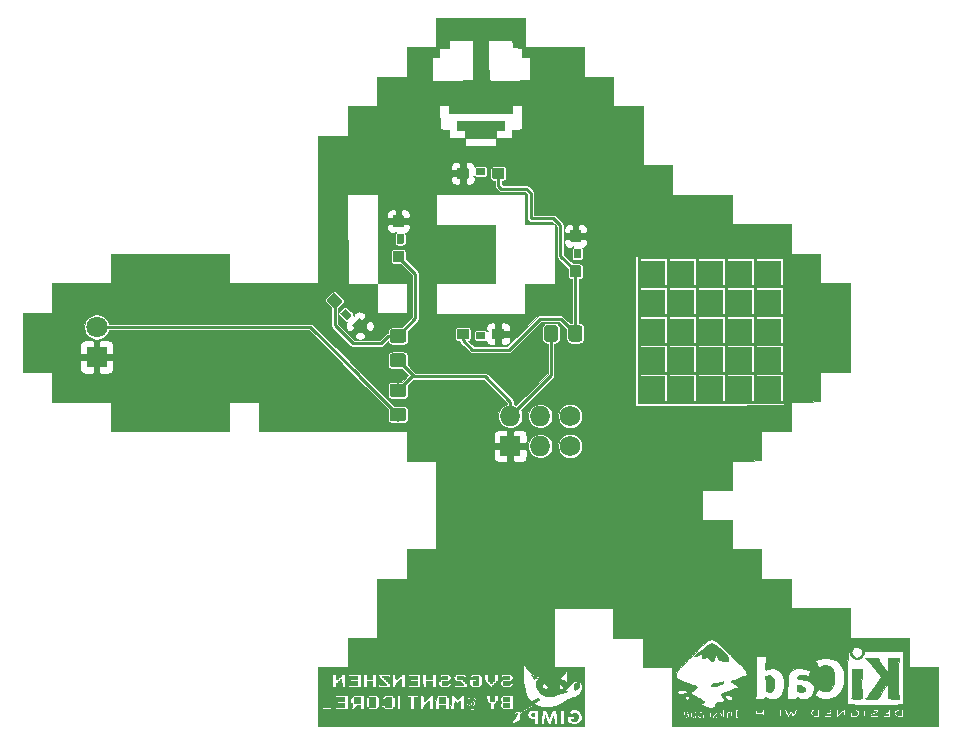
<source format=gbr>
G04 #@! TF.GenerationSoftware,KiCad,Pcbnew,5.1.2*
G04 #@! TF.CreationDate,2019-07-07T07:42:55-07:00*
G04 #@! TF.ProjectId,MegaMan_SAO,4d656761-4d61-46e5-9f53-414f2e6b6963,rev?*
G04 #@! TF.SameCoordinates,Original*
G04 #@! TF.FileFunction,Copper,L2,Bot*
G04 #@! TF.FilePolarity,Positive*
%FSLAX46Y46*%
G04 Gerber Fmt 4.6, Leading zero omitted, Abs format (unit mm)*
G04 Created by KiCad (PCBNEW 5.1.2) date 2019-07-07 07:42:55*
%MOMM*%
%LPD*%
G04 APERTURE LIST*
%ADD10C,0.010000*%
%ADD11C,0.100000*%
%ADD12C,0.600000*%
%ADD13C,0.900000*%
%ADD14C,1.727200*%
%ADD15O,1.727200X1.727200*%
%ADD16R,1.727200X1.727200*%
%ADD17R,1.800000X1.800000*%
%ADD18C,1.800000*%
%ADD19C,1.150000*%
%ADD20C,0.254000*%
%ADD21C,0.025400*%
G04 APERTURE END LIST*
D10*
G36*
X102032000Y-79510666D02*
G01*
X101354666Y-79510666D01*
X101354666Y-80188000D01*
X98687666Y-80188000D01*
X98687666Y-79510666D01*
X98010333Y-79510666D01*
X98010333Y-78748666D01*
X102032000Y-78748666D01*
X102032000Y-79510666D01*
X102032000Y-79510666D01*
G37*
X102032000Y-79510666D02*
X101354666Y-79510666D01*
X101354666Y-80188000D01*
X98687666Y-80188000D01*
X98687666Y-79510666D01*
X98010333Y-79510666D01*
X98010333Y-78748666D01*
X102032000Y-78748666D01*
X102032000Y-79510666D01*
G36*
X127019750Y-126566858D02*
G01*
X127199966Y-126595291D01*
X127342799Y-126666630D01*
X127437829Y-126767761D01*
X127474636Y-126885571D01*
X127442800Y-127006948D01*
X127407445Y-127054743D01*
X127305151Y-127113602D01*
X127160754Y-127135422D01*
X127008717Y-127119301D01*
X126889007Y-127068310D01*
X126831416Y-127014815D01*
X126805723Y-126942077D01*
X126803511Y-126821299D01*
X126805504Y-126782560D01*
X126818166Y-126564166D01*
X127019750Y-126566858D01*
X127019750Y-126566858D01*
G37*
X127019750Y-126566858D02*
X127199966Y-126595291D01*
X127342799Y-126666630D01*
X127437829Y-126767761D01*
X127474636Y-126885571D01*
X127442800Y-127006948D01*
X127407445Y-127054743D01*
X127305151Y-127113602D01*
X127160754Y-127135422D01*
X127008717Y-127119301D01*
X126889007Y-127068310D01*
X126831416Y-127014815D01*
X126805723Y-126942077D01*
X126803511Y-126821299D01*
X126805504Y-126782560D01*
X126818166Y-126564166D01*
X127019750Y-126566858D01*
G36*
X124592571Y-125723205D02*
G01*
X124725401Y-125821427D01*
X124807811Y-125972948D01*
X124840680Y-126128156D01*
X124856771Y-126323983D01*
X124856535Y-126532130D01*
X124840421Y-126724298D01*
X124808880Y-126872190D01*
X124792888Y-126911000D01*
X124685836Y-127036975D01*
X124538399Y-127094654D01*
X124364455Y-127080733D01*
X124257000Y-127038603D01*
X124215163Y-127014726D01*
X124185804Y-126983066D01*
X124166344Y-126929387D01*
X124154201Y-126839458D01*
X124146794Y-126699045D01*
X124141544Y-126493914D01*
X124139465Y-126390365D01*
X124127764Y-125795608D01*
X124236707Y-125745971D01*
X124425641Y-125696451D01*
X124592571Y-125723205D01*
X124592571Y-125723205D01*
G37*
X124592571Y-125723205D02*
X124725401Y-125821427D01*
X124807811Y-125972948D01*
X124840680Y-126128156D01*
X124856771Y-126323983D01*
X124856535Y-126532130D01*
X124840421Y-126724298D01*
X124808880Y-126872190D01*
X124792888Y-126911000D01*
X124685836Y-127036975D01*
X124538399Y-127094654D01*
X124364455Y-127080733D01*
X124257000Y-127038603D01*
X124215163Y-127014726D01*
X124185804Y-126983066D01*
X124166344Y-126929387D01*
X124154201Y-126839458D01*
X124146794Y-126699045D01*
X124141544Y-126493914D01*
X124139465Y-126390365D01*
X124127764Y-125795608D01*
X124236707Y-125745971D01*
X124425641Y-125696451D01*
X124592571Y-125723205D01*
G36*
X133711063Y-124378566D02*
G01*
X133744625Y-124452108D01*
X133820264Y-124575286D01*
X133926462Y-124732191D01*
X134051701Y-124906914D01*
X134184462Y-125083547D01*
X134313228Y-125246181D01*
X134426481Y-125378908D01*
X134465929Y-125421166D01*
X134499339Y-125453021D01*
X134521801Y-125459680D01*
X134535006Y-125429701D01*
X134540649Y-125351643D01*
X134540420Y-125214064D01*
X134536011Y-125005524D01*
X134534806Y-124955500D01*
X134527140Y-124742366D01*
X134515757Y-124555544D01*
X134502120Y-124413697D01*
X134487691Y-124335491D01*
X134485887Y-124331083D01*
X134477029Y-124300074D01*
X134494240Y-124279146D01*
X134550270Y-124266341D01*
X134657868Y-124259698D01*
X134829782Y-124257260D01*
X134967987Y-124257000D01*
X135183679Y-124257838D01*
X135326772Y-124261577D01*
X135409329Y-124270055D01*
X135443413Y-124285109D01*
X135441083Y-124308576D01*
X135427600Y-124327009D01*
X135411911Y-124387364D01*
X135398410Y-124520254D01*
X135387116Y-124714065D01*
X135378049Y-124957180D01*
X135371225Y-125237985D01*
X135366665Y-125544866D01*
X135364386Y-125866206D01*
X135364407Y-126190392D01*
X135366747Y-126505807D01*
X135371424Y-126800838D01*
X135378457Y-127063869D01*
X135387864Y-127283284D01*
X135399665Y-127447470D01*
X135413877Y-127544811D01*
X135422416Y-127565351D01*
X135468350Y-127630227D01*
X135475333Y-127655776D01*
X135436434Y-127668661D01*
X135333131Y-127676537D01*
X135185514Y-127679787D01*
X135013674Y-127678798D01*
X134837700Y-127673954D01*
X134677684Y-127665640D01*
X134553716Y-127654242D01*
X134485886Y-127640144D01*
X134480482Y-127636709D01*
X134475936Y-127582187D01*
X134498236Y-127523075D01*
X134516373Y-127447037D01*
X134530851Y-127303378D01*
X134540461Y-127109107D01*
X134543999Y-126881234D01*
X134544000Y-126877993D01*
X134544000Y-126318421D01*
X134259538Y-126695294D01*
X134064025Y-126962434D01*
X133905238Y-127196164D01*
X133788043Y-127388573D01*
X133717303Y-127531752D01*
X133697333Y-127609426D01*
X133690680Y-127640795D01*
X133661825Y-127662241D01*
X133597420Y-127675623D01*
X133484118Y-127682796D01*
X133308573Y-127685618D01*
X133147000Y-127686000D01*
X132942276Y-127684112D01*
X132772084Y-127678947D01*
X132652142Y-127671251D01*
X132598167Y-127661773D01*
X132596666Y-127659838D01*
X132622146Y-127614645D01*
X132686021Y-127532704D01*
X132714961Y-127498946D01*
X132774777Y-127424764D01*
X132874637Y-127294107D01*
X133005310Y-127119349D01*
X133157565Y-126912868D01*
X133322172Y-126687039D01*
X133375254Y-126613667D01*
X133574146Y-126334303D01*
X133721866Y-126117631D01*
X133820415Y-125960458D01*
X133871794Y-125859590D01*
X133878003Y-125811833D01*
X133877741Y-125811476D01*
X133729753Y-125620736D01*
X133560826Y-125407369D01*
X133382355Y-125185321D01*
X133205734Y-124968537D01*
X133042359Y-124770966D01*
X132903624Y-124606552D01*
X132800924Y-124489241D01*
X132771960Y-124458083D01*
X132578682Y-124257000D01*
X133686750Y-124257000D01*
X133711063Y-124378566D01*
X133711063Y-124378566D01*
G37*
X133711063Y-124378566D02*
X133744625Y-124452108D01*
X133820264Y-124575286D01*
X133926462Y-124732191D01*
X134051701Y-124906914D01*
X134184462Y-125083547D01*
X134313228Y-125246181D01*
X134426481Y-125378908D01*
X134465929Y-125421166D01*
X134499339Y-125453021D01*
X134521801Y-125459680D01*
X134535006Y-125429701D01*
X134540649Y-125351643D01*
X134540420Y-125214064D01*
X134536011Y-125005524D01*
X134534806Y-124955500D01*
X134527140Y-124742366D01*
X134515757Y-124555544D01*
X134502120Y-124413697D01*
X134487691Y-124335491D01*
X134485887Y-124331083D01*
X134477029Y-124300074D01*
X134494240Y-124279146D01*
X134550270Y-124266341D01*
X134657868Y-124259698D01*
X134829782Y-124257260D01*
X134967987Y-124257000D01*
X135183679Y-124257838D01*
X135326772Y-124261577D01*
X135409329Y-124270055D01*
X135443413Y-124285109D01*
X135441083Y-124308576D01*
X135427600Y-124327009D01*
X135411911Y-124387364D01*
X135398410Y-124520254D01*
X135387116Y-124714065D01*
X135378049Y-124957180D01*
X135371225Y-125237985D01*
X135366665Y-125544866D01*
X135364386Y-125866206D01*
X135364407Y-126190392D01*
X135366747Y-126505807D01*
X135371424Y-126800838D01*
X135378457Y-127063869D01*
X135387864Y-127283284D01*
X135399665Y-127447470D01*
X135413877Y-127544811D01*
X135422416Y-127565351D01*
X135468350Y-127630227D01*
X135475333Y-127655776D01*
X135436434Y-127668661D01*
X135333131Y-127676537D01*
X135185514Y-127679787D01*
X135013674Y-127678798D01*
X134837700Y-127673954D01*
X134677684Y-127665640D01*
X134553716Y-127654242D01*
X134485886Y-127640144D01*
X134480482Y-127636709D01*
X134475936Y-127582187D01*
X134498236Y-127523075D01*
X134516373Y-127447037D01*
X134530851Y-127303378D01*
X134540461Y-127109107D01*
X134543999Y-126881234D01*
X134544000Y-126877993D01*
X134544000Y-126318421D01*
X134259538Y-126695294D01*
X134064025Y-126962434D01*
X133905238Y-127196164D01*
X133788043Y-127388573D01*
X133717303Y-127531752D01*
X133697333Y-127609426D01*
X133690680Y-127640795D01*
X133661825Y-127662241D01*
X133597420Y-127675623D01*
X133484118Y-127682796D01*
X133308573Y-127685618D01*
X133147000Y-127686000D01*
X132942276Y-127684112D01*
X132772084Y-127678947D01*
X132652142Y-127671251D01*
X132598167Y-127661773D01*
X132596666Y-127659838D01*
X132622146Y-127614645D01*
X132686021Y-127532704D01*
X132714961Y-127498946D01*
X132774777Y-127424764D01*
X132874637Y-127294107D01*
X133005310Y-127119349D01*
X133157565Y-126912868D01*
X133322172Y-126687039D01*
X133375254Y-126613667D01*
X133574146Y-126334303D01*
X133721866Y-126117631D01*
X133820415Y-125960458D01*
X133871794Y-125859590D01*
X133878003Y-125811833D01*
X133877741Y-125811476D01*
X133729753Y-125620736D01*
X133560826Y-125407369D01*
X133382355Y-125185321D01*
X133205734Y-124968537D01*
X133042359Y-124770966D01*
X132903624Y-124606552D01*
X132800924Y-124489241D01*
X132771960Y-124458083D01*
X132578682Y-124257000D01*
X133686750Y-124257000D01*
X133711063Y-124378566D01*
G36*
X132299285Y-125254589D02*
G01*
X132286684Y-125329854D01*
X132276415Y-125473757D01*
X132268478Y-125672080D01*
X132262875Y-125910608D01*
X132259606Y-126175126D01*
X132258673Y-126451417D01*
X132260077Y-126725265D01*
X132263818Y-126982454D01*
X132269898Y-127208769D01*
X132278318Y-127389993D01*
X132289079Y-127511911D01*
X132299120Y-127556733D01*
X132314944Y-127612720D01*
X132272233Y-127644339D01*
X132209162Y-127659784D01*
X132057772Y-127676439D01*
X131862101Y-127680359D01*
X131661476Y-127672154D01*
X131495223Y-127652439D01*
X131474833Y-127648343D01*
X131394141Y-127620200D01*
X131397705Y-127589373D01*
X131400750Y-127587354D01*
X131417124Y-127556359D01*
X131430040Y-127481504D01*
X131439806Y-127355560D01*
X131446732Y-127171298D01*
X131451126Y-126921487D01*
X131453299Y-126598900D01*
X131453666Y-126350001D01*
X131453666Y-125146000D01*
X132340571Y-125146000D01*
X132299285Y-125254589D01*
X132299285Y-125254589D01*
G37*
X132299285Y-125254589D02*
X132286684Y-125329854D01*
X132276415Y-125473757D01*
X132268478Y-125672080D01*
X132262875Y-125910608D01*
X132259606Y-126175126D01*
X132258673Y-126451417D01*
X132260077Y-126725265D01*
X132263818Y-126982454D01*
X132269898Y-127208769D01*
X132278318Y-127389993D01*
X132289079Y-127511911D01*
X132299120Y-127556733D01*
X132314944Y-127612720D01*
X132272233Y-127644339D01*
X132209162Y-127659784D01*
X132057772Y-127676439D01*
X131862101Y-127680359D01*
X131661476Y-127672154D01*
X131495223Y-127652439D01*
X131474833Y-127648343D01*
X131394141Y-127620200D01*
X131397705Y-127589373D01*
X131400750Y-127587354D01*
X131417124Y-127556359D01*
X131430040Y-127481504D01*
X131439806Y-127355560D01*
X131446732Y-127171298D01*
X131451126Y-126921487D01*
X131453299Y-126598900D01*
X131453666Y-126350001D01*
X131453666Y-125146000D01*
X132340571Y-125146000D01*
X132299285Y-125254589D01*
G36*
X119725267Y-123023071D02*
G01*
X119863115Y-123113929D01*
X120028436Y-123233287D01*
X120203188Y-123367428D01*
X120369327Y-123502636D01*
X120508811Y-123625193D01*
X120577680Y-123692671D01*
X120738260Y-123866672D01*
X120846535Y-123999482D01*
X120912243Y-124107517D01*
X120945123Y-124207198D01*
X120954914Y-124314943D01*
X120955000Y-124328802D01*
X120955000Y-124516187D01*
X120764500Y-124492427D01*
X120536507Y-124464879D01*
X120376660Y-124443511D01*
X120269645Y-124420267D01*
X120200146Y-124387092D01*
X120152849Y-124335930D01*
X120112438Y-124258725D01*
X120063598Y-124147420D01*
X120049688Y-124116426D01*
X119911662Y-123812500D01*
X119819497Y-124115405D01*
X119774758Y-124268308D01*
X119741997Y-124391455D01*
X119727538Y-124460879D01*
X119727333Y-124464655D01*
X119717408Y-124500069D01*
X119679644Y-124499592D01*
X119602056Y-124458251D01*
X119472659Y-124371072D01*
X119431000Y-124341666D01*
X119287478Y-124243816D01*
X119187189Y-124192479D01*
X119106276Y-124182522D01*
X119020880Y-124208812D01*
X118957613Y-124239825D01*
X118849498Y-124276578D01*
X118784972Y-124246309D01*
X118756919Y-124143439D01*
X118754314Y-124080545D01*
X118748097Y-123957852D01*
X118722027Y-123891773D01*
X118662359Y-123878570D01*
X118555343Y-123914504D01*
X118406694Y-123986015D01*
X118230661Y-124068585D01*
X118121834Y-124105993D01*
X118077523Y-124100856D01*
X118095037Y-124055793D01*
X118171685Y-123973419D01*
X118304776Y-123856352D01*
X118491621Y-123707209D01*
X118729527Y-123528608D01*
X119015805Y-123323166D01*
X119268860Y-123147405D01*
X119447887Y-123034738D01*
X119573700Y-122978183D01*
X119632935Y-122974431D01*
X119725267Y-123023071D01*
X119725267Y-123023071D01*
G37*
X119725267Y-123023071D02*
X119863115Y-123113929D01*
X120028436Y-123233287D01*
X120203188Y-123367428D01*
X120369327Y-123502636D01*
X120508811Y-123625193D01*
X120577680Y-123692671D01*
X120738260Y-123866672D01*
X120846535Y-123999482D01*
X120912243Y-124107517D01*
X120945123Y-124207198D01*
X120954914Y-124314943D01*
X120955000Y-124328802D01*
X120955000Y-124516187D01*
X120764500Y-124492427D01*
X120536507Y-124464879D01*
X120376660Y-124443511D01*
X120269645Y-124420267D01*
X120200146Y-124387092D01*
X120152849Y-124335930D01*
X120112438Y-124258725D01*
X120063598Y-124147420D01*
X120049688Y-124116426D01*
X119911662Y-123812500D01*
X119819497Y-124115405D01*
X119774758Y-124268308D01*
X119741997Y-124391455D01*
X119727538Y-124460879D01*
X119727333Y-124464655D01*
X119717408Y-124500069D01*
X119679644Y-124499592D01*
X119602056Y-124458251D01*
X119472659Y-124371072D01*
X119431000Y-124341666D01*
X119287478Y-124243816D01*
X119187189Y-124192479D01*
X119106276Y-124182522D01*
X119020880Y-124208812D01*
X118957613Y-124239825D01*
X118849498Y-124276578D01*
X118784972Y-124246309D01*
X118756919Y-124143439D01*
X118754314Y-124080545D01*
X118748097Y-123957852D01*
X118722027Y-123891773D01*
X118662359Y-123878570D01*
X118555343Y-123914504D01*
X118406694Y-123986015D01*
X118230661Y-124068585D01*
X118121834Y-124105993D01*
X118077523Y-124100856D01*
X118095037Y-124055793D01*
X118171685Y-123973419D01*
X118304776Y-123856352D01*
X118491621Y-123707209D01*
X118729527Y-123528608D01*
X119015805Y-123323166D01*
X119268860Y-123147405D01*
X119447887Y-123034738D01*
X119573700Y-122978183D01*
X119632935Y-122974431D01*
X119725267Y-123023071D01*
G36*
X120560325Y-126225668D02*
G01*
X120570773Y-126276870D01*
X120531487Y-126351787D01*
X120498221Y-126386789D01*
X120424628Y-126425925D01*
X120291631Y-126473971D01*
X120123081Y-126524461D01*
X119942832Y-126570927D01*
X119774737Y-126606902D01*
X119642649Y-126625918D01*
X119610916Y-126627370D01*
X119536936Y-126607752D01*
X119516314Y-126574750D01*
X119544434Y-126482658D01*
X119634250Y-126423240D01*
X119748597Y-126394539D01*
X119891196Y-126366469D01*
X120077959Y-126325321D01*
X120272559Y-126279514D01*
X120438668Y-126237467D01*
X120499916Y-126220417D01*
X120560325Y-126225668D01*
X120560325Y-126225668D01*
G37*
X120560325Y-126225668D02*
X120570773Y-126276870D01*
X120531487Y-126351787D01*
X120498221Y-126386789D01*
X120424628Y-126425925D01*
X120291631Y-126473971D01*
X120123081Y-126524461D01*
X119942832Y-126570927D01*
X119774737Y-126606902D01*
X119642649Y-126625918D01*
X119610916Y-126627370D01*
X119536936Y-126607752D01*
X119516314Y-126574750D01*
X119544434Y-126482658D01*
X119634250Y-126423240D01*
X119748597Y-126394539D01*
X119891196Y-126366469D01*
X120077959Y-126325321D01*
X120272559Y-126279514D01*
X120438668Y-126237467D01*
X120499916Y-126220417D01*
X120560325Y-126225668D01*
G36*
X102455333Y-127897666D02*
G01*
X101947333Y-127897666D01*
X101947333Y-127559000D01*
X102455333Y-127559000D01*
X102455333Y-127897666D01*
X102455333Y-127897666D01*
G37*
X102455333Y-127897666D02*
X101947333Y-127897666D01*
X101947333Y-127559000D01*
X102455333Y-127559000D01*
X102455333Y-127897666D01*
G36*
X102455333Y-128363333D02*
G01*
X101947333Y-128363333D01*
X101947333Y-128067000D01*
X102455333Y-128067000D01*
X102455333Y-128363333D01*
X102455333Y-128363333D01*
G37*
X102455333Y-128363333D02*
X101947333Y-128363333D01*
X101947333Y-128067000D01*
X102455333Y-128067000D01*
X102455333Y-128363333D01*
G36*
X96985862Y-127802416D02*
G01*
X96973166Y-128045833D01*
X96759873Y-128058318D01*
X96631587Y-128059977D01*
X96540383Y-128050388D01*
X96516457Y-128040679D01*
X96499520Y-127984412D01*
X96488592Y-127872598D01*
X96486333Y-127784777D01*
X96486333Y-127559000D01*
X96998558Y-127559000D01*
X96985862Y-127802416D01*
X96985862Y-127802416D01*
G37*
X96985862Y-127802416D02*
X96973166Y-128045833D01*
X96759873Y-128058318D01*
X96631587Y-128059977D01*
X96540383Y-128050388D01*
X96516457Y-128040679D01*
X96499520Y-127984412D01*
X96488592Y-127872598D01*
X96486333Y-127784777D01*
X96486333Y-127559000D01*
X96998558Y-127559000D01*
X96985862Y-127802416D01*
G36*
X91110000Y-128363333D02*
G01*
X90602000Y-128363333D01*
X90602000Y-127559000D01*
X91110000Y-127559000D01*
X91110000Y-128363333D01*
X91110000Y-128363333D01*
G37*
X91110000Y-128363333D02*
X90602000Y-128363333D01*
X90602000Y-127559000D01*
X91110000Y-127559000D01*
X91110000Y-128363333D01*
G36*
X89797666Y-128067000D02*
G01*
X89332000Y-128067000D01*
X89332000Y-127559000D01*
X89797666Y-127559000D01*
X89797666Y-128067000D01*
X89797666Y-128067000D01*
G37*
X89797666Y-128067000D02*
X89332000Y-128067000D01*
X89332000Y-127559000D01*
X89797666Y-127559000D01*
X89797666Y-128067000D01*
G36*
X135644666Y-129083000D02*
G01*
X135475333Y-129083000D01*
X135303895Y-129053065D01*
X135221333Y-128998333D01*
X135159272Y-128923648D01*
X135136666Y-128874405D01*
X135173203Y-128807852D01*
X135263975Y-128738830D01*
X135380726Y-128683939D01*
X135495201Y-128659778D01*
X135502209Y-128659666D01*
X135644666Y-128659666D01*
X135644666Y-129083000D01*
X135644666Y-129083000D01*
G37*
X135644666Y-129083000D02*
X135475333Y-129083000D01*
X135303895Y-129053065D01*
X135221333Y-128998333D01*
X135159272Y-128923648D01*
X135136666Y-128874405D01*
X135173203Y-128807852D01*
X135263975Y-128738830D01*
X135380726Y-128683939D01*
X135495201Y-128659778D01*
X135502209Y-128659666D01*
X135644666Y-128659666D01*
X135644666Y-129083000D01*
G36*
X128532666Y-129083000D02*
G01*
X128366357Y-129083000D01*
X128235336Y-129065810D01*
X128140102Y-129022452D01*
X128133523Y-129016476D01*
X128067175Y-128909974D01*
X128079278Y-128812020D01*
X128163625Y-128732005D01*
X128314003Y-128679319D01*
X128361673Y-128671453D01*
X128532666Y-128648518D01*
X128532666Y-129083000D01*
X128532666Y-129083000D01*
G37*
X128532666Y-129083000D02*
X128366357Y-129083000D01*
X128235336Y-129065810D01*
X128140102Y-129022452D01*
X128133523Y-129016476D01*
X128067175Y-128909974D01*
X128079278Y-128812020D01*
X128163625Y-128732005D01*
X128314003Y-128679319D01*
X128361673Y-128671453D01*
X128532666Y-128648518D01*
X128532666Y-129083000D01*
G36*
X118754493Y-129082482D02*
G01*
X118789478Y-129139597D01*
X118776697Y-129191352D01*
X118721492Y-129210000D01*
X118639748Y-129196693D01*
X118612555Y-129181777D01*
X118580681Y-129109664D01*
X118616665Y-129056557D01*
X118679150Y-129048305D01*
X118754493Y-129082482D01*
X118754493Y-129082482D01*
G37*
X118754493Y-129082482D02*
X118789478Y-129139597D01*
X118776697Y-129191352D01*
X118721492Y-129210000D01*
X118639748Y-129196693D01*
X118612555Y-129181777D01*
X118580681Y-129109664D01*
X118616665Y-129056557D01*
X118679150Y-129048305D01*
X118754493Y-129082482D01*
G36*
X117485717Y-128870061D02*
G01*
X117498116Y-128890261D01*
X117496664Y-128937347D01*
X117432368Y-128955003D01*
X117394143Y-128956000D01*
X117300390Y-128941556D01*
X117282371Y-128903083D01*
X117334971Y-128851065D01*
X117417118Y-128839204D01*
X117485717Y-128870061D01*
X117485717Y-128870061D01*
G37*
X117485717Y-128870061D02*
X117498116Y-128890261D01*
X117496664Y-128937347D01*
X117432368Y-128955003D01*
X117394143Y-128956000D01*
X117300390Y-128941556D01*
X117282371Y-128903083D01*
X117334971Y-128851065D01*
X117417118Y-128839204D01*
X117485717Y-128870061D01*
G36*
X118079053Y-128851029D02*
G01*
X118137193Y-128887220D01*
X118155734Y-128962165D01*
X118152757Y-129033327D01*
X118121705Y-129154482D01*
X118052927Y-129200858D01*
X117959916Y-129182450D01*
X117924373Y-129128954D01*
X117908669Y-129031258D01*
X117913982Y-128927747D01*
X117941491Y-128856805D01*
X117949712Y-128849932D01*
X118021298Y-128840043D01*
X118079053Y-128851029D01*
X118079053Y-128851029D01*
G37*
X118079053Y-128851029D02*
X118137193Y-128887220D01*
X118155734Y-128962165D01*
X118152757Y-129033327D01*
X118121705Y-129154482D01*
X118052927Y-129200858D01*
X117959916Y-129182450D01*
X117924373Y-129128954D01*
X117908669Y-129031258D01*
X117913982Y-128927747D01*
X117941491Y-128856805D01*
X117949712Y-128849932D01*
X118021298Y-128840043D01*
X118079053Y-128851029D01*
G36*
X104484791Y-125737203D02*
G01*
X104596636Y-125782487D01*
X104717726Y-125845007D01*
X104755883Y-125895747D01*
X104711369Y-125938632D01*
X104609330Y-125971692D01*
X104517374Y-125975722D01*
X104440772Y-125922758D01*
X104408247Y-125884312D01*
X104332028Y-125774897D01*
X104317350Y-125715003D01*
X104367256Y-125702987D01*
X104484791Y-125737203D01*
X104484791Y-125737203D01*
G37*
X104484791Y-125737203D02*
X104596636Y-125782487D01*
X104717726Y-125845007D01*
X104755883Y-125895747D01*
X104711369Y-125938632D01*
X104609330Y-125971692D01*
X104517374Y-125975722D01*
X104440772Y-125922758D01*
X104408247Y-125884312D01*
X104332028Y-125774897D01*
X104317350Y-125715003D01*
X104367256Y-125702987D01*
X104484791Y-125737203D01*
G36*
X108303390Y-126317755D02*
G01*
X108331200Y-126339800D01*
X108380412Y-126443890D01*
X108371324Y-126579715D01*
X108308122Y-126721878D01*
X108257386Y-126787565D01*
X108130406Y-126892953D01*
X108016707Y-126919751D01*
X107921776Y-126866793D01*
X107916035Y-126860141D01*
X107884525Y-126766235D01*
X107890841Y-126630615D01*
X107930737Y-126485042D01*
X107978874Y-126390355D01*
X108070996Y-126313607D01*
X108191379Y-126287655D01*
X108303390Y-126317755D01*
X108303390Y-126317755D01*
G37*
X108303390Y-126317755D02*
X108331200Y-126339800D01*
X108380412Y-126443890D01*
X108371324Y-126579715D01*
X108308122Y-126721878D01*
X108257386Y-126787565D01*
X108130406Y-126892953D01*
X108016707Y-126919751D01*
X107921776Y-126866793D01*
X107916035Y-126860141D01*
X107884525Y-126766235D01*
X107890841Y-126630615D01*
X107930737Y-126485042D01*
X107978874Y-126390355D01*
X108070996Y-126313607D01*
X108191379Y-126287655D01*
X108303390Y-126317755D01*
G36*
X103075727Y-128877839D02*
G01*
X103082348Y-128906068D01*
X103061114Y-128969089D01*
X103007617Y-129079966D01*
X102917450Y-129251769D01*
X102917150Y-129252333D01*
X102838270Y-129393252D01*
X102788689Y-129465500D01*
X102770950Y-129465699D01*
X102773736Y-129442833D01*
X102808222Y-129321063D01*
X102862190Y-129180952D01*
X102924899Y-129045080D01*
X102985604Y-128936025D01*
X103033562Y-128876368D01*
X103045657Y-128871333D01*
X103075727Y-128877839D01*
X103075727Y-128877839D01*
G37*
X103075727Y-128877839D02*
X103082348Y-128906068D01*
X103061114Y-128969089D01*
X103007617Y-129079966D01*
X102917450Y-129251769D01*
X102917150Y-129252333D01*
X102838270Y-129393252D01*
X102788689Y-129465500D01*
X102770950Y-129465699D01*
X102773736Y-129442833D01*
X102808222Y-129321063D01*
X102862190Y-129180952D01*
X102924899Y-129045080D01*
X102985604Y-128936025D01*
X103033562Y-128876368D01*
X103045657Y-128871333D01*
X103075727Y-128877839D01*
G36*
X104565732Y-128916551D02*
G01*
X104571999Y-129016052D01*
X104572000Y-129016688D01*
X104549972Y-129130509D01*
X104486130Y-129171438D01*
X104383840Y-129138189D01*
X104336674Y-129106646D01*
X104286482Y-129032493D01*
X104306878Y-128955961D01*
X104386877Y-128897345D01*
X104459853Y-128879104D01*
X104534561Y-128878523D01*
X104565732Y-128916551D01*
X104565732Y-128916551D01*
G37*
X104565732Y-128916551D02*
X104571999Y-129016052D01*
X104572000Y-129016688D01*
X104549972Y-129130509D01*
X104486130Y-129171438D01*
X104383840Y-129138189D01*
X104336674Y-129106646D01*
X104286482Y-129032493D01*
X104306878Y-128955961D01*
X104386877Y-128897345D01*
X104459853Y-128879104D01*
X104534561Y-128878523D01*
X104565732Y-128916551D01*
G36*
X103767666Y-72525666D02*
G01*
X108763000Y-72525666D01*
X108763000Y-75023333D01*
X111260666Y-75023333D01*
X111260666Y-77521000D01*
X113758333Y-77521000D01*
X113758333Y-82516333D01*
X116256000Y-82516333D01*
X116256000Y-85013328D01*
X121272500Y-85035166D01*
X121283722Y-86273416D01*
X121294945Y-87511666D01*
X126289000Y-87511666D01*
X126289000Y-90009333D01*
X128786666Y-90009333D01*
X128786666Y-92507000D01*
X131284333Y-92507000D01*
X131284333Y-100000000D01*
X130036129Y-100000000D01*
X128787926Y-99999999D01*
X128765500Y-102518833D01*
X127527888Y-102530055D01*
X126290276Y-102541276D01*
X126279055Y-103778888D01*
X126267833Y-105016500D01*
X125030221Y-105027721D01*
X123792610Y-105038943D01*
X123781388Y-106276555D01*
X123770166Y-107514166D01*
X122532555Y-107525388D01*
X121294943Y-107536610D01*
X121283721Y-108774221D01*
X121272500Y-110011833D01*
X120034250Y-110023056D01*
X118796000Y-110034278D01*
X118796000Y-112530666D01*
X121293666Y-112530666D01*
X121293666Y-115028333D01*
X123791333Y-115028333D01*
X123791333Y-117526000D01*
X126289000Y-117526000D01*
X126289000Y-120023666D01*
X131284333Y-120023666D01*
X131284333Y-122521333D01*
X136279666Y-122521333D01*
X136279666Y-125019000D01*
X138777333Y-125019000D01*
X138777333Y-130014333D01*
X116256000Y-130014333D01*
X116256000Y-128957856D01*
X117110950Y-128957856D01*
X117123107Y-129014172D01*
X117194080Y-129036790D01*
X117315822Y-129040666D01*
X117440046Y-129043028D01*
X117496197Y-129056045D01*
X117500851Y-129088610D01*
X117481421Y-129129528D01*
X117426528Y-129191089D01*
X117335999Y-129205486D01*
X117289431Y-129201529D01*
X117179952Y-129202487D01*
X117145000Y-129236722D01*
X117180064Y-129288518D01*
X117268146Y-129310126D01*
X117383575Y-129302618D01*
X117500683Y-129267061D01*
X117578916Y-129218635D01*
X117637845Y-129118330D01*
X117648569Y-128986264D01*
X117646618Y-128979786D01*
X117736358Y-128979786D01*
X117758268Y-129120830D01*
X117836483Y-129230796D01*
X117961000Y-129289761D01*
X118015233Y-129294666D01*
X118114392Y-129302884D01*
X118154544Y-129339650D01*
X118161000Y-129400500D01*
X118183080Y-129485619D01*
X118224500Y-129506333D01*
X118255743Y-129491311D01*
X118275087Y-129436533D01*
X118285010Y-129327431D01*
X118285744Y-129283520D01*
X118453582Y-129283520D01*
X118675563Y-129288521D01*
X118823328Y-129281631D01*
X118914636Y-129255724D01*
X118930790Y-129241178D01*
X118935672Y-129222665D01*
X119009953Y-129222665D01*
X119058050Y-129270131D01*
X119099067Y-129288873D01*
X119249896Y-129307808D01*
X119385787Y-129260452D01*
X119453386Y-129195412D01*
X119485961Y-129113084D01*
X119575372Y-129113084D01*
X119600392Y-129210110D01*
X119680835Y-129282863D01*
X119801365Y-129317019D01*
X119889545Y-129309889D01*
X119985486Y-129295361D01*
X120005962Y-129294666D01*
X120059870Y-129261296D01*
X120059937Y-129261008D01*
X120129298Y-129261008D01*
X120138983Y-129288745D01*
X120187486Y-129294663D01*
X120189525Y-129294666D01*
X120273707Y-129261547D01*
X120345059Y-129188833D01*
X120405809Y-129113327D01*
X120451868Y-129083000D01*
X120480040Y-129119256D01*
X120489333Y-129188833D01*
X120509176Y-129271823D01*
X120574000Y-129294666D01*
X120614226Y-129288300D01*
X120639221Y-129258458D01*
X120652568Y-129189026D01*
X120656264Y-129101383D01*
X120785666Y-129101383D01*
X120791041Y-129221490D01*
X120813431Y-129278724D01*
X120862230Y-129294534D01*
X120870333Y-129294666D01*
X120921546Y-129283267D01*
X120946822Y-129235093D01*
X120954730Y-129129180D01*
X120955000Y-129087529D01*
X120968401Y-128937423D01*
X121011728Y-128861422D01*
X121089661Y-128852813D01*
X121113750Y-128859930D01*
X121148363Y-128913715D01*
X121165490Y-129034995D01*
X121166666Y-129086527D01*
X121171280Y-129212190D01*
X121190796Y-129274357D01*
X121233729Y-129293956D01*
X121251333Y-129294666D01*
X121297444Y-129285957D01*
X121322996Y-129247270D01*
X121324692Y-129233632D01*
X121465119Y-129233632D01*
X121479940Y-129267512D01*
X121562516Y-129289678D01*
X121653500Y-129294666D01*
X121767121Y-129287156D01*
X121835267Y-129268154D01*
X121844000Y-129256862D01*
X121810310Y-129210584D01*
X121780500Y-129194691D01*
X121740160Y-129149450D01*
X121720414Y-129044124D01*
X121717000Y-128934833D01*
X121720708Y-128864277D01*
X123241000Y-128864277D01*
X123244236Y-129024255D01*
X123252811Y-129149605D01*
X123265028Y-129217819D01*
X123268071Y-129222960D01*
X123317892Y-129235823D01*
X123354860Y-129179826D01*
X123368000Y-129080501D01*
X123371585Y-129011311D01*
X123395715Y-128974125D01*
X123460450Y-128959007D01*
X123585853Y-128956017D01*
X123619317Y-128956000D01*
X123870635Y-128956000D01*
X123883901Y-129093583D01*
X123902457Y-129203392D01*
X123926409Y-129236774D01*
X123951738Y-129201443D01*
X123974427Y-129105113D01*
X123990460Y-128955498D01*
X123994128Y-128881916D01*
X123997860Y-128707021D01*
X123992376Y-128600922D01*
X123990331Y-128594578D01*
X124257000Y-128594578D01*
X124283135Y-128639443D01*
X124371387Y-128658201D01*
X124426333Y-128659666D01*
X124595666Y-128659666D01*
X124595666Y-128927777D01*
X124599646Y-129071252D01*
X124610016Y-129178585D01*
X124622737Y-129222960D01*
X124671340Y-129237820D01*
X124704309Y-129171688D01*
X124720822Y-129026935D01*
X124722666Y-128934890D01*
X124722666Y-128861173D01*
X125273000Y-128861173D01*
X125276452Y-129022259D01*
X125285605Y-129149117D01*
X125298656Y-129219192D01*
X125302104Y-129224993D01*
X125357031Y-129249599D01*
X125394796Y-129195091D01*
X125415912Y-129060017D01*
X125421166Y-128889551D01*
X125418564Y-128718808D01*
X125408315Y-128615373D01*
X125389180Y-128567994D01*
X125721829Y-128567994D01*
X125726780Y-128622483D01*
X125763125Y-128725914D01*
X125820469Y-128857216D01*
X125888417Y-128995321D01*
X125956572Y-129119157D01*
X126014541Y-129207655D01*
X126051926Y-129239745D01*
X126053118Y-129239474D01*
X126100589Y-129195978D01*
X126164910Y-129104940D01*
X126187589Y-129066651D01*
X126276678Y-128908718D01*
X126329727Y-129036789D01*
X126390158Y-129162715D01*
X126444271Y-129217872D01*
X126500783Y-129199919D01*
X126568408Y-129106518D01*
X126648238Y-128951301D01*
X126679785Y-128882777D01*
X127902197Y-128882777D01*
X127943389Y-129006329D01*
X127946180Y-129011699D01*
X128056776Y-129142083D01*
X128225209Y-129217356D01*
X128456034Y-129239416D01*
X128490333Y-129238495D01*
X128680833Y-129231166D01*
X128682630Y-129180117D01*
X129049778Y-129180117D01*
X129060009Y-129207048D01*
X129122448Y-129234564D01*
X129261508Y-129245637D01*
X129393516Y-129243531D01*
X129696833Y-129231166D01*
X129709128Y-128881916D01*
X129709858Y-128861173D01*
X130099000Y-128861173D01*
X130102808Y-129053731D01*
X130115892Y-129174609D01*
X130140734Y-129236521D01*
X130175444Y-129252333D01*
X130214174Y-129226313D01*
X130300118Y-129156944D01*
X130417327Y-129057259D01*
X130464721Y-129015920D01*
X130734000Y-128779507D01*
X130734648Y-128963003D01*
X130747815Y-129120340D01*
X130783053Y-129216856D01*
X130835921Y-129242652D01*
X130856266Y-129234091D01*
X130880747Y-129177365D01*
X130897129Y-129052396D01*
X130898347Y-129017591D01*
X131263166Y-129017591D01*
X131271756Y-129131083D01*
X131307702Y-129189482D01*
X131369000Y-129216604D01*
X131507537Y-129234717D01*
X131675373Y-129226088D01*
X131831639Y-129194996D01*
X131917169Y-129159193D01*
X132018090Y-129055453D01*
X132070046Y-128918699D01*
X132066468Y-128864277D01*
X132427333Y-128864277D01*
X132430569Y-129024255D01*
X132439145Y-129149605D01*
X132451361Y-129217819D01*
X132454404Y-129222960D01*
X132501120Y-129238765D01*
X132532928Y-129176220D01*
X132550364Y-129033429D01*
X132550656Y-129021281D01*
X132900255Y-129021281D01*
X132939116Y-129108215D01*
X133059929Y-129195380D01*
X133066488Y-129198792D01*
X133194448Y-129236656D01*
X133357588Y-129250127D01*
X133515513Y-129238540D01*
X133616635Y-129207875D01*
X133678260Y-129157656D01*
X133659736Y-129118702D01*
X133565081Y-129093134D01*
X133398318Y-129083072D01*
X133379833Y-129083000D01*
X133236383Y-129077292D01*
X133129552Y-129062407D01*
X133085428Y-129043786D01*
X133109750Y-129015467D01*
X133197442Y-128981539D01*
X133305179Y-128954716D01*
X133511138Y-128896852D01*
X133640440Y-128824492D01*
X133690825Y-128740196D01*
X133660035Y-128646521D01*
X133617753Y-128600770D01*
X133603900Y-128594385D01*
X133993666Y-128594385D01*
X134011707Y-128632045D01*
X134076900Y-128652306D01*
X134205847Y-128659435D01*
X134247666Y-128659666D01*
X134395152Y-128664543D01*
X134474337Y-128681830D01*
X134501165Y-128715515D01*
X134501666Y-128723166D01*
X134474210Y-128766954D01*
X134382797Y-128785316D01*
X134329229Y-128786666D01*
X134218618Y-128793133D01*
X134172976Y-128818493D01*
X134170831Y-128860750D01*
X134215937Y-128918619D01*
X134330366Y-128946797D01*
X134343268Y-128947972D01*
X134464762Y-128973357D01*
X134509695Y-129013300D01*
X134481104Y-129053494D01*
X134382021Y-129079634D01*
X134314629Y-129083000D01*
X134136713Y-129093240D01*
X134032751Y-129125927D01*
X133994304Y-129184009D01*
X133993666Y-129195143D01*
X134010179Y-129226121D01*
X134069725Y-129242656D01*
X134187316Y-129246961D01*
X134321750Y-129243530D01*
X134649833Y-129231166D01*
X134649833Y-128863533D01*
X135011013Y-128863533D01*
X135046306Y-129022422D01*
X135152686Y-129142920D01*
X135323625Y-129220467D01*
X135552596Y-129250504D01*
X135565291Y-129250676D01*
X135685755Y-129247497D01*
X135747581Y-129225117D01*
X135776705Y-129168289D01*
X135787541Y-129120041D01*
X135811495Y-128907046D01*
X135802376Y-128704138D01*
X135787317Y-128627916D01*
X135762335Y-128572378D01*
X135710560Y-128543777D01*
X135608977Y-128533557D01*
X135531112Y-128532666D01*
X135301657Y-128556573D01*
X135135862Y-128626538D01*
X135037869Y-128739926D01*
X135011013Y-128863533D01*
X134649833Y-128863533D01*
X134649833Y-128553833D01*
X134321750Y-128541469D01*
X134153197Y-128537783D01*
X134052997Y-128544128D01*
X134005164Y-128563080D01*
X133993666Y-128594385D01*
X133603900Y-128594385D01*
X133538488Y-128564238D01*
X133413659Y-128542460D01*
X133266621Y-128534942D01*
X133120724Y-128541193D01*
X132999323Y-128560719D01*
X132925769Y-128593028D01*
X132914166Y-128615613D01*
X132933938Y-128650145D01*
X133003201Y-128669929D01*
X133136871Y-128678286D01*
X133199369Y-128679113D01*
X133344860Y-128685764D01*
X133447816Y-128701627D01*
X133487050Y-128723166D01*
X133450570Y-128753533D01*
X133353586Y-128788510D01*
X133250783Y-128813325D01*
X133058550Y-128868689D01*
X132940887Y-128939723D01*
X132900255Y-129021281D01*
X132550656Y-129021281D01*
X132554333Y-128868834D01*
X132551306Y-128695802D01*
X132540326Y-128592215D01*
X132518549Y-128543007D01*
X132490833Y-128532666D01*
X132457956Y-128548833D01*
X132438365Y-128607419D01*
X132429163Y-128723550D01*
X132427333Y-128864277D01*
X132066468Y-128864277D01*
X132061130Y-128783122D01*
X132054187Y-128765831D01*
X131959779Y-128635562D01*
X131815836Y-128561448D01*
X131612884Y-128539212D01*
X131556284Y-128541017D01*
X131404002Y-128558728D01*
X131312349Y-128587505D01*
X131286339Y-128619306D01*
X131330987Y-128646092D01*
X131451308Y-128659824D01*
X131481888Y-128660290D01*
X131689168Y-128681913D01*
X131832763Y-128743249D01*
X131906245Y-128841170D01*
X131912770Y-128870021D01*
X131893310Y-128979780D01*
X131800750Y-129051209D01*
X131638643Y-129081937D01*
X131593742Y-129083000D01*
X131473648Y-129072564D01*
X131416161Y-129046610D01*
X131428916Y-129013165D01*
X131500460Y-128984900D01*
X131568010Y-128947558D01*
X131565671Y-128901880D01*
X131504585Y-128864073D01*
X131407805Y-128850166D01*
X131314821Y-128855622D01*
X131273762Y-128888340D01*
X131263439Y-128972850D01*
X131263166Y-129017591D01*
X130898347Y-129017591D01*
X130903326Y-128875394D01*
X130903333Y-128868834D01*
X130898079Y-128681988D01*
X130876352Y-128572240D01*
X130829203Y-128536460D01*
X130747686Y-128571517D01*
X130622851Y-128674281D01*
X130547458Y-128744333D01*
X130435138Y-128847501D01*
X130346948Y-128922840D01*
X130300223Y-128955623D01*
X130298312Y-128956000D01*
X130281084Y-128918028D01*
X130265744Y-128821449D01*
X130260069Y-128755297D01*
X130242824Y-128623021D01*
X130208236Y-128556749D01*
X130173083Y-128540526D01*
X130135900Y-128542588D01*
X130113640Y-128576843D01*
X130102611Y-128659258D01*
X130099126Y-128805802D01*
X130099000Y-128861173D01*
X129709858Y-128861173D01*
X129721424Y-128532666D01*
X129377517Y-128532666D01*
X129198716Y-128536249D01*
X129093651Y-128548151D01*
X129051645Y-128570103D01*
X129051017Y-128585583D01*
X129101176Y-128619251D01*
X129214727Y-128647151D01*
X129315833Y-128659666D01*
X129468698Y-128682226D01*
X129558332Y-128714019D01*
X129579727Y-128748138D01*
X129527873Y-128777677D01*
X129413756Y-128794685D01*
X129287064Y-128815013D01*
X129234104Y-128854655D01*
X129231166Y-128871333D01*
X129263892Y-128918085D01*
X129368133Y-128943878D01*
X129411083Y-128947850D01*
X129539529Y-128969758D01*
X129589883Y-129012255D01*
X129591000Y-129021934D01*
X129566445Y-129060097D01*
X129483321Y-129079299D01*
X129368750Y-129083648D01*
X129190329Y-129095485D01*
X129082239Y-129128347D01*
X129049778Y-129180117D01*
X128682630Y-129180117D01*
X128693128Y-128881916D01*
X128705424Y-128532666D01*
X128425288Y-128532666D01*
X128267968Y-128536498D01*
X128166129Y-128553930D01*
X128090715Y-128593862D01*
X128021410Y-128656410D01*
X127926365Y-128774821D01*
X127902197Y-128882777D01*
X126679785Y-128882777D01*
X126734153Y-128764686D01*
X126781020Y-128640805D01*
X126791240Y-128568559D01*
X126767209Y-128536853D01*
X126738713Y-128532666D01*
X126691110Y-128568561D01*
X126630170Y-128661010D01*
X126588036Y-128747433D01*
X126530470Y-128869293D01*
X126487776Y-128923222D01*
X126448468Y-128921750D01*
X126436295Y-128912943D01*
X126372513Y-128830621D01*
X126351286Y-128782843D01*
X126302506Y-128712402D01*
X126234579Y-128716847D01*
X126161427Y-128793125D01*
X126140833Y-128829000D01*
X126091427Y-128914674D01*
X126057877Y-128955451D01*
X126055792Y-128956000D01*
X126027767Y-128921533D01*
X125975639Y-128832544D01*
X125929166Y-128744333D01*
X125848729Y-128603605D01*
X125786798Y-128539475D01*
X125737948Y-128547329D01*
X125721829Y-128567994D01*
X125389180Y-128567994D01*
X125386751Y-128561981D01*
X125350206Y-128541369D01*
X125347083Y-128540725D01*
X125309903Y-128542672D01*
X125287644Y-128576818D01*
X125276615Y-128659123D01*
X125273127Y-128805547D01*
X125273000Y-128861173D01*
X124722666Y-128861173D01*
X124722666Y-128664777D01*
X124881416Y-128651638D01*
X125002546Y-128634558D01*
X125046579Y-128612393D01*
X125020662Y-128588519D01*
X124931943Y-128566312D01*
X124787566Y-128549148D01*
X124648583Y-128541661D01*
X124461519Y-128537893D01*
X124344043Y-128542028D01*
X124281282Y-128556078D01*
X124258362Y-128582052D01*
X124257000Y-128594578D01*
X123990331Y-128594578D01*
X123975316Y-128548023D01*
X123944315Y-128532732D01*
X123941212Y-128532666D01*
X123890036Y-128567979D01*
X123876000Y-128659666D01*
X123872673Y-128729965D01*
X123849391Y-128767909D01*
X123786197Y-128783475D01*
X123663134Y-128786642D01*
X123622000Y-128786666D01*
X123481402Y-128785003D01*
X123405514Y-128773362D01*
X123374382Y-128741765D01*
X123368047Y-128680234D01*
X123368000Y-128659666D01*
X123349067Y-128558840D01*
X123304500Y-128532666D01*
X123271623Y-128548833D01*
X123252032Y-128607419D01*
X123242829Y-128723550D01*
X123241000Y-128864277D01*
X121720708Y-128864277D01*
X121725025Y-128782155D01*
X121751382Y-128698811D01*
X121780500Y-128674975D01*
X121841880Y-128636033D01*
X121827059Y-128602154D01*
X121744483Y-128579988D01*
X121653500Y-128575000D01*
X121529509Y-128585344D01*
X121467503Y-128611945D01*
X121475929Y-128648149D01*
X121526500Y-128674975D01*
X121566839Y-128720216D01*
X121586585Y-128825541D01*
X121590000Y-128934833D01*
X121581974Y-129087511D01*
X121555617Y-129170855D01*
X121526500Y-129194691D01*
X121465119Y-129233632D01*
X121324692Y-129233632D01*
X121333879Y-129159765D01*
X121336000Y-129023878D01*
X121336000Y-128753089D01*
X121103797Y-128750316D01*
X120947420Y-128759473D01*
X120851647Y-128801751D01*
X120802563Y-128892506D01*
X120786255Y-129047091D01*
X120785666Y-129101383D01*
X120656264Y-129101383D01*
X120657846Y-129063890D01*
X120658666Y-128913666D01*
X120657251Y-128732649D01*
X120650620Y-128620167D01*
X120635191Y-128560108D01*
X120607383Y-128536356D01*
X120574000Y-128532666D01*
X120525869Y-128542356D01*
X120500340Y-128584576D01*
X120490534Y-128679055D01*
X120489333Y-128775487D01*
X120489333Y-129018307D01*
X120394083Y-128882052D01*
X120314933Y-128793880D01*
X120238959Y-128747234D01*
X120224750Y-128745064D01*
X120159516Y-128763630D01*
X120168395Y-128818719D01*
X120234245Y-128891515D01*
X120288696Y-128948674D01*
X120290397Y-128998358D01*
X120241186Y-129077993D01*
X120162132Y-129195931D01*
X120129298Y-129261008D01*
X120059937Y-129261008D01*
X120066000Y-129235194D01*
X120044570Y-129198627D01*
X119968950Y-129191194D01*
X119891028Y-129199191D01*
X119779471Y-129208217D01*
X119734719Y-129192851D01*
X119735158Y-129165358D01*
X119786174Y-129115418D01*
X119882546Y-129074819D01*
X119884449Y-129074320D01*
X120004023Y-129015746D01*
X120048257Y-128925514D01*
X120022025Y-128825933D01*
X119960893Y-128776349D01*
X119859833Y-128746849D01*
X119747368Y-128738835D01*
X119652020Y-128753713D01*
X119602312Y-128792886D01*
X119600333Y-128805171D01*
X119621580Y-128843672D01*
X119697139Y-128848699D01*
X119754181Y-128841044D01*
X119858628Y-128839031D01*
X119894078Y-128868021D01*
X119862353Y-128912612D01*
X119765277Y-128957405D01*
X119739550Y-128964679D01*
X119620151Y-129023217D01*
X119575372Y-129113084D01*
X119485961Y-129113084D01*
X119511200Y-129049298D01*
X119484860Y-128899630D01*
X119448197Y-128836179D01*
X119384377Y-128772252D01*
X119294683Y-128750236D01*
X119208070Y-128752676D01*
X119095688Y-128772934D01*
X119025625Y-128807873D01*
X119017396Y-128820263D01*
X119026906Y-128855662D01*
X119100293Y-128849628D01*
X119109906Y-128847285D01*
X119235306Y-128849096D01*
X119319760Y-128916341D01*
X119346333Y-129019500D01*
X119312009Y-129133607D01*
X119221739Y-129194215D01*
X119114049Y-129192754D01*
X119029774Y-129189461D01*
X119009953Y-129222665D01*
X118935672Y-129222665D01*
X118959010Y-129134187D01*
X118916586Y-129039518D01*
X118817382Y-128974664D01*
X118704781Y-128956000D01*
X118612243Y-128941458D01*
X118595341Y-128903083D01*
X118645755Y-128868045D01*
X118747124Y-128850638D01*
X118768230Y-128850166D01*
X118870923Y-128838470D01*
X118921533Y-128808989D01*
X118923027Y-128802054D01*
X118885741Y-128761297D01*
X118792820Y-128736272D01*
X118672591Y-128731801D01*
X118583783Y-128744304D01*
X118524852Y-128765904D01*
X118491417Y-128810136D01*
X118474410Y-128898719D01*
X118466041Y-129026260D01*
X118453582Y-129283520D01*
X118285744Y-129283520D01*
X118287987Y-129149438D01*
X118288000Y-129132812D01*
X118288000Y-128759292D01*
X118055921Y-128753185D01*
X117913231Y-128755276D01*
X117830859Y-128775303D01*
X117785250Y-128819636D01*
X117780754Y-128827590D01*
X117736358Y-128979786D01*
X117646618Y-128979786D01*
X117610701Y-128860545D01*
X117582938Y-128821750D01*
X117473615Y-128759899D01*
X117349057Y-128744333D01*
X117234871Y-128754270D01*
X117173252Y-128794973D01*
X117143952Y-128852922D01*
X117110950Y-128957856D01*
X116256000Y-128957856D01*
X116256000Y-127654204D01*
X117313431Y-127654204D01*
X117336650Y-127723174D01*
X117367250Y-127742630D01*
X117492466Y-127766337D01*
X117605979Y-127745411D01*
X117644533Y-127719866D01*
X117692060Y-127630844D01*
X117689922Y-127532688D01*
X117648073Y-127451734D01*
X117576465Y-127414316D01*
X117531424Y-127420576D01*
X117421258Y-127482426D01*
X117345114Y-127567129D01*
X117313431Y-127654204D01*
X116256000Y-127654204D01*
X116256000Y-127125845D01*
X116680249Y-127125845D01*
X116699429Y-127206770D01*
X116732250Y-127234630D01*
X116833283Y-127253617D01*
X116983245Y-127258730D01*
X117147722Y-127250994D01*
X117292296Y-127231437D01*
X117350349Y-127216192D01*
X117441249Y-127167885D01*
X117483319Y-127112765D01*
X117483666Y-127108198D01*
X117445192Y-127043411D01*
X117344794Y-126988900D01*
X117205009Y-126949042D01*
X117048376Y-126928217D01*
X116897431Y-126930804D01*
X116774712Y-126961183D01*
X116761216Y-126967822D01*
X116702181Y-127033887D01*
X116680249Y-127125845D01*
X116256000Y-127125845D01*
X116256000Y-125756857D01*
X116557671Y-125756857D01*
X116596990Y-125907119D01*
X116612895Y-125933292D01*
X116702422Y-126012561D01*
X116861060Y-126102670D01*
X117074930Y-126197706D01*
X117330152Y-126291754D01*
X117612845Y-126378897D01*
X117736042Y-126411917D01*
X117999717Y-126484770D01*
X118182986Y-126550907D01*
X118289214Y-126615902D01*
X118321767Y-126685325D01*
X118284008Y-126764749D01*
X118179303Y-126859746D01*
X118058037Y-126945114D01*
X117935237Y-127029244D01*
X117843112Y-127097247D01*
X117802594Y-127133356D01*
X117815101Y-127189010D01*
X117895208Y-127271603D01*
X118033053Y-127373897D01*
X118218773Y-127488656D01*
X118442506Y-127608644D01*
X118466946Y-127620827D01*
X118640293Y-127710410D01*
X118783316Y-127791413D01*
X118879966Y-127854276D01*
X118913924Y-127887036D01*
X118891707Y-127940774D01*
X118816214Y-128004179D01*
X118799779Y-128014036D01*
X118712668Y-128077030D01*
X118670097Y-128134130D01*
X118669267Y-128140370D01*
X118704040Y-128186428D01*
X118794165Y-128251107D01*
X118885113Y-128302086D01*
X119162604Y-128414007D01*
X119419958Y-128461472D01*
X119645981Y-128443518D01*
X119797815Y-128380725D01*
X119866968Y-128302566D01*
X119867984Y-128241631D01*
X119878994Y-128136570D01*
X119966563Y-128050637D01*
X120123814Y-127988571D01*
X120274245Y-127961563D01*
X120463815Y-127924718D01*
X120594730Y-127867774D01*
X120655675Y-127796215D01*
X120658666Y-127775262D01*
X120633225Y-127727839D01*
X120567872Y-127639986D01*
X120510500Y-127570473D01*
X120473813Y-127524028D01*
X120658666Y-127524028D01*
X120691900Y-127565217D01*
X120775123Y-127630188D01*
X120883620Y-127702882D01*
X120992676Y-127767236D01*
X121077573Y-127807191D01*
X121103363Y-127813000D01*
X121173189Y-127789908D01*
X121226095Y-127757711D01*
X121285893Y-127671514D01*
X121283128Y-127645432D01*
X123258379Y-127645432D01*
X123277519Y-127667003D01*
X123339353Y-127679225D01*
X123457592Y-127684692D01*
X123645950Y-127685997D01*
X123659804Y-127686000D01*
X123853693Y-127684860D01*
X123978171Y-127679431D01*
X124048485Y-127666695D01*
X124079881Y-127643635D01*
X124087606Y-127607234D01*
X124087666Y-127601333D01*
X124095070Y-127535118D01*
X124129315Y-127524091D01*
X124208455Y-127566382D01*
X124238383Y-127585730D01*
X124463076Y-127685038D01*
X124721235Y-127718716D01*
X124989398Y-127683806D01*
X124997833Y-127681536D01*
X125098929Y-127633083D01*
X125937251Y-127633083D01*
X125939675Y-127657915D01*
X125992567Y-127674030D01*
X126106739Y-127682888D01*
X126293001Y-127685950D01*
X126328834Y-127686000D01*
X126522180Y-127684850D01*
X126646150Y-127679376D01*
X126716025Y-127666540D01*
X126747088Y-127643303D01*
X126754618Y-127606626D01*
X126754666Y-127601333D01*
X126774127Y-127527388D01*
X126828099Y-127529739D01*
X126867899Y-127562166D01*
X126956127Y-127617072D01*
X127093692Y-127670311D01*
X127245815Y-127710563D01*
X127372766Y-127726475D01*
X127508244Y-127713550D01*
X127647932Y-127680153D01*
X127889737Y-127559073D01*
X128073275Y-127382280D01*
X128075355Y-127378354D01*
X128278666Y-127378354D01*
X128314658Y-127414335D01*
X128408389Y-127470396D01*
X128538489Y-127536439D01*
X128683589Y-127602371D01*
X128822319Y-127658096D01*
X128933312Y-127693519D01*
X128956000Y-127698336D01*
X129232702Y-127721424D01*
X129518755Y-127702897D01*
X129716810Y-127661264D01*
X130036904Y-127523918D01*
X130309971Y-127318812D01*
X130530934Y-127051731D01*
X130694714Y-126728458D01*
X130776647Y-126454055D01*
X130809164Y-126211998D01*
X130814288Y-125929217D01*
X130813499Y-125917830D01*
X131072666Y-125917830D01*
X131072666Y-128112061D01*
X131167916Y-128150347D01*
X131230461Y-128158814D01*
X131367048Y-128166288D01*
X131567995Y-128172764D01*
X131823620Y-128178237D01*
X132124242Y-128182702D01*
X132460179Y-128186155D01*
X132821750Y-128188592D01*
X133199272Y-128190006D01*
X133583066Y-128190394D01*
X133963449Y-128189751D01*
X134330739Y-128188073D01*
X134675255Y-128185354D01*
X134987316Y-128181590D01*
X135257239Y-128176776D01*
X135475344Y-128170907D01*
X135631949Y-128163979D01*
X135717372Y-128155987D01*
X135729333Y-128152562D01*
X135743602Y-128134834D01*
X135755607Y-128096775D01*
X135765536Y-128031748D01*
X135773577Y-127933114D01*
X135779918Y-127794237D01*
X135784748Y-127608477D01*
X135788254Y-127369197D01*
X135790626Y-127069759D01*
X135792051Y-126703526D01*
X135792717Y-126263860D01*
X135792833Y-125913071D01*
X135792173Y-125489080D01*
X135790280Y-125090640D01*
X135787278Y-124725783D01*
X135783295Y-124402541D01*
X135778458Y-124128947D01*
X135772892Y-123913032D01*
X135766726Y-123762829D01*
X135760084Y-123686369D01*
X135757603Y-123678444D01*
X135708747Y-123670266D01*
X135584634Y-123662116D01*
X135394675Y-123654265D01*
X135148279Y-123646983D01*
X134854856Y-123640540D01*
X134523817Y-123635208D01*
X134164570Y-123631255D01*
X134096019Y-123630699D01*
X132469666Y-123618232D01*
X132469666Y-123730134D01*
X132431816Y-123935128D01*
X132328927Y-124105786D01*
X132176990Y-124232322D01*
X131991995Y-124304946D01*
X131789933Y-124313873D01*
X131605769Y-124258905D01*
X131448341Y-124144881D01*
X131324243Y-123984145D01*
X131252411Y-123805039D01*
X131242080Y-123715157D01*
X131411333Y-123715157D01*
X131443685Y-123915991D01*
X131542143Y-124064815D01*
X131681348Y-124153837D01*
X131790057Y-124197746D01*
X131865273Y-124207903D01*
X131950150Y-124184537D01*
X132020993Y-124155638D01*
X132181555Y-124051882D01*
X132273480Y-123900859D01*
X132300333Y-123715157D01*
X132265121Y-123524729D01*
X132164617Y-123384685D01*
X132006515Y-123302503D01*
X131855833Y-123283333D01*
X131659815Y-123317540D01*
X131515661Y-123415178D01*
X131431065Y-123568772D01*
X131411333Y-123715157D01*
X131242080Y-123715157D01*
X131242000Y-123714467D01*
X131228875Y-123641501D01*
X131208133Y-123622000D01*
X131178658Y-123625502D01*
X131153790Y-123640413D01*
X131133138Y-123673340D01*
X131116312Y-123730890D01*
X131102922Y-123819670D01*
X131092579Y-123946286D01*
X131084893Y-124117345D01*
X131079473Y-124339454D01*
X131075931Y-124619221D01*
X131073875Y-124963251D01*
X131072918Y-125378151D01*
X131072667Y-125870529D01*
X131072666Y-125917830D01*
X130813499Y-125917830D01*
X130794052Y-125637511D01*
X130750487Y-125368680D01*
X130695090Y-125177891D01*
X130539455Y-124882742D01*
X130324302Y-124630526D01*
X130062998Y-124429058D01*
X129768911Y-124286154D01*
X129455408Y-124209627D01*
X129135857Y-124207293D01*
X129055571Y-124219407D01*
X128921746Y-124252142D01*
X128759721Y-124303010D01*
X128594146Y-124362845D01*
X128449670Y-124422482D01*
X128350943Y-124472755D01*
X128327899Y-124489989D01*
X128341538Y-124529444D01*
X128389536Y-124617950D01*
X128458775Y-124734452D01*
X128536134Y-124857900D01*
X128608497Y-124967240D01*
X128662744Y-125041420D01*
X128683925Y-125061333D01*
X128724296Y-125039793D01*
X128809482Y-124985443D01*
X128854194Y-124955500D01*
X129047411Y-124870856D01*
X129266564Y-124847671D01*
X129479647Y-124886817D01*
X129583267Y-124935603D01*
X129722318Y-125066105D01*
X129832107Y-125259484D01*
X129910779Y-125498510D01*
X129956481Y-125765953D01*
X129967358Y-126044582D01*
X129941555Y-126317167D01*
X129877219Y-126566477D01*
X129780044Y-126764069D01*
X129620385Y-126936742D01*
X129424361Y-127039534D01*
X129206923Y-127069910D01*
X128983019Y-127025334D01*
X128803171Y-126929735D01*
X128695898Y-126857279D01*
X128621109Y-126812724D01*
X128598586Y-126805177D01*
X128547568Y-126883513D01*
X128478716Y-126999216D01*
X128404749Y-127129501D01*
X128338384Y-127251581D01*
X128292339Y-127342669D01*
X128278666Y-127378354D01*
X128075355Y-127378354D01*
X128191188Y-127159770D01*
X128236111Y-126901536D01*
X128236333Y-126881250D01*
X128200320Y-126626284D01*
X128092999Y-126416079D01*
X127915449Y-126251479D01*
X127668749Y-126133327D01*
X127353976Y-126062469D01*
X127167416Y-126044804D01*
X126967827Y-126027819D01*
X126845654Y-126000144D01*
X126793720Y-125954689D01*
X126804852Y-125884366D01*
X126871875Y-125782088D01*
X126884739Y-125765542D01*
X126965360Y-125689058D01*
X127067917Y-125658677D01*
X127149322Y-125655858D01*
X127311734Y-125672923D01*
X127476597Y-125712257D01*
X127495500Y-125718720D01*
X127612073Y-125757031D01*
X127697637Y-125778644D01*
X127712833Y-125780362D01*
X127752920Y-125744541D01*
X127808438Y-125650855D01*
X127856970Y-125544132D01*
X127909033Y-125402231D01*
X127923730Y-125318597D01*
X127903710Y-125276883D01*
X127900622Y-125274827D01*
X127837060Y-125251716D01*
X127713259Y-125218300D01*
X127552068Y-125180569D01*
X127490526Y-125167342D01*
X127109924Y-125112776D01*
X126783450Y-125119741D01*
X126512453Y-125187863D01*
X126298279Y-125316766D01*
X126142279Y-125506078D01*
X126119666Y-125548166D01*
X126084501Y-125622489D01*
X126057705Y-125694862D01*
X126037784Y-125778474D01*
X126023246Y-125886514D01*
X126012597Y-126032172D01*
X126004344Y-126228637D01*
X125996995Y-126489097D01*
X125992666Y-126670000D01*
X125984876Y-126941320D01*
X125975061Y-127185382D01*
X125963979Y-127388999D01*
X125952389Y-127538985D01*
X125941050Y-127622153D01*
X125937251Y-127633083D01*
X125098929Y-127633083D01*
X125171944Y-127598089D01*
X125344987Y-127454214D01*
X125496456Y-127271887D01*
X125605844Y-127073085D01*
X125630402Y-127003645D01*
X125682721Y-126728670D01*
X125694165Y-126418523D01*
X125666984Y-126102798D01*
X125603428Y-125811092D01*
X125524278Y-125607658D01*
X125394105Y-125422466D01*
X125215016Y-125261868D01*
X125018430Y-125153336D01*
X124995371Y-125145187D01*
X124832211Y-125115830D01*
X124638964Y-125115882D01*
X124450431Y-125142361D01*
X124301414Y-125192286D01*
X124276377Y-125206779D01*
X124195880Y-125254860D01*
X124152656Y-125273000D01*
X124140608Y-125233882D01*
X124133059Y-125129119D01*
X124129695Y-124977595D01*
X124130201Y-124798195D01*
X124134263Y-124609803D01*
X124141568Y-124431302D01*
X124151799Y-124281579D01*
X124164643Y-124179516D01*
X124171285Y-124153922D01*
X124212571Y-124045333D01*
X123327494Y-124045333D01*
X123315997Y-125791583D01*
X123312658Y-126170287D01*
X123307913Y-126524293D01*
X123302008Y-126844270D01*
X123295187Y-127120888D01*
X123287694Y-127344817D01*
X123279775Y-127506725D01*
X123271675Y-127597283D01*
X123268220Y-127611916D01*
X123258379Y-127645432D01*
X121283128Y-127645432D01*
X121274882Y-127567652D01*
X121198398Y-127465478D01*
X121132469Y-127418234D01*
X121039579Y-127369341D01*
X120969461Y-127359255D01*
X120881710Y-127387147D01*
X120825553Y-127411936D01*
X120723556Y-127465662D01*
X120664531Y-127511719D01*
X120658666Y-127524028D01*
X120473813Y-127524028D01*
X120427336Y-127465191D01*
X120373578Y-127381541D01*
X120362333Y-127350564D01*
X120403551Y-127286984D01*
X120525565Y-127209234D01*
X120725916Y-127118537D01*
X121002144Y-127016118D01*
X121103166Y-126982057D01*
X121381288Y-126886058D01*
X121583526Y-126806337D01*
X121716404Y-126739743D01*
X121786445Y-126683130D01*
X121801666Y-126644949D01*
X121766671Y-126603470D01*
X121673850Y-126537431D01*
X121541444Y-126459443D01*
X121505333Y-126440102D01*
X121356691Y-126359345D01*
X121258758Y-126294388D01*
X121216082Y-126239298D01*
X121233212Y-126188138D01*
X121314697Y-126134973D01*
X121465086Y-126073870D01*
X121688927Y-125998894D01*
X121892723Y-125934675D01*
X122092819Y-125868502D01*
X122269849Y-125803151D01*
X122404137Y-125746323D01*
X122474588Y-125706928D01*
X122529802Y-125649873D01*
X122543506Y-125584852D01*
X122521776Y-125477722D01*
X122517921Y-125463500D01*
X122498013Y-125412836D01*
X122460136Y-125349603D01*
X122399078Y-125268102D01*
X122309624Y-125162632D01*
X122186560Y-125027494D01*
X122024672Y-124856986D01*
X121818746Y-124645411D01*
X121563567Y-124387068D01*
X121253922Y-124076256D01*
X121194711Y-124017011D01*
X120878183Y-123701060D01*
X120615035Y-123440155D01*
X120399347Y-123228911D01*
X120225196Y-123061944D01*
X120086662Y-122933870D01*
X119977823Y-122839305D01*
X119892756Y-122772865D01*
X119825541Y-122729167D01*
X119770257Y-122702826D01*
X119737916Y-122692462D01*
X119645767Y-122669886D01*
X119562878Y-122657417D01*
X119482725Y-122659750D01*
X119398782Y-122681577D01*
X119304527Y-122727591D01*
X119193434Y-122802487D01*
X119058978Y-122910957D01*
X118894636Y-123057694D01*
X118693882Y-123247391D01*
X118450193Y-123484742D01*
X118157043Y-123774441D01*
X117955299Y-123974742D01*
X117596085Y-124333994D01*
X117291092Y-124644074D01*
X117041809Y-124903402D01*
X116849726Y-125110395D01*
X116716333Y-125263470D01*
X116643121Y-125361044D01*
X116633312Y-125378833D01*
X116570096Y-125572136D01*
X116557671Y-125756857D01*
X116256000Y-125756857D01*
X116256000Y-125019000D01*
X113758333Y-125019000D01*
X113758333Y-122521333D01*
X111260666Y-122521333D01*
X111260666Y-120023666D01*
X106265333Y-120023666D01*
X106265333Y-125019000D01*
X108763000Y-125019000D01*
X108763000Y-130014333D01*
X86284000Y-130014333D01*
X86284000Y-129786086D01*
X102641459Y-129786086D01*
X102693638Y-129797690D01*
X102804520Y-129762718D01*
X102955635Y-129692740D01*
X103162169Y-129549576D01*
X103306402Y-129362894D01*
X103379399Y-129146029D01*
X103386666Y-129049315D01*
X103388507Y-129019500D01*
X103979333Y-129019500D01*
X104008972Y-129209300D01*
X104098085Y-129338847D01*
X104246967Y-129408437D01*
X104379575Y-129421666D01*
X104572000Y-129421666D01*
X104572000Y-129845000D01*
X104868333Y-129845000D01*
X104868333Y-129755372D01*
X105083989Y-129755372D01*
X105097995Y-129812751D01*
X105131999Y-129838241D01*
X105187755Y-129844786D01*
X105223359Y-129845000D01*
X105310318Y-129839939D01*
X105356463Y-129809967D01*
X105380604Y-129732895D01*
X105393826Y-129643916D01*
X105417171Y-129477933D01*
X105441890Y-129312475D01*
X105448016Y-129273500D01*
X105475100Y-129104166D01*
X105586119Y-129464000D01*
X105642227Y-129637997D01*
X105685987Y-129746382D01*
X105726957Y-129805327D01*
X105774697Y-129831002D01*
X105806418Y-129836699D01*
X105860102Y-129837799D01*
X105899463Y-129815866D01*
X105933684Y-129755621D01*
X105971944Y-129641787D01*
X106015027Y-129489572D01*
X106061086Y-129332270D01*
X106100657Y-129214607D01*
X106127721Y-129153739D01*
X106134364Y-129149586D01*
X106149217Y-129198200D01*
X106170549Y-129308994D01*
X106194271Y-129460140D01*
X106199414Y-129496712D01*
X106223643Y-129661036D01*
X106246240Y-129759472D01*
X106276053Y-129810149D01*
X106321933Y-129831196D01*
X106365886Y-129837726D01*
X106463615Y-129836802D01*
X106517804Y-129816559D01*
X106522695Y-129764015D01*
X106514875Y-129644376D01*
X106495946Y-129473994D01*
X106467510Y-129269221D01*
X106458386Y-129210000D01*
X106368477Y-128638500D01*
X106198299Y-128625892D01*
X106082765Y-128617333D01*
X106731000Y-128617333D01*
X106731000Y-129202944D01*
X106732937Y-129417588D01*
X106738253Y-129601108D01*
X106746200Y-129737271D01*
X106756033Y-129809848D01*
X106759222Y-129816777D01*
X106817318Y-129836149D01*
X106920173Y-129844950D01*
X106928555Y-129845000D01*
X107069666Y-129845000D01*
X107069666Y-129125333D01*
X107270512Y-129125333D01*
X107298663Y-129301383D01*
X107368377Y-129536247D01*
X107490929Y-129710464D01*
X107572282Y-129773722D01*
X107719050Y-129826772D01*
X107906677Y-129844265D01*
X108099453Y-129826777D01*
X108261670Y-129774889D01*
X108284449Y-129762196D01*
X108456275Y-129612913D01*
X108557264Y-129424572D01*
X108583871Y-129209500D01*
X108532548Y-128980024D01*
X108518892Y-128947337D01*
X108399722Y-128774416D01*
X108229887Y-128653719D01*
X108028967Y-128590206D01*
X107816540Y-128588835D01*
X107612188Y-128654563D01*
X107539199Y-128699246D01*
X107440543Y-128780673D01*
X107417890Y-128841419D01*
X107471237Y-128898115D01*
X107539182Y-128936823D01*
X107632795Y-128978678D01*
X107691207Y-128976581D01*
X107743599Y-128937910D01*
X107868429Y-128876218D01*
X108009648Y-128881067D01*
X108135837Y-128949123D01*
X108167260Y-128982875D01*
X108234813Y-129124425D01*
X108247863Y-129285930D01*
X108209288Y-129437905D01*
X108121964Y-129550865D01*
X108111079Y-129558601D01*
X108009790Y-129587923D01*
X107875179Y-129584661D01*
X107750314Y-129552736D01*
X107697416Y-129520938D01*
X107631242Y-129445421D01*
X107639566Y-129400560D01*
X107725765Y-129381150D01*
X107789333Y-129379333D01*
X107897911Y-129374318D01*
X107946178Y-129347140D01*
X107958399Y-129279604D01*
X107958666Y-129252333D01*
X107958666Y-129125333D01*
X107270512Y-129125333D01*
X107069666Y-129125333D01*
X107069666Y-128617333D01*
X106731000Y-128617333D01*
X106082765Y-128617333D01*
X106028122Y-128613285D01*
X105918781Y-128985726D01*
X105869367Y-129139882D01*
X105826197Y-129248880D01*
X105795399Y-129298495D01*
X105785696Y-129294666D01*
X105762816Y-129224616D01*
X105724528Y-129098855D01*
X105678642Y-128943092D01*
X105673183Y-128924250D01*
X105584414Y-128617333D01*
X105420237Y-128617333D01*
X105353838Y-128616845D01*
X105305653Y-128623502D01*
X105270473Y-128649482D01*
X105243093Y-128706965D01*
X105218304Y-128808130D01*
X105190900Y-128965156D01*
X105155673Y-129190224D01*
X105144423Y-129262460D01*
X105108957Y-129493171D01*
X105088228Y-129653160D01*
X105083989Y-129755372D01*
X104868333Y-129755372D01*
X104868333Y-128617333D01*
X104527742Y-128617333D01*
X104352528Y-128620006D01*
X104238594Y-128631659D01*
X104162630Y-128657742D01*
X104101321Y-128703704D01*
X104083242Y-128721242D01*
X104011173Y-128819549D01*
X103981993Y-128943927D01*
X103979333Y-129019500D01*
X103388507Y-129019500D01*
X103393383Y-128940574D01*
X103426619Y-128869590D01*
X103505996Y-128806223D01*
X103570302Y-128767284D01*
X103688592Y-128704553D01*
X103783469Y-128665720D01*
X103813719Y-128659577D01*
X103872077Y-128637157D01*
X103982632Y-128576663D01*
X104127911Y-128488127D01*
X104246105Y-128411382D01*
X104618710Y-128163276D01*
X104881105Y-128273320D01*
X105011752Y-128323765D01*
X105130622Y-128355948D01*
X105263318Y-128373666D01*
X105435445Y-128380716D01*
X105609166Y-128381271D01*
X105841448Y-128376766D01*
X106019928Y-128362651D01*
X106175316Y-128334399D01*
X106338326Y-128287481D01*
X106410846Y-128263060D01*
X106918880Y-128045605D01*
X107411498Y-127751506D01*
X107471697Y-127709419D01*
X107658942Y-127599332D01*
X107816369Y-127558725D01*
X107831531Y-127558303D01*
X108036394Y-127517660D01*
X108229371Y-127408122D01*
X108394886Y-127245382D01*
X108517362Y-127045131D01*
X108581224Y-126823062D01*
X108583767Y-126800466D01*
X108577811Y-126563336D01*
X108516025Y-126380504D01*
X108408590Y-126253251D01*
X108265689Y-126182857D01*
X108097504Y-126170604D01*
X107914215Y-126217772D01*
X107726004Y-126325641D01*
X107543055Y-126495492D01*
X107421984Y-126654343D01*
X107252817Y-126864254D01*
X107078913Y-126993577D01*
X106903664Y-127041421D01*
X106730462Y-127006897D01*
X106562697Y-126889114D01*
X106555297Y-126881809D01*
X106481144Y-126816659D01*
X106438617Y-126796733D01*
X106434666Y-126803512D01*
X106462281Y-126857709D01*
X106531215Y-126941358D01*
X106558410Y-126969589D01*
X106711244Y-127066118D01*
X106896702Y-127096276D01*
X107092054Y-127057757D01*
X107154033Y-127029988D01*
X107243502Y-126996532D01*
X107296806Y-127000157D01*
X107298770Y-127002631D01*
X107283512Y-127045020D01*
X107202339Y-127090471D01*
X107073355Y-127131633D01*
X106914670Y-127161155D01*
X106905525Y-127162285D01*
X106761384Y-127195680D01*
X106587789Y-127258208D01*
X106455833Y-127319486D01*
X106322997Y-127385110D01*
X106210901Y-127424930D01*
X106089601Y-127445237D01*
X105929159Y-127452319D01*
X105820833Y-127452863D01*
X105617347Y-127448600D01*
X105471899Y-127433211D01*
X105358118Y-127402216D01*
X105262299Y-127357968D01*
X105015928Y-127186471D01*
X104830153Y-126971418D01*
X104717805Y-126729519D01*
X104997007Y-126729519D01*
X105017664Y-126783363D01*
X105065169Y-126864228D01*
X105200997Y-126999602D01*
X105388119Y-127089708D01*
X105603562Y-127129927D01*
X105824348Y-127115643D01*
X106006553Y-127053438D01*
X106127416Y-126974825D01*
X106223349Y-126883913D01*
X106237700Y-126864428D01*
X106294122Y-126768304D01*
X106303605Y-126730020D01*
X106268320Y-126755597D01*
X106219262Y-126813303D01*
X106058889Y-126957597D01*
X105853878Y-127034858D01*
X105673082Y-127051000D01*
X105459421Y-127023698D01*
X105261412Y-126949747D01*
X105106809Y-126841078D01*
X105061630Y-126788147D01*
X105011466Y-126726902D01*
X104997007Y-126729519D01*
X104717805Y-126729519D01*
X104716156Y-126725969D01*
X104682948Y-126594752D01*
X105207000Y-126594752D01*
X105243990Y-126704266D01*
X105337474Y-126786094D01*
X105461221Y-126830583D01*
X105589000Y-126828080D01*
X105690809Y-126772809D01*
X105749238Y-126696185D01*
X105735542Y-126648833D01*
X106307666Y-126648833D01*
X106328833Y-126670000D01*
X106350000Y-126648833D01*
X106328833Y-126627666D01*
X106307666Y-126648833D01*
X105735542Y-126648833D01*
X105733293Y-126641059D01*
X105709279Y-126626983D01*
X106610971Y-126626983D01*
X106612110Y-126640097D01*
X106656247Y-126757603D01*
X106745533Y-126832521D01*
X106855256Y-126858096D01*
X106960701Y-126827569D01*
X107027821Y-126753754D01*
X107042176Y-126694119D01*
X106990313Y-126660085D01*
X106961483Y-126652026D01*
X106863387Y-126591987D01*
X106814569Y-126518947D01*
X106775457Y-126446159D01*
X106723041Y-126442242D01*
X106686594Y-126459442D01*
X106622712Y-126521603D01*
X106610971Y-126626983D01*
X105709279Y-126626983D01*
X105650876Y-126592751D01*
X105550993Y-126516391D01*
X105495914Y-126437790D01*
X105442582Y-126359443D01*
X105393105Y-126331333D01*
X105325668Y-126366564D01*
X105258063Y-126450403D01*
X105213449Y-126550068D01*
X105207000Y-126594752D01*
X104682948Y-126594752D01*
X104679786Y-126582258D01*
X104672878Y-126472480D01*
X104695399Y-126351209D01*
X104715818Y-126278416D01*
X104774484Y-126126611D01*
X104850407Y-125990470D01*
X104889869Y-125939750D01*
X104936750Y-125879224D01*
X106692555Y-125879224D01*
X106774732Y-125994631D01*
X106893729Y-126097945D01*
X106998851Y-126136667D01*
X107130967Y-126187914D01*
X107239452Y-126268314D01*
X107309258Y-126334666D01*
X107350803Y-126359402D01*
X107353050Y-126358393D01*
X107356573Y-126312899D01*
X107355429Y-126199423D01*
X107350026Y-126034498D01*
X107340773Y-125834657D01*
X107339503Y-125810606D01*
X107311017Y-125277758D01*
X107188508Y-125446877D01*
X107076395Y-125575878D01*
X106936610Y-125703861D01*
X106879277Y-125747610D01*
X106692555Y-125879224D01*
X104936750Y-125879224D01*
X104948569Y-125863966D01*
X104953290Y-125825008D01*
X104944129Y-125822797D01*
X104861243Y-125800205D01*
X104730549Y-125741412D01*
X104573876Y-125658370D01*
X104413056Y-125563031D01*
X104269920Y-125467348D01*
X104207127Y-125419302D01*
X104090228Y-125305939D01*
X103959322Y-125152611D01*
X103843346Y-124993379D01*
X103661833Y-124716811D01*
X103633221Y-124899655D01*
X103607469Y-125167195D01*
X103601324Y-125492308D01*
X103613183Y-125850601D01*
X103641444Y-126217680D01*
X103684507Y-126569151D01*
X103740768Y-126880621D01*
X103771622Y-127007391D01*
X103864486Y-127291016D01*
X103977335Y-127540087D01*
X104100535Y-127735166D01*
X104171840Y-127814885D01*
X104268583Y-127905771D01*
X104536708Y-127756410D01*
X104681685Y-127679282D01*
X104776675Y-127641442D01*
X104843348Y-127637080D01*
X104900610Y-127658879D01*
X104964998Y-127706066D01*
X104959181Y-127755363D01*
X104942943Y-127777794D01*
X104892499Y-127820835D01*
X104788441Y-127896777D01*
X104646279Y-127995390D01*
X104481524Y-128106443D01*
X104309688Y-128219706D01*
X104146282Y-128324948D01*
X104006815Y-128411938D01*
X103906800Y-128470446D01*
X103862635Y-128490333D01*
X103816569Y-128512959D01*
X103721854Y-128572419D01*
X103598560Y-128656083D01*
X103592497Y-128660330D01*
X103449620Y-128751593D01*
X103356086Y-128791498D01*
X103321793Y-128784444D01*
X103263722Y-128756465D01*
X103232019Y-128762129D01*
X103191945Y-128762648D01*
X103196466Y-128743848D01*
X103207520Y-128709268D01*
X103169340Y-128709193D01*
X103070239Y-128744882D01*
X103028881Y-128761916D01*
X102932762Y-128812697D01*
X102862687Y-128882689D01*
X102809556Y-128988969D01*
X102764269Y-129148617D01*
X102727232Y-129328016D01*
X102694612Y-129493734D01*
X102665106Y-129633468D01*
X102644325Y-129720822D01*
X102642059Y-129728583D01*
X102641459Y-129786086D01*
X86284000Y-129786086D01*
X86284000Y-128448000D01*
X86538000Y-128448000D01*
X86544072Y-128487351D01*
X86572761Y-128512186D01*
X86639771Y-128525813D01*
X86760808Y-128531537D01*
X86940166Y-128532666D01*
X87127084Y-128531388D01*
X87245054Y-128525348D01*
X87309780Y-128511241D01*
X87336969Y-128485759D01*
X87342333Y-128448000D01*
X87336260Y-128408648D01*
X87307571Y-128383813D01*
X87240561Y-128370186D01*
X87119524Y-128364462D01*
X86940166Y-128363333D01*
X86753248Y-128364611D01*
X86635278Y-128370651D01*
X86570552Y-128384758D01*
X86543364Y-128410240D01*
X86538000Y-128448000D01*
X86284000Y-128448000D01*
X86284000Y-127474333D01*
X87681000Y-127474333D01*
X87687072Y-127513684D01*
X87715761Y-127538520D01*
X87782771Y-127552146D01*
X87903808Y-127557870D01*
X88083166Y-127559000D01*
X88485333Y-127559000D01*
X88485333Y-127897666D01*
X88167833Y-127897666D01*
X88005499Y-127899666D01*
X87910251Y-127908784D01*
X87864544Y-127929700D01*
X87850831Y-127967092D01*
X87850333Y-127982333D01*
X87857832Y-128025622D01*
X87892026Y-128051021D01*
X87970460Y-128063210D01*
X88110681Y-128066867D01*
X88167833Y-128067000D01*
X88485333Y-128067000D01*
X88485333Y-128363333D01*
X88083166Y-128363333D01*
X87896248Y-128364611D01*
X87778278Y-128370651D01*
X87713552Y-128384758D01*
X87686364Y-128410240D01*
X87681000Y-128448000D01*
X87685527Y-128482021D01*
X87707938Y-128505461D01*
X87761481Y-128520284D01*
X87859399Y-128528451D01*
X88014938Y-128531924D01*
X88241344Y-128532666D01*
X88824000Y-128532666D01*
X88824000Y-127813000D01*
X88993333Y-127813000D01*
X88996422Y-127954864D01*
X89009993Y-128031520D01*
X89040499Y-128062330D01*
X89078000Y-128067000D01*
X89136354Y-128083574D01*
X89159899Y-128148277D01*
X89162666Y-128215166D01*
X89153195Y-128317286D01*
X89116222Y-128358490D01*
X89078000Y-128363333D01*
X89007247Y-128393267D01*
X88993333Y-128448000D01*
X89007533Y-128503392D01*
X89064927Y-128527873D01*
X89162666Y-128532666D01*
X89273450Y-128525566D01*
X89322412Y-128496869D01*
X89332000Y-128448000D01*
X89361934Y-128377247D01*
X89416666Y-128363333D01*
X89487418Y-128333399D01*
X89501333Y-128278666D01*
X89517907Y-128220312D01*
X89582611Y-128196767D01*
X89649500Y-128194000D01*
X89744365Y-128199126D01*
X89786524Y-128230778D01*
X89797335Y-128313367D01*
X89797666Y-128363333D01*
X89801740Y-128471720D01*
X89830254Y-128519882D01*
X89907651Y-128532259D01*
X89967000Y-128532666D01*
X90136333Y-128532666D01*
X90136333Y-127961166D01*
X90305666Y-127961166D01*
X90306945Y-128148084D01*
X90312984Y-128266054D01*
X90327092Y-128330780D01*
X90352573Y-128357969D01*
X90390333Y-128363333D01*
X90461085Y-128393267D01*
X90475000Y-128448000D01*
X90481072Y-128487351D01*
X90509761Y-128512186D01*
X90576771Y-128525813D01*
X90697808Y-128531537D01*
X90877166Y-128532666D01*
X91064084Y-128531388D01*
X91182054Y-128525348D01*
X91246780Y-128511241D01*
X91273969Y-128485759D01*
X91279333Y-128448000D01*
X91309267Y-128377247D01*
X91364000Y-128363333D01*
X91403351Y-128357260D01*
X91428186Y-128328571D01*
X91441813Y-128261561D01*
X91447537Y-128140524D01*
X91448666Y-127961166D01*
X91447388Y-127774248D01*
X91441348Y-127656278D01*
X91438600Y-127643666D01*
X91618000Y-127643666D01*
X91634574Y-127702020D01*
X91699277Y-127725565D01*
X91766166Y-127728333D01*
X91868286Y-127718862D01*
X91909490Y-127681888D01*
X91914333Y-127643666D01*
X91923601Y-127596378D01*
X91964313Y-127570826D01*
X92055832Y-127560556D01*
X92168333Y-127559000D01*
X92422333Y-127559000D01*
X92422333Y-128363333D01*
X92168333Y-128363333D01*
X92026469Y-128360244D01*
X91949813Y-128346673D01*
X91919002Y-128316167D01*
X91914333Y-128278666D01*
X91897759Y-128220312D01*
X91833055Y-128196767D01*
X91766166Y-128194000D01*
X91663146Y-128204069D01*
X91621999Y-128241882D01*
X91618000Y-128273729D01*
X91653755Y-128348221D01*
X91702666Y-128375599D01*
X91771516Y-128421922D01*
X91787333Y-128465203D01*
X91799316Y-128497073D01*
X91845120Y-128517231D01*
X91939531Y-128528157D01*
X92097333Y-128532330D01*
X92189500Y-128532666D01*
X92376418Y-128531388D01*
X92494387Y-128525348D01*
X92559114Y-128511241D01*
X92586302Y-128485759D01*
X92591666Y-128448000D01*
X92621600Y-128377247D01*
X92676333Y-128363333D01*
X92715684Y-128357260D01*
X92740520Y-128328571D01*
X92754146Y-128261561D01*
X92759870Y-128140524D01*
X92761000Y-127961166D01*
X92759721Y-127774248D01*
X92753681Y-127656278D01*
X92739574Y-127591552D01*
X92714092Y-127564364D01*
X92676333Y-127559000D01*
X92605581Y-127529065D01*
X92591666Y-127474333D01*
X92585593Y-127434982D01*
X92556905Y-127410146D01*
X92489894Y-127396519D01*
X92368857Y-127390795D01*
X92189500Y-127389666D01*
X92930333Y-127389666D01*
X92930333Y-128532666D01*
X93226666Y-128532666D01*
X93226666Y-127474333D01*
X93734666Y-127474333D01*
X93748866Y-127529725D01*
X93806261Y-127554206D01*
X93904000Y-127559000D01*
X94073333Y-127559000D01*
X94073333Y-128532666D01*
X94369666Y-128532666D01*
X94369666Y-127559000D01*
X94539000Y-127559000D01*
X94649784Y-127551899D01*
X94698746Y-127523202D01*
X94708333Y-127474333D01*
X94703170Y-127437955D01*
X94678131Y-127413810D01*
X94618893Y-127399406D01*
X94511131Y-127392252D01*
X94340521Y-127389857D01*
X94221500Y-127389666D01*
X94877666Y-127389666D01*
X94877666Y-128532666D01*
X95025833Y-128532666D01*
X95124253Y-128526417D01*
X95165293Y-128490558D01*
X95173949Y-128399425D01*
X95174000Y-128380536D01*
X95186643Y-128269106D01*
X95232295Y-128215750D01*
X95258666Y-128206266D01*
X95327465Y-128163742D01*
X95343333Y-128125562D01*
X95378611Y-128078070D01*
X95428000Y-128067000D01*
X95498752Y-128037065D01*
X95512666Y-127982333D01*
X95542600Y-127911581D01*
X95597333Y-127897666D01*
X95640622Y-127905165D01*
X95666021Y-127939359D01*
X95678210Y-128017793D01*
X95681867Y-128158014D01*
X95682000Y-128215166D01*
X95682000Y-128532666D01*
X96020666Y-128532666D01*
X96020666Y-128045833D01*
X96190000Y-128045833D01*
X96190000Y-128532666D01*
X96335611Y-128532666D01*
X96431621Y-128525906D01*
X96475521Y-128488895D01*
X96492404Y-128396541D01*
X96494361Y-128373916D01*
X96507500Y-128215166D01*
X96750916Y-128202470D01*
X96994333Y-128189774D01*
X96994333Y-128532666D01*
X97333000Y-128532666D01*
X97457542Y-128532666D01*
X97798666Y-128532666D01*
X97798666Y-128215166D01*
X97800666Y-128052832D01*
X97809784Y-127957585D01*
X97830700Y-127911877D01*
X97868092Y-127898164D01*
X97883333Y-127897666D01*
X97954085Y-127927600D01*
X97968000Y-127982333D01*
X97996172Y-128052610D01*
X98035463Y-128067000D01*
X98099617Y-128031460D01*
X98125067Y-127982333D01*
X98176827Y-127913157D01*
X98226937Y-127897666D01*
X98267834Y-127906492D01*
X98291840Y-127944534D01*
X98303312Y-128029142D01*
X98306605Y-128177665D01*
X98306666Y-128215166D01*
X98306666Y-128532666D01*
X98603000Y-128532666D01*
X98603000Y-127965862D01*
X98736500Y-127965862D01*
X98738065Y-127989853D01*
X98779977Y-128149502D01*
X98871500Y-128246883D01*
X99002375Y-128274709D01*
X99105901Y-128251216D01*
X99220466Y-128226120D01*
X99274682Y-128247615D01*
X99338899Y-128261083D01*
X99422058Y-128223730D01*
X99496265Y-128155269D01*
X99533629Y-128075415D01*
X99534333Y-128064099D01*
X99503246Y-127973259D01*
X99428185Y-127874441D01*
X99336452Y-127797235D01*
X99263589Y-127770666D01*
X99188438Y-127792760D01*
X99181686Y-127843299D01*
X99244961Y-127898668D01*
X99254450Y-127903220D01*
X99351517Y-127971530D01*
X99393850Y-128051855D01*
X99371835Y-128119431D01*
X99321409Y-128117552D01*
X99250149Y-128051642D01*
X99247938Y-128048852D01*
X99170047Y-127962141D01*
X99126603Y-127948390D01*
X99111268Y-128006367D01*
X99111000Y-128022168D01*
X99082720Y-128114638D01*
X99001469Y-128142329D01*
X98941287Y-128130379D01*
X98874463Y-128075494D01*
X98857000Y-127977556D01*
X98893308Y-127832400D01*
X98988388Y-127723260D01*
X99121473Y-127657137D01*
X99271794Y-127641032D01*
X99418583Y-127681946D01*
X99515188Y-127755681D01*
X99602087Y-127906703D01*
X99625667Y-128083950D01*
X99586516Y-128258111D01*
X99502583Y-128383613D01*
X99428872Y-128449356D01*
X99358222Y-128480449D01*
X99259418Y-128484795D01*
X99142750Y-128474701D01*
X99005840Y-128466683D01*
X98919444Y-128474385D01*
X98899333Y-128488878D01*
X98938398Y-128549394D01*
X99043528Y-128593784D01*
X99196623Y-128615139D01*
X99232397Y-128616046D01*
X99353255Y-128607660D01*
X99446977Y-128569594D01*
X99548510Y-128485530D01*
X99581647Y-128452980D01*
X99680276Y-128344500D01*
X99729310Y-128252717D01*
X99745213Y-128141374D01*
X99746000Y-128091044D01*
X99716160Y-127856167D01*
X99627852Y-127681161D01*
X99482894Y-127568027D01*
X99283103Y-127518767D01*
X99224347Y-127516666D01*
X99084594Y-127525807D01*
X98984818Y-127565255D01*
X98881546Y-127653049D01*
X98871415Y-127663117D01*
X98780754Y-127764820D01*
X98741027Y-127852885D01*
X98736500Y-127965862D01*
X98603000Y-127965862D01*
X98603000Y-127389666D01*
X100508000Y-127389666D01*
X100508000Y-127643666D01*
X100512876Y-127791152D01*
X100530164Y-127870337D01*
X100563848Y-127897165D01*
X100571500Y-127897666D01*
X100626684Y-127931857D01*
X100635000Y-127965129D01*
X100670539Y-128029283D01*
X100719666Y-128054733D01*
X100769811Y-128081011D01*
X100795411Y-128140660D01*
X100803968Y-128255832D01*
X100804333Y-128304770D01*
X100804333Y-128532666D01*
X101143000Y-128532666D01*
X101143000Y-128304770D01*
X101147890Y-128168517D01*
X101167564Y-128094465D01*
X101209521Y-128060461D01*
X101227666Y-128054733D01*
X101296489Y-128010518D01*
X101312333Y-127970067D01*
X101347835Y-127909958D01*
X101397000Y-127885400D01*
X101446331Y-127859921D01*
X101471982Y-127802205D01*
X101477992Y-127728333D01*
X101651000Y-127728333D01*
X101661485Y-127846075D01*
X101696244Y-127894593D01*
X101714500Y-127897666D01*
X101766214Y-127932959D01*
X101778000Y-127982333D01*
X101751530Y-128051285D01*
X101714500Y-128067000D01*
X101667534Y-128099129D01*
X101651114Y-128201672D01*
X101651000Y-128215166D01*
X101664769Y-128324753D01*
X101708716Y-128363065D01*
X101714500Y-128363333D01*
X101766214Y-128398626D01*
X101778000Y-128448000D01*
X101783163Y-128484377D01*
X101808201Y-128508523D01*
X101867440Y-128522927D01*
X101975202Y-128530080D01*
X102145811Y-128532475D01*
X102264833Y-128532666D01*
X102751666Y-128532666D01*
X102751666Y-127389666D01*
X102264833Y-127389666D01*
X102055660Y-127390564D01*
X101916824Y-127394919D01*
X101834002Y-127405221D01*
X101792868Y-127423962D01*
X101779100Y-127453633D01*
X101778000Y-127474333D01*
X101751530Y-127543285D01*
X101714500Y-127559000D01*
X101670346Y-127586961D01*
X101652152Y-127679651D01*
X101651000Y-127728333D01*
X101477992Y-127728333D01*
X101481073Y-127690479D01*
X101481666Y-127626463D01*
X101481666Y-127389666D01*
X101143000Y-127389666D01*
X101143000Y-127897666D01*
X100804333Y-127897666D01*
X100804333Y-127389666D01*
X100508000Y-127389666D01*
X98603000Y-127389666D01*
X98454833Y-127389666D01*
X98352713Y-127399137D01*
X98311509Y-127436111D01*
X98306666Y-127474333D01*
X98276732Y-127545085D01*
X98222000Y-127559000D01*
X98151247Y-127588934D01*
X98137333Y-127643666D01*
X98107399Y-127714418D01*
X98052666Y-127728333D01*
X97981914Y-127698399D01*
X97968000Y-127643666D01*
X97938065Y-127572914D01*
X97883333Y-127559000D01*
X97812983Y-127529492D01*
X97798666Y-127471777D01*
X97786598Y-127415103D01*
X97734861Y-127394603D01*
X97639916Y-127397694D01*
X97481166Y-127410833D01*
X97469354Y-127971750D01*
X97457542Y-128532666D01*
X97333000Y-128532666D01*
X97333000Y-128045833D01*
X97332102Y-127836660D01*
X97327747Y-127697824D01*
X97317445Y-127615002D01*
X97298703Y-127573868D01*
X97269032Y-127560100D01*
X97248333Y-127559000D01*
X97177581Y-127529065D01*
X97163666Y-127474333D01*
X97157645Y-127435139D01*
X97129159Y-127410334D01*
X97062577Y-127396659D01*
X96942266Y-127390857D01*
X96757536Y-127389666D01*
X96568306Y-127391154D01*
X96447206Y-127397793D01*
X96377721Y-127412849D01*
X96343336Y-127439587D01*
X96329266Y-127474333D01*
X96286742Y-127543131D01*
X96248562Y-127559000D01*
X96222440Y-127575915D01*
X96205030Y-127634778D01*
X96194865Y-127747768D01*
X96190481Y-127927061D01*
X96190000Y-128045833D01*
X96020666Y-128045833D01*
X96020666Y-127389666D01*
X95851333Y-127389666D01*
X95740549Y-127396766D01*
X95691587Y-127425463D01*
X95682000Y-127474333D01*
X95652065Y-127545085D01*
X95597333Y-127559000D01*
X95526581Y-127588934D01*
X95512666Y-127643666D01*
X95482732Y-127714418D01*
X95428000Y-127728333D01*
X95357745Y-127757735D01*
X95343333Y-127816104D01*
X95320552Y-127883567D01*
X95269250Y-127889775D01*
X95224409Y-127862722D01*
X95197979Y-127790556D01*
X95183696Y-127654720D01*
X95182470Y-127632671D01*
X95169774Y-127389666D01*
X94877666Y-127389666D01*
X94221500Y-127389666D01*
X94012327Y-127390564D01*
X93873491Y-127394919D01*
X93790668Y-127405221D01*
X93749535Y-127423962D01*
X93735766Y-127453633D01*
X93734666Y-127474333D01*
X93226666Y-127474333D01*
X93226666Y-127389666D01*
X92930333Y-127389666D01*
X92189500Y-127389666D01*
X92002581Y-127390945D01*
X91884612Y-127396984D01*
X91819885Y-127411092D01*
X91792697Y-127436573D01*
X91787333Y-127474333D01*
X91757399Y-127545085D01*
X91702666Y-127559000D01*
X91631914Y-127588934D01*
X91618000Y-127643666D01*
X91438600Y-127643666D01*
X91427241Y-127591552D01*
X91401759Y-127564364D01*
X91364000Y-127559000D01*
X91293247Y-127529065D01*
X91279333Y-127474333D01*
X91273260Y-127434982D01*
X91244571Y-127410146D01*
X91177561Y-127396519D01*
X91056524Y-127390795D01*
X90877166Y-127389666D01*
X90690248Y-127390945D01*
X90572278Y-127396984D01*
X90507552Y-127411092D01*
X90480364Y-127436573D01*
X90475000Y-127474333D01*
X90445065Y-127545085D01*
X90390333Y-127559000D01*
X90350982Y-127565072D01*
X90326146Y-127593761D01*
X90312519Y-127660771D01*
X90306795Y-127781808D01*
X90305666Y-127961166D01*
X90136333Y-127961166D01*
X90136333Y-127389666D01*
X89649500Y-127389666D01*
X89440327Y-127390564D01*
X89301491Y-127394919D01*
X89218668Y-127405221D01*
X89177535Y-127423962D01*
X89163766Y-127453633D01*
X89162666Y-127474333D01*
X89132732Y-127545085D01*
X89078000Y-127559000D01*
X89030711Y-127568267D01*
X89005159Y-127608979D01*
X88994889Y-127700498D01*
X88993333Y-127813000D01*
X88824000Y-127813000D01*
X88824000Y-127389666D01*
X88252500Y-127389666D01*
X88022856Y-127390337D01*
X87864632Y-127393657D01*
X87764579Y-127401589D01*
X87709454Y-127416096D01*
X87686011Y-127439139D01*
X87681004Y-127472680D01*
X87681000Y-127474333D01*
X86284000Y-127474333D01*
X86284000Y-125569333D01*
X87427000Y-125569333D01*
X87427000Y-126712333D01*
X87596333Y-126712333D01*
X87704720Y-126708259D01*
X87752882Y-126679745D01*
X87765259Y-126602348D01*
X87765666Y-126543000D01*
X87772766Y-126432215D01*
X87801463Y-126383253D01*
X87850333Y-126373666D01*
X87921085Y-126343732D01*
X87935000Y-126289000D01*
X87964934Y-126218247D01*
X88019666Y-126204333D01*
X88090418Y-126174399D01*
X88104333Y-126119666D01*
X88130020Y-126051033D01*
X88166052Y-126035000D01*
X88199439Y-126054921D01*
X88221367Y-126123924D01*
X88234966Y-126255863D01*
X88240135Y-126363083D01*
X88252500Y-126691166D01*
X88570000Y-126717444D01*
X88570000Y-125654000D01*
X88739333Y-125654000D01*
X88745406Y-125693351D01*
X88774094Y-125718186D01*
X88841105Y-125731813D01*
X88962142Y-125737537D01*
X89141500Y-125738666D01*
X89543666Y-125738666D01*
X89543666Y-126035000D01*
X89226166Y-126035000D01*
X89063832Y-126036999D01*
X88968585Y-126046118D01*
X88922877Y-126067033D01*
X88909164Y-126104426D01*
X88908666Y-126119666D01*
X88916165Y-126162955D01*
X88950359Y-126188355D01*
X89028793Y-126200543D01*
X89169014Y-126204200D01*
X89226166Y-126204333D01*
X89543666Y-126204333D01*
X89543666Y-126543000D01*
X89141500Y-126543000D01*
X88954581Y-126544278D01*
X88836612Y-126550318D01*
X88771885Y-126564425D01*
X88744697Y-126589907D01*
X88739333Y-126627666D01*
X88743860Y-126661687D01*
X88766272Y-126685128D01*
X88819814Y-126699951D01*
X88917732Y-126708117D01*
X89073271Y-126711590D01*
X89299678Y-126712332D01*
X89310833Y-126712333D01*
X89882333Y-126712333D01*
X89882333Y-125569333D01*
X90051666Y-125569333D01*
X90051666Y-126717444D01*
X90369166Y-126691166D01*
X90381862Y-126447750D01*
X90394558Y-126204333D01*
X90856000Y-126204333D01*
X90856000Y-126712333D01*
X91194666Y-126712333D01*
X91194666Y-125569333D01*
X91364000Y-125569333D01*
X91364000Y-125717500D01*
X91376469Y-125824656D01*
X91418203Y-125864513D01*
X91431463Y-125865666D01*
X91495617Y-125901206D01*
X91521067Y-125950333D01*
X91563591Y-126019131D01*
X91601770Y-126035000D01*
X91649263Y-126070278D01*
X91660333Y-126119666D01*
X91690267Y-126190418D01*
X91745000Y-126204333D01*
X91815752Y-126234267D01*
X91829666Y-126289000D01*
X91859600Y-126359752D01*
X91914333Y-126373666D01*
X91985085Y-126403600D01*
X91999000Y-126458333D01*
X91988893Y-126507262D01*
X91945199Y-126532751D01*
X91847851Y-126542096D01*
X91766166Y-126543000D01*
X91631612Y-126539325D01*
X91561517Y-126523436D01*
X91535816Y-126488036D01*
X91533333Y-126458333D01*
X91503399Y-126387581D01*
X91448666Y-126373666D01*
X91393274Y-126387866D01*
X91368793Y-126445261D01*
X91364000Y-126543000D01*
X91364000Y-126712333D01*
X92337666Y-126712333D01*
X92337666Y-126543000D01*
X92330566Y-126432215D01*
X92301869Y-126383253D01*
X92253000Y-126373666D01*
X92182247Y-126343732D01*
X92168333Y-126289000D01*
X92138399Y-126218247D01*
X92083666Y-126204333D01*
X92012914Y-126174399D01*
X91999000Y-126119666D01*
X91969065Y-126048914D01*
X91914333Y-126035000D01*
X91843581Y-126005065D01*
X91829666Y-125950333D01*
X91799732Y-125879581D01*
X91745000Y-125865666D01*
X91676047Y-125839196D01*
X91660333Y-125802166D01*
X91679840Y-125765295D01*
X91748990Y-125745498D01*
X91883729Y-125738791D01*
X91914333Y-125738666D01*
X92061819Y-125743543D01*
X92141004Y-125760830D01*
X92167832Y-125794515D01*
X92168333Y-125802166D01*
X92203626Y-125853880D01*
X92253000Y-125865666D01*
X92311354Y-125849092D01*
X92334899Y-125784388D01*
X92337666Y-125717500D01*
X92337666Y-125569333D01*
X92507000Y-125569333D01*
X92507000Y-126712333D01*
X92655166Y-126712333D01*
X92750032Y-126707206D01*
X92792191Y-126675554D01*
X92803002Y-126592966D01*
X92803333Y-126543000D01*
X92810433Y-126432215D01*
X92839130Y-126383253D01*
X92888000Y-126373666D01*
X92958752Y-126343732D01*
X92972666Y-126289000D01*
X93002600Y-126218247D01*
X93057333Y-126204333D01*
X93128085Y-126174399D01*
X93142000Y-126119666D01*
X93171934Y-126048914D01*
X93226666Y-126035000D01*
X93268724Y-126042022D01*
X93293990Y-126074404D01*
X93306677Y-126149118D01*
X93310996Y-126283133D01*
X93311333Y-126376222D01*
X93311333Y-126717444D01*
X93628833Y-126691166D01*
X93640645Y-126130250D01*
X93650674Y-125654000D01*
X93819333Y-125654000D01*
X93825406Y-125693351D01*
X93854094Y-125718186D01*
X93921105Y-125731813D01*
X94042142Y-125737537D01*
X94221500Y-125738666D01*
X94623666Y-125738666D01*
X94623666Y-126031438D01*
X94296042Y-126043802D01*
X94126109Y-126053263D01*
X94023753Y-126068717D01*
X93971902Y-126094483D01*
X93954271Y-126130250D01*
X93956224Y-126167122D01*
X93989973Y-126189343D01*
X94071353Y-126200495D01*
X94216201Y-126204157D01*
X94281895Y-126204333D01*
X94623666Y-126204333D01*
X94623666Y-126543000D01*
X94221500Y-126543000D01*
X94034581Y-126544278D01*
X93916612Y-126550318D01*
X93851885Y-126564425D01*
X93824697Y-126589907D01*
X93819333Y-126627666D01*
X93824001Y-126662231D01*
X93846999Y-126685846D01*
X93901821Y-126700588D01*
X94001958Y-126708532D01*
X94160905Y-126711754D01*
X94369666Y-126712333D01*
X94920000Y-126712333D01*
X94920000Y-125569333D01*
X95089333Y-125569333D01*
X95089333Y-126112611D01*
X95091418Y-126319105D01*
X95097117Y-126494082D01*
X95105592Y-126620608D01*
X95116008Y-126681750D01*
X95117555Y-126684111D01*
X95175651Y-126703482D01*
X95278506Y-126712284D01*
X95286888Y-126712333D01*
X95428000Y-126712333D01*
X95428000Y-126204333D01*
X95936000Y-126204333D01*
X95936000Y-126712333D01*
X96232333Y-126712333D01*
X96232333Y-125802166D01*
X96401666Y-125802166D01*
X96429628Y-125846320D01*
X96522317Y-125864514D01*
X96571000Y-125865666D01*
X96688742Y-125855181D01*
X96737260Y-125820422D01*
X96740333Y-125802166D01*
X96761236Y-125763872D01*
X96834584Y-125744156D01*
X96973166Y-125738666D01*
X97206000Y-125738666D01*
X97206000Y-126035000D01*
X96888500Y-126035000D01*
X96726166Y-126036999D01*
X96630918Y-126046118D01*
X96585210Y-126067033D01*
X96571497Y-126104426D01*
X96571000Y-126119666D01*
X96541065Y-126190418D01*
X96486333Y-126204333D01*
X96430941Y-126218533D01*
X96406460Y-126275927D01*
X96401666Y-126373666D01*
X96408766Y-126484450D01*
X96437463Y-126533412D01*
X96486333Y-126543000D01*
X96557085Y-126572934D01*
X96571000Y-126627666D01*
X96577072Y-126667017D01*
X96605761Y-126691853D01*
X96672771Y-126705480D01*
X96793808Y-126711204D01*
X96973166Y-126712333D01*
X97160084Y-126711054D01*
X97278054Y-126705015D01*
X97342780Y-126690907D01*
X97369969Y-126665426D01*
X97375333Y-126627666D01*
X97405267Y-126556914D01*
X97460000Y-126543000D01*
X97530752Y-126513065D01*
X97544666Y-126458333D01*
X97530466Y-126402941D01*
X97473072Y-126378460D01*
X97375333Y-126373666D01*
X97264549Y-126380766D01*
X97215587Y-126409463D01*
X97206000Y-126458333D01*
X97195893Y-126507262D01*
X97152199Y-126532751D01*
X97054851Y-126542096D01*
X96973166Y-126543000D01*
X96740333Y-126543000D01*
X96740333Y-126204333D01*
X97057833Y-126204333D01*
X97220167Y-126202333D01*
X97315414Y-126193215D01*
X97361122Y-126172299D01*
X97374835Y-126134907D01*
X97375333Y-126119666D01*
X97405267Y-126048914D01*
X97460000Y-126035000D01*
X97519132Y-126017744D01*
X97542368Y-125951030D01*
X97544666Y-125891770D01*
X97543997Y-125886833D01*
X97714000Y-125886833D01*
X97723470Y-125988952D01*
X97760444Y-126030156D01*
X97798666Y-126035000D01*
X97869418Y-126064934D01*
X97883333Y-126119666D01*
X97893439Y-126168595D01*
X97937134Y-126194084D01*
X98034482Y-126203430D01*
X98116166Y-126204333D01*
X98254584Y-126209461D01*
X98326283Y-126228230D01*
X98348775Y-126265713D01*
X98349000Y-126271796D01*
X98384539Y-126335950D01*
X98433666Y-126361400D01*
X98502842Y-126413160D01*
X98518333Y-126463270D01*
X98511039Y-126500418D01*
X98478772Y-126523874D01*
X98405951Y-126536726D01*
X98276995Y-126542064D01*
X98116166Y-126543000D01*
X97929248Y-126544278D01*
X97811278Y-126550318D01*
X97746552Y-126564425D01*
X97719364Y-126589907D01*
X97714000Y-126627666D01*
X97718527Y-126661687D01*
X97740938Y-126685128D01*
X97794481Y-126699951D01*
X97892399Y-126708117D01*
X98047938Y-126711590D01*
X98274344Y-126712332D01*
X98285500Y-126712333D01*
X98857000Y-126712333D01*
X98857000Y-126543000D01*
X98849899Y-126432215D01*
X98821202Y-126383253D01*
X98772333Y-126373666D01*
X98701581Y-126343732D01*
X98687666Y-126289000D01*
X98657732Y-126218247D01*
X98603000Y-126204333D01*
X98532247Y-126174399D01*
X98518333Y-126119666D01*
X98508227Y-126070737D01*
X98464532Y-126045248D01*
X98367184Y-126035903D01*
X98285500Y-126035000D01*
X98052666Y-126035000D01*
X98052666Y-125738666D01*
X98285500Y-125738666D01*
X98425912Y-125744367D01*
X98498202Y-125764371D01*
X98518333Y-125802166D01*
X98546294Y-125846320D01*
X98638984Y-125864514D01*
X98687666Y-125865666D01*
X98805409Y-125855181D01*
X98853926Y-125820422D01*
X98855386Y-125811751D01*
X99026250Y-125811751D01*
X99084355Y-125849987D01*
X99195666Y-125865666D01*
X99313409Y-125855181D01*
X99361926Y-125820422D01*
X99365000Y-125802166D01*
X99385903Y-125763872D01*
X99459251Y-125744156D01*
X99597833Y-125738666D01*
X99830666Y-125738666D01*
X99830666Y-126543000D01*
X99365000Y-126543000D01*
X99365000Y-126373666D01*
X99369485Y-126265248D01*
X99397181Y-126217066D01*
X99469446Y-126204711D01*
X99513166Y-126204333D01*
X99615286Y-126194862D01*
X99656490Y-126157888D01*
X99661333Y-126119666D01*
X99653834Y-126076377D01*
X99619640Y-126050978D01*
X99541206Y-126038789D01*
X99400985Y-126035132D01*
X99343833Y-126035000D01*
X99026333Y-126035000D01*
X99026333Y-126289000D01*
X99029422Y-126430864D01*
X99042993Y-126507520D01*
X99073499Y-126538330D01*
X99111000Y-126543000D01*
X99181752Y-126572934D01*
X99195666Y-126627666D01*
X99201739Y-126667017D01*
X99230428Y-126691853D01*
X99297438Y-126705480D01*
X99418475Y-126711204D01*
X99597833Y-126712333D01*
X99784751Y-126711054D01*
X99902721Y-126705015D01*
X99967447Y-126690907D01*
X99994635Y-126665426D01*
X100000000Y-126627666D01*
X100029934Y-126556914D01*
X100084666Y-126543000D01*
X100124017Y-126536927D01*
X100148853Y-126508238D01*
X100162480Y-126441228D01*
X100168204Y-126320191D01*
X100169333Y-126140833D01*
X100168054Y-125953915D01*
X100162015Y-125835945D01*
X100147907Y-125771219D01*
X100122426Y-125744030D01*
X100084666Y-125738666D01*
X100013914Y-125708732D01*
X100000000Y-125654000D01*
X99993927Y-125614648D01*
X99965238Y-125589813D01*
X99898228Y-125576186D01*
X99777191Y-125570462D01*
X99597833Y-125569333D01*
X100338666Y-125569333D01*
X100338666Y-125886833D01*
X100340666Y-126049167D01*
X100349784Y-126144414D01*
X100370700Y-126190122D01*
X100408092Y-126203835D01*
X100423333Y-126204333D01*
X100494085Y-126234267D01*
X100508000Y-126289000D01*
X100532401Y-126357662D01*
X100566562Y-126373666D01*
X100623424Y-126409134D01*
X100647266Y-126458333D01*
X100691481Y-126527156D01*
X100731932Y-126543000D01*
X100792041Y-126578501D01*
X100816599Y-126627666D01*
X100862922Y-126696516D01*
X100906203Y-126712333D01*
X100962201Y-126676976D01*
X100973666Y-126627666D01*
X101003600Y-126556914D01*
X101058333Y-126543000D01*
X101129085Y-126513065D01*
X101143000Y-126458333D01*
X101172934Y-126387581D01*
X101227666Y-126373666D01*
X101298418Y-126343732D01*
X101312333Y-126289000D01*
X101342267Y-126218247D01*
X101397000Y-126204333D01*
X101440289Y-126196834D01*
X101465688Y-126162640D01*
X101477877Y-126084206D01*
X101481533Y-125943985D01*
X101481666Y-125886833D01*
X101481666Y-125802166D01*
X101651000Y-125802166D01*
X101683129Y-125849132D01*
X101785672Y-125865551D01*
X101799166Y-125865666D01*
X101908753Y-125851896D01*
X101947065Y-125807949D01*
X101947333Y-125802166D01*
X101966840Y-125765295D01*
X102035990Y-125745498D01*
X102170729Y-125738791D01*
X102201333Y-125738666D01*
X102455333Y-125738666D01*
X102455333Y-126035000D01*
X102133870Y-126035000D01*
X101968487Y-126037368D01*
X101869024Y-126047542D01*
X101816793Y-126070126D01*
X101793110Y-126109726D01*
X101790266Y-126119666D01*
X101747742Y-126188465D01*
X101709562Y-126204333D01*
X101667333Y-126239898D01*
X101651271Y-126350291D01*
X101651000Y-126373666D01*
X101663299Y-126495771D01*
X101701478Y-126542216D01*
X101709562Y-126543000D01*
X101766424Y-126578467D01*
X101790266Y-126627666D01*
X101808186Y-126667752D01*
X101847702Y-126692774D01*
X101925712Y-126706214D01*
X102059118Y-126711552D01*
X102201333Y-126712333D01*
X102385895Y-126710714D01*
X102502715Y-126703536D01*
X102568693Y-126687319D01*
X102600729Y-126658581D01*
X102612400Y-126627666D01*
X102654924Y-126558868D01*
X102693104Y-126543000D01*
X102740596Y-126507721D01*
X102751666Y-126458333D01*
X102735092Y-126399979D01*
X102670388Y-126376434D01*
X102603500Y-126373666D01*
X102501380Y-126383137D01*
X102460176Y-126420111D01*
X102455333Y-126458333D01*
X102446065Y-126505621D01*
X102405353Y-126531173D01*
X102313834Y-126541443D01*
X102201333Y-126543000D01*
X101947333Y-126543000D01*
X101947333Y-126204333D01*
X102286000Y-126204333D01*
X102454738Y-126202565D01*
X102555867Y-126194424D01*
X102606417Y-126175651D01*
X102623420Y-126141989D01*
X102624666Y-126119666D01*
X102651136Y-126050714D01*
X102688166Y-126035000D01*
X102735132Y-126002870D01*
X102751551Y-125900327D01*
X102751666Y-125886833D01*
X102737896Y-125777246D01*
X102693949Y-125738934D01*
X102688166Y-125738666D01*
X102636452Y-125703373D01*
X102624666Y-125654000D01*
X102618856Y-125615465D01*
X102591209Y-125590796D01*
X102526402Y-125576929D01*
X102409108Y-125570798D01*
X102224005Y-125569340D01*
X102201333Y-125569333D01*
X102008658Y-125570495D01*
X101885315Y-125576024D01*
X101815980Y-125588986D01*
X101785328Y-125612444D01*
X101778034Y-125649465D01*
X101778000Y-125654000D01*
X101751530Y-125722952D01*
X101714500Y-125738666D01*
X101658375Y-125772553D01*
X101651000Y-125802166D01*
X101481666Y-125802166D01*
X101481666Y-125569333D01*
X101143000Y-125569333D01*
X101143000Y-125886833D01*
X101141000Y-126049167D01*
X101131881Y-126144414D01*
X101110966Y-126190122D01*
X101073573Y-126203835D01*
X101058333Y-126204333D01*
X100987581Y-126234267D01*
X100973666Y-126289000D01*
X100943732Y-126359752D01*
X100889000Y-126373666D01*
X100818247Y-126343732D01*
X100804333Y-126289000D01*
X100774399Y-126218247D01*
X100719666Y-126204333D01*
X100676377Y-126196834D01*
X100650978Y-126162640D01*
X100638789Y-126084206D01*
X100635132Y-125943985D01*
X100635000Y-125886833D01*
X100635000Y-125569333D01*
X100338666Y-125569333D01*
X99597833Y-125569333D01*
X99407844Y-125571343D01*
X99287677Y-125579027D01*
X99222547Y-125594864D01*
X99197670Y-125621335D01*
X99195666Y-125636796D01*
X99160127Y-125700950D01*
X99111000Y-125726400D01*
X99032153Y-125765656D01*
X99026250Y-125811751D01*
X98855386Y-125811751D01*
X98857000Y-125802166D01*
X98822809Y-125746982D01*
X98789536Y-125738666D01*
X98725382Y-125703127D01*
X98699932Y-125654000D01*
X98682111Y-125614058D01*
X98642830Y-125589062D01*
X98565268Y-125575576D01*
X98432602Y-125570162D01*
X98285500Y-125569333D01*
X98100018Y-125570925D01*
X97982355Y-125577992D01*
X97915691Y-125593971D01*
X97883201Y-125622298D01*
X97871067Y-125654000D01*
X97824744Y-125722849D01*
X97781463Y-125738666D01*
X97732672Y-125766053D01*
X97714524Y-125857712D01*
X97714000Y-125886833D01*
X97543997Y-125886833D01*
X97529938Y-125783100D01*
X97477922Y-125732204D01*
X97460000Y-125726400D01*
X97391150Y-125680077D01*
X97375333Y-125636796D01*
X97363350Y-125604926D01*
X97317546Y-125584768D01*
X97223134Y-125573842D01*
X97065332Y-125569669D01*
X96973166Y-125569333D01*
X96786248Y-125570611D01*
X96668278Y-125576651D01*
X96603552Y-125590758D01*
X96576364Y-125616240D01*
X96571000Y-125654000D01*
X96541065Y-125724752D01*
X96486333Y-125738666D01*
X96417381Y-125765136D01*
X96401666Y-125802166D01*
X96232333Y-125802166D01*
X96232333Y-125569333D01*
X95936000Y-125569333D01*
X95936000Y-126035000D01*
X95428000Y-126035000D01*
X95428000Y-125569333D01*
X95089333Y-125569333D01*
X94920000Y-125569333D01*
X94369666Y-125569333D01*
X94144996Y-125570051D01*
X93991496Y-125573589D01*
X93895674Y-125582023D01*
X93844037Y-125597429D01*
X93823093Y-125621882D01*
X93819333Y-125654000D01*
X93650674Y-125654000D01*
X93652457Y-125569333D01*
X93481895Y-125569333D01*
X93370621Y-125576324D01*
X93321223Y-125604632D01*
X93311333Y-125654000D01*
X93281399Y-125724752D01*
X93226666Y-125738666D01*
X93157714Y-125765136D01*
X93142000Y-125802166D01*
X93107809Y-125857351D01*
X93074536Y-125865666D01*
X93010382Y-125901206D01*
X92984932Y-125950333D01*
X92933172Y-126019509D01*
X92883062Y-126035000D01*
X92836765Y-126023355D01*
X92812654Y-125975298D01*
X92803989Y-125871147D01*
X92803333Y-125802166D01*
X92803333Y-125569333D01*
X92507000Y-125569333D01*
X92337666Y-125569333D01*
X91364000Y-125569333D01*
X91194666Y-125569333D01*
X90856000Y-125569333D01*
X90856000Y-126035000D01*
X90390333Y-126035000D01*
X90390333Y-125569333D01*
X90051666Y-125569333D01*
X89882333Y-125569333D01*
X89310833Y-125569333D01*
X89081190Y-125570004D01*
X88922965Y-125573324D01*
X88822913Y-125581256D01*
X88767788Y-125595762D01*
X88744344Y-125618805D01*
X88739337Y-125652347D01*
X88739333Y-125654000D01*
X88570000Y-125654000D01*
X88570000Y-125569333D01*
X88400666Y-125569333D01*
X88289882Y-125576433D01*
X88240920Y-125605130D01*
X88231333Y-125654000D01*
X88204863Y-125722952D01*
X88167833Y-125738666D01*
X88111709Y-125772553D01*
X88104333Y-125802166D01*
X88069040Y-125853880D01*
X88019666Y-125865666D01*
X87948914Y-125895600D01*
X87935000Y-125950333D01*
X87905065Y-126021085D01*
X87850333Y-126035000D01*
X87801404Y-126024893D01*
X87775915Y-125981199D01*
X87766569Y-125883851D01*
X87765666Y-125802166D01*
X87765666Y-125569333D01*
X87427000Y-125569333D01*
X86284000Y-125569333D01*
X86284000Y-125019000D01*
X88781666Y-125019000D01*
X88781666Y-122521333D01*
X91279333Y-122521333D01*
X91279333Y-117526000D01*
X93777000Y-117526000D01*
X93777000Y-115028333D01*
X96274666Y-115028333D01*
X96274666Y-107535333D01*
X93777000Y-107535333D01*
X93777000Y-105037946D01*
X81267500Y-105016500D01*
X81245054Y-102540000D01*
X78748666Y-102540000D01*
X78748666Y-105037666D01*
X68758000Y-105037666D01*
X68758000Y-102540000D01*
X63762666Y-102540000D01*
X63762666Y-100000000D01*
X61265000Y-100000000D01*
X61265000Y-95089333D01*
X61349666Y-95089333D01*
X61349666Y-99914054D01*
X63826166Y-99936500D01*
X63852444Y-100254000D01*
X88273666Y-100254000D01*
X88273666Y-104910666D01*
X93819333Y-104910666D01*
X93819333Y-107408333D01*
X96317000Y-107408333D01*
X96317000Y-109228666D01*
X109228666Y-109228666D01*
X109228666Y-90221000D01*
X113081000Y-90221000D01*
X113081000Y-102878943D01*
X119399250Y-102868221D01*
X125717500Y-102857500D01*
X125744290Y-102624666D01*
X113335000Y-102624666D01*
X113335000Y-100169333D01*
X113504333Y-100169333D01*
X113504333Y-100379494D01*
X114530916Y-100390830D01*
X115557500Y-100402166D01*
X115568835Y-101428750D01*
X115580171Y-102455333D01*
X115790333Y-102455333D01*
X115790333Y-100169333D01*
X115959666Y-100169333D01*
X115959666Y-100381000D01*
X117991666Y-100381000D01*
X117991666Y-102455333D01*
X118245666Y-102455333D01*
X118245666Y-100169333D01*
X118415000Y-100169333D01*
X118415000Y-100381000D01*
X120447000Y-100381000D01*
X120447000Y-102455333D01*
X120701000Y-102455333D01*
X120701000Y-100169333D01*
X120870333Y-100169333D01*
X120870333Y-100381000D01*
X122902333Y-100381000D01*
X122902333Y-102455333D01*
X123156333Y-102455333D01*
X123156333Y-100169333D01*
X123325666Y-100169333D01*
X123325666Y-100381000D01*
X125357666Y-100381000D01*
X125357666Y-102455333D01*
X125611666Y-102455333D01*
X125611666Y-100169333D01*
X123325666Y-100169333D01*
X123156333Y-100169333D01*
X120870333Y-100169333D01*
X120701000Y-100169333D01*
X118415000Y-100169333D01*
X118245666Y-100169333D01*
X115959666Y-100169333D01*
X115790333Y-100169333D01*
X113504333Y-100169333D01*
X113335000Y-100169333D01*
X113335000Y-97714000D01*
X113530000Y-97713999D01*
X113530000Y-97940000D01*
X114510000Y-97940000D01*
X115570000Y-97946833D01*
X115568835Y-98973416D01*
X115580171Y-100000000D01*
X115790333Y-100000000D01*
X115790333Y-97714000D01*
X115959666Y-97714000D01*
X115959666Y-97925666D01*
X117991666Y-97925666D01*
X117991666Y-100000000D01*
X118245666Y-100000000D01*
X118245666Y-97714000D01*
X118415000Y-97714000D01*
X118415000Y-97925666D01*
X120447000Y-97925666D01*
X120447000Y-100000000D01*
X120701000Y-100000000D01*
X120701000Y-97714000D01*
X120870333Y-97714000D01*
X120870333Y-97925666D01*
X122902333Y-97925666D01*
X122902333Y-100000000D01*
X123156333Y-100000000D01*
X123156333Y-97714000D01*
X123325666Y-97714000D01*
X123325666Y-97925666D01*
X125357666Y-97925666D01*
X125357666Y-100000000D01*
X125611666Y-100000000D01*
X125611666Y-97714000D01*
X123325666Y-97714000D01*
X123156333Y-97714000D01*
X120870333Y-97714000D01*
X120701000Y-97714000D01*
X118415000Y-97714000D01*
X118245666Y-97714000D01*
X115959666Y-97714000D01*
X115790333Y-97714000D01*
X113504333Y-97714000D01*
X113335000Y-97714000D01*
X113335000Y-95300000D01*
X113510000Y-95300000D01*
X113510000Y-95370000D01*
X113510000Y-95500000D01*
X114550000Y-95500000D01*
X115578666Y-95500000D01*
X115578666Y-97544666D01*
X115790333Y-97544666D01*
X115795167Y-95300000D01*
X115970000Y-95299104D01*
X115970000Y-95380895D01*
X115970417Y-95498208D01*
X116986250Y-95502849D01*
X117991666Y-95514199D01*
X117991666Y-97544666D01*
X118245666Y-97544666D01*
X118245666Y-95300000D01*
X118415000Y-95300000D01*
X118415000Y-95512666D01*
X120447000Y-95512666D01*
X120447000Y-97544666D01*
X120701000Y-97544666D01*
X120700000Y-95300000D01*
X120870000Y-95300000D01*
X120870333Y-95512666D01*
X122902333Y-95512666D01*
X122902333Y-97544666D01*
X123156333Y-97544666D01*
X123156333Y-95300000D01*
X123325666Y-95300000D01*
X123325666Y-95512666D01*
X125357666Y-95512666D01*
X125357666Y-97544666D01*
X125611666Y-97544666D01*
X125611666Y-95300000D01*
X123325668Y-95300000D01*
X123156335Y-95300000D01*
X120870000Y-95300000D01*
X120700000Y-95300000D01*
X118414667Y-95300000D01*
X118245333Y-95300000D01*
X115960000Y-95300000D01*
X115790333Y-95300000D01*
X113510000Y-95300000D01*
X113335000Y-95300000D01*
X113335000Y-93057333D01*
X113510000Y-93057333D01*
X115578666Y-93057333D01*
X115578666Y-95090000D01*
X115790333Y-95090000D01*
X115790333Y-92840000D01*
X115960000Y-92840000D01*
X115959666Y-93057333D01*
X117991666Y-93057333D01*
X117991666Y-94066277D01*
X117992803Y-94350398D01*
X117995995Y-94605923D01*
X118000915Y-94820808D01*
X118000980Y-94983500D01*
X118003520Y-95072400D01*
X118003520Y-95090180D01*
X118079720Y-95090180D01*
X118143220Y-95090180D01*
X118244820Y-95090180D01*
X118245666Y-92840000D01*
X118415000Y-92840000D01*
X118415000Y-93057333D01*
X120447000Y-93057333D01*
X120447000Y-94066277D01*
X120448136Y-94350398D01*
X120451329Y-94605923D01*
X120450000Y-94820000D01*
X120450000Y-94990000D01*
X120450000Y-95080000D01*
X120452080Y-95090180D01*
X120537809Y-95090180D01*
X120600031Y-95090180D01*
X120701000Y-95090180D01*
X120701000Y-92840000D01*
X120870333Y-92840000D01*
X120870333Y-93057333D01*
X122902333Y-93057333D01*
X122895560Y-95090000D01*
X123160000Y-95090000D01*
X123156333Y-93057333D01*
X123340000Y-93057333D01*
X125357666Y-93057333D01*
X125353600Y-95090180D01*
X125608961Y-95090180D01*
X125601763Y-93978083D01*
X125600000Y-92842280D01*
X123330000Y-92842280D01*
X123330000Y-93057333D01*
X123156333Y-93057333D01*
X123156333Y-92840000D01*
X120870000Y-92840000D01*
X120701000Y-92840000D01*
X118415000Y-92840000D01*
X118245666Y-92840000D01*
X115960000Y-92840000D01*
X115790333Y-92840000D01*
X114670000Y-92840000D01*
X113520000Y-92840000D01*
X113520000Y-92940916D01*
X113520000Y-93057333D01*
X113335000Y-93057333D01*
X113335000Y-90390333D01*
X113504333Y-90390333D01*
X113504333Y-90602000D01*
X115578666Y-90602000D01*
X115578666Y-92676333D01*
X115790333Y-92676333D01*
X115790333Y-90390333D01*
X115959666Y-90390333D01*
X115959666Y-90602000D01*
X117991666Y-90602000D01*
X117991666Y-91570000D01*
X117990000Y-91900000D01*
X117990000Y-92150590D01*
X117990000Y-92365474D01*
X117990000Y-92540000D01*
X117990000Y-92630000D01*
X117990000Y-92670000D01*
X118080463Y-92670192D01*
X118146888Y-92669807D01*
X118245666Y-92670000D01*
X118245666Y-90390333D01*
X118415000Y-90390333D01*
X118415000Y-90602000D01*
X120447000Y-90602000D01*
X120447000Y-92676333D01*
X120701000Y-92676333D01*
X120701000Y-90390333D01*
X120870333Y-90390333D01*
X120870333Y-90602000D01*
X122902333Y-90602000D01*
X122902333Y-92676333D01*
X123156333Y-92676333D01*
X123156333Y-90390333D01*
X123325666Y-90390333D01*
X123325666Y-90602000D01*
X125357666Y-90602000D01*
X125357666Y-92650000D01*
X125611666Y-92650000D01*
X125611666Y-90390333D01*
X123325666Y-90390333D01*
X123156333Y-90390333D01*
X120870333Y-90390333D01*
X120701000Y-90390333D01*
X118415000Y-90390333D01*
X118245666Y-90390333D01*
X115959666Y-90390333D01*
X115790333Y-90390333D01*
X113504333Y-90390333D01*
X113335000Y-90390333D01*
X113335000Y-90221000D01*
X113081000Y-90221000D01*
X109228666Y-90221000D01*
X109228666Y-86495666D01*
X104742612Y-86495666D01*
X104720166Y-84019166D01*
X103736618Y-84007804D01*
X102753069Y-83996443D01*
X102741784Y-82885971D01*
X102730500Y-81775500D01*
X94528577Y-81764809D01*
X86326655Y-81754119D01*
X86315910Y-87162309D01*
X86305166Y-92570500D01*
X78685166Y-92570500D01*
X78673943Y-91332250D01*
X78662721Y-90094000D01*
X68843945Y-90094000D01*
X68832722Y-91332250D01*
X68821500Y-92570500D01*
X66334416Y-92581421D01*
X63847333Y-92592343D01*
X63847333Y-93773876D01*
X63846440Y-94084470D01*
X63843920Y-94369316D01*
X63840011Y-94616861D01*
X63834951Y-94815550D01*
X63828977Y-94953830D01*
X63822327Y-95020149D01*
X63821637Y-95022370D01*
X63805945Y-95041943D01*
X63769603Y-95057347D01*
X63703599Y-95069068D01*
X63598919Y-95077589D01*
X63446552Y-95083392D01*
X63237483Y-95086960D01*
X62962700Y-95088778D01*
X62613189Y-95089329D01*
X62572804Y-95089333D01*
X61349666Y-95089333D01*
X61265000Y-95089333D01*
X61265000Y-95004666D01*
X63762666Y-95004666D01*
X63762666Y-92507000D01*
X68758000Y-92507000D01*
X68758000Y-90009333D01*
X78748666Y-90009333D01*
X78748666Y-92507000D01*
X86284000Y-92507000D01*
X86284000Y-80018666D01*
X88781666Y-80018666D01*
X88781666Y-77521000D01*
X91279333Y-77521000D01*
X91279333Y-77394000D01*
X96527187Y-77394000D01*
X96549833Y-79489500D01*
X96941416Y-79501671D01*
X97333000Y-79513843D01*
X97333000Y-80188000D01*
X98687666Y-80188000D01*
X98687666Y-80865333D01*
X101354666Y-80865333D01*
X101354666Y-80188000D01*
X102709333Y-80188000D01*
X102709333Y-79513843D01*
X103100916Y-79501671D01*
X103492500Y-79489500D01*
X103503822Y-78441750D01*
X103515145Y-77394000D01*
X102709333Y-77394000D01*
X102709333Y-78071333D01*
X97333000Y-78071333D01*
X97333000Y-77394000D01*
X96527187Y-77394000D01*
X91279333Y-77394000D01*
X91279333Y-75023333D01*
X93777000Y-75023333D01*
X93777000Y-73330000D01*
X95893666Y-73330000D01*
X95893666Y-75362949D01*
X97618750Y-75351891D01*
X99343833Y-75340833D01*
X99354891Y-73615750D01*
X99365949Y-71890666D01*
X100677333Y-71890666D01*
X100677333Y-73598111D01*
X100678022Y-73970371D01*
X100679988Y-74316049D01*
X100683080Y-74626019D01*
X100687148Y-74891157D01*
X100692041Y-75102337D01*
X100697608Y-75250435D01*
X100703698Y-75326324D01*
X100706024Y-75334246D01*
X100753247Y-75340208D01*
X100876036Y-75345215D01*
X101065295Y-75349177D01*
X101311926Y-75352001D01*
X101606835Y-75353595D01*
X101940923Y-75353867D01*
X102305096Y-75352726D01*
X102452274Y-75351885D01*
X104169833Y-75340833D01*
X104181182Y-74335416D01*
X104192532Y-73330000D01*
X103513666Y-73330000D01*
X103513666Y-72571177D01*
X102730500Y-72546833D01*
X102718135Y-72218750D01*
X102705771Y-71890666D01*
X100677333Y-71890666D01*
X99365949Y-71890666D01*
X97320000Y-71890000D01*
X97320000Y-72220000D01*
X97320000Y-72570000D01*
X96930000Y-72570000D01*
X96528666Y-72571177D01*
X96528666Y-73330000D01*
X95893666Y-73330000D01*
X93777000Y-73330000D01*
X93777000Y-72525666D01*
X96274666Y-72525666D01*
X96274666Y-70028000D01*
X103767666Y-70028000D01*
X103767666Y-72525666D01*
X103767666Y-72525666D01*
G37*
X103767666Y-72525666D02*
X108763000Y-72525666D01*
X108763000Y-75023333D01*
X111260666Y-75023333D01*
X111260666Y-77521000D01*
X113758333Y-77521000D01*
X113758333Y-82516333D01*
X116256000Y-82516333D01*
X116256000Y-85013328D01*
X121272500Y-85035166D01*
X121283722Y-86273416D01*
X121294945Y-87511666D01*
X126289000Y-87511666D01*
X126289000Y-90009333D01*
X128786666Y-90009333D01*
X128786666Y-92507000D01*
X131284333Y-92507000D01*
X131284333Y-100000000D01*
X130036129Y-100000000D01*
X128787926Y-99999999D01*
X128765500Y-102518833D01*
X127527888Y-102530055D01*
X126290276Y-102541276D01*
X126279055Y-103778888D01*
X126267833Y-105016500D01*
X125030221Y-105027721D01*
X123792610Y-105038943D01*
X123781388Y-106276555D01*
X123770166Y-107514166D01*
X122532555Y-107525388D01*
X121294943Y-107536610D01*
X121283721Y-108774221D01*
X121272500Y-110011833D01*
X120034250Y-110023056D01*
X118796000Y-110034278D01*
X118796000Y-112530666D01*
X121293666Y-112530666D01*
X121293666Y-115028333D01*
X123791333Y-115028333D01*
X123791333Y-117526000D01*
X126289000Y-117526000D01*
X126289000Y-120023666D01*
X131284333Y-120023666D01*
X131284333Y-122521333D01*
X136279666Y-122521333D01*
X136279666Y-125019000D01*
X138777333Y-125019000D01*
X138777333Y-130014333D01*
X116256000Y-130014333D01*
X116256000Y-128957856D01*
X117110950Y-128957856D01*
X117123107Y-129014172D01*
X117194080Y-129036790D01*
X117315822Y-129040666D01*
X117440046Y-129043028D01*
X117496197Y-129056045D01*
X117500851Y-129088610D01*
X117481421Y-129129528D01*
X117426528Y-129191089D01*
X117335999Y-129205486D01*
X117289431Y-129201529D01*
X117179952Y-129202487D01*
X117145000Y-129236722D01*
X117180064Y-129288518D01*
X117268146Y-129310126D01*
X117383575Y-129302618D01*
X117500683Y-129267061D01*
X117578916Y-129218635D01*
X117637845Y-129118330D01*
X117648569Y-128986264D01*
X117646618Y-128979786D01*
X117736358Y-128979786D01*
X117758268Y-129120830D01*
X117836483Y-129230796D01*
X117961000Y-129289761D01*
X118015233Y-129294666D01*
X118114392Y-129302884D01*
X118154544Y-129339650D01*
X118161000Y-129400500D01*
X118183080Y-129485619D01*
X118224500Y-129506333D01*
X118255743Y-129491311D01*
X118275087Y-129436533D01*
X118285010Y-129327431D01*
X118285744Y-129283520D01*
X118453582Y-129283520D01*
X118675563Y-129288521D01*
X118823328Y-129281631D01*
X118914636Y-129255724D01*
X118930790Y-129241178D01*
X118935672Y-129222665D01*
X119009953Y-129222665D01*
X119058050Y-129270131D01*
X119099067Y-129288873D01*
X119249896Y-129307808D01*
X119385787Y-129260452D01*
X119453386Y-129195412D01*
X119485961Y-129113084D01*
X119575372Y-129113084D01*
X119600392Y-129210110D01*
X119680835Y-129282863D01*
X119801365Y-129317019D01*
X119889545Y-129309889D01*
X119985486Y-129295361D01*
X120005962Y-129294666D01*
X120059870Y-129261296D01*
X120059937Y-129261008D01*
X120129298Y-129261008D01*
X120138983Y-129288745D01*
X120187486Y-129294663D01*
X120189525Y-129294666D01*
X120273707Y-129261547D01*
X120345059Y-129188833D01*
X120405809Y-129113327D01*
X120451868Y-129083000D01*
X120480040Y-129119256D01*
X120489333Y-129188833D01*
X120509176Y-129271823D01*
X120574000Y-129294666D01*
X120614226Y-129288300D01*
X120639221Y-129258458D01*
X120652568Y-129189026D01*
X120656264Y-129101383D01*
X120785666Y-129101383D01*
X120791041Y-129221490D01*
X120813431Y-129278724D01*
X120862230Y-129294534D01*
X120870333Y-129294666D01*
X120921546Y-129283267D01*
X120946822Y-129235093D01*
X120954730Y-129129180D01*
X120955000Y-129087529D01*
X120968401Y-128937423D01*
X121011728Y-128861422D01*
X121089661Y-128852813D01*
X121113750Y-128859930D01*
X121148363Y-128913715D01*
X121165490Y-129034995D01*
X121166666Y-129086527D01*
X121171280Y-129212190D01*
X121190796Y-129274357D01*
X121233729Y-129293956D01*
X121251333Y-129294666D01*
X121297444Y-129285957D01*
X121322996Y-129247270D01*
X121324692Y-129233632D01*
X121465119Y-129233632D01*
X121479940Y-129267512D01*
X121562516Y-129289678D01*
X121653500Y-129294666D01*
X121767121Y-129287156D01*
X121835267Y-129268154D01*
X121844000Y-129256862D01*
X121810310Y-129210584D01*
X121780500Y-129194691D01*
X121740160Y-129149450D01*
X121720414Y-129044124D01*
X121717000Y-128934833D01*
X121720708Y-128864277D01*
X123241000Y-128864277D01*
X123244236Y-129024255D01*
X123252811Y-129149605D01*
X123265028Y-129217819D01*
X123268071Y-129222960D01*
X123317892Y-129235823D01*
X123354860Y-129179826D01*
X123368000Y-129080501D01*
X123371585Y-129011311D01*
X123395715Y-128974125D01*
X123460450Y-128959007D01*
X123585853Y-128956017D01*
X123619317Y-128956000D01*
X123870635Y-128956000D01*
X123883901Y-129093583D01*
X123902457Y-129203392D01*
X123926409Y-129236774D01*
X123951738Y-129201443D01*
X123974427Y-129105113D01*
X123990460Y-128955498D01*
X123994128Y-128881916D01*
X123997860Y-128707021D01*
X123992376Y-128600922D01*
X123990331Y-128594578D01*
X124257000Y-128594578D01*
X124283135Y-128639443D01*
X124371387Y-128658201D01*
X124426333Y-128659666D01*
X124595666Y-128659666D01*
X124595666Y-128927777D01*
X124599646Y-129071252D01*
X124610016Y-129178585D01*
X124622737Y-129222960D01*
X124671340Y-129237820D01*
X124704309Y-129171688D01*
X124720822Y-129026935D01*
X124722666Y-128934890D01*
X124722666Y-128861173D01*
X125273000Y-128861173D01*
X125276452Y-129022259D01*
X125285605Y-129149117D01*
X125298656Y-129219192D01*
X125302104Y-129224993D01*
X125357031Y-129249599D01*
X125394796Y-129195091D01*
X125415912Y-129060017D01*
X125421166Y-128889551D01*
X125418564Y-128718808D01*
X125408315Y-128615373D01*
X125389180Y-128567994D01*
X125721829Y-128567994D01*
X125726780Y-128622483D01*
X125763125Y-128725914D01*
X125820469Y-128857216D01*
X125888417Y-128995321D01*
X125956572Y-129119157D01*
X126014541Y-129207655D01*
X126051926Y-129239745D01*
X126053118Y-129239474D01*
X126100589Y-129195978D01*
X126164910Y-129104940D01*
X126187589Y-129066651D01*
X126276678Y-128908718D01*
X126329727Y-129036789D01*
X126390158Y-129162715D01*
X126444271Y-129217872D01*
X126500783Y-129199919D01*
X126568408Y-129106518D01*
X126648238Y-128951301D01*
X126679785Y-128882777D01*
X127902197Y-128882777D01*
X127943389Y-129006329D01*
X127946180Y-129011699D01*
X128056776Y-129142083D01*
X128225209Y-129217356D01*
X128456034Y-129239416D01*
X128490333Y-129238495D01*
X128680833Y-129231166D01*
X128682630Y-129180117D01*
X129049778Y-129180117D01*
X129060009Y-129207048D01*
X129122448Y-129234564D01*
X129261508Y-129245637D01*
X129393516Y-129243531D01*
X129696833Y-129231166D01*
X129709128Y-128881916D01*
X129709858Y-128861173D01*
X130099000Y-128861173D01*
X130102808Y-129053731D01*
X130115892Y-129174609D01*
X130140734Y-129236521D01*
X130175444Y-129252333D01*
X130214174Y-129226313D01*
X130300118Y-129156944D01*
X130417327Y-129057259D01*
X130464721Y-129015920D01*
X130734000Y-128779507D01*
X130734648Y-128963003D01*
X130747815Y-129120340D01*
X130783053Y-129216856D01*
X130835921Y-129242652D01*
X130856266Y-129234091D01*
X130880747Y-129177365D01*
X130897129Y-129052396D01*
X130898347Y-129017591D01*
X131263166Y-129017591D01*
X131271756Y-129131083D01*
X131307702Y-129189482D01*
X131369000Y-129216604D01*
X131507537Y-129234717D01*
X131675373Y-129226088D01*
X131831639Y-129194996D01*
X131917169Y-129159193D01*
X132018090Y-129055453D01*
X132070046Y-128918699D01*
X132066468Y-128864277D01*
X132427333Y-128864277D01*
X132430569Y-129024255D01*
X132439145Y-129149605D01*
X132451361Y-129217819D01*
X132454404Y-129222960D01*
X132501120Y-129238765D01*
X132532928Y-129176220D01*
X132550364Y-129033429D01*
X132550656Y-129021281D01*
X132900255Y-129021281D01*
X132939116Y-129108215D01*
X133059929Y-129195380D01*
X133066488Y-129198792D01*
X133194448Y-129236656D01*
X133357588Y-129250127D01*
X133515513Y-129238540D01*
X133616635Y-129207875D01*
X133678260Y-129157656D01*
X133659736Y-129118702D01*
X133565081Y-129093134D01*
X133398318Y-129083072D01*
X133379833Y-129083000D01*
X133236383Y-129077292D01*
X133129552Y-129062407D01*
X133085428Y-129043786D01*
X133109750Y-129015467D01*
X133197442Y-128981539D01*
X133305179Y-128954716D01*
X133511138Y-128896852D01*
X133640440Y-128824492D01*
X133690825Y-128740196D01*
X133660035Y-128646521D01*
X133617753Y-128600770D01*
X133603900Y-128594385D01*
X133993666Y-128594385D01*
X134011707Y-128632045D01*
X134076900Y-128652306D01*
X134205847Y-128659435D01*
X134247666Y-128659666D01*
X134395152Y-128664543D01*
X134474337Y-128681830D01*
X134501165Y-128715515D01*
X134501666Y-128723166D01*
X134474210Y-128766954D01*
X134382797Y-128785316D01*
X134329229Y-128786666D01*
X134218618Y-128793133D01*
X134172976Y-128818493D01*
X134170831Y-128860750D01*
X134215937Y-128918619D01*
X134330366Y-128946797D01*
X134343268Y-128947972D01*
X134464762Y-128973357D01*
X134509695Y-129013300D01*
X134481104Y-129053494D01*
X134382021Y-129079634D01*
X134314629Y-129083000D01*
X134136713Y-129093240D01*
X134032751Y-129125927D01*
X133994304Y-129184009D01*
X133993666Y-129195143D01*
X134010179Y-129226121D01*
X134069725Y-129242656D01*
X134187316Y-129246961D01*
X134321750Y-129243530D01*
X134649833Y-129231166D01*
X134649833Y-128863533D01*
X135011013Y-128863533D01*
X135046306Y-129022422D01*
X135152686Y-129142920D01*
X135323625Y-129220467D01*
X135552596Y-129250504D01*
X135565291Y-129250676D01*
X135685755Y-129247497D01*
X135747581Y-129225117D01*
X135776705Y-129168289D01*
X135787541Y-129120041D01*
X135811495Y-128907046D01*
X135802376Y-128704138D01*
X135787317Y-128627916D01*
X135762335Y-128572378D01*
X135710560Y-128543777D01*
X135608977Y-128533557D01*
X135531112Y-128532666D01*
X135301657Y-128556573D01*
X135135862Y-128626538D01*
X135037869Y-128739926D01*
X135011013Y-128863533D01*
X134649833Y-128863533D01*
X134649833Y-128553833D01*
X134321750Y-128541469D01*
X134153197Y-128537783D01*
X134052997Y-128544128D01*
X134005164Y-128563080D01*
X133993666Y-128594385D01*
X133603900Y-128594385D01*
X133538488Y-128564238D01*
X133413659Y-128542460D01*
X133266621Y-128534942D01*
X133120724Y-128541193D01*
X132999323Y-128560719D01*
X132925769Y-128593028D01*
X132914166Y-128615613D01*
X132933938Y-128650145D01*
X133003201Y-128669929D01*
X133136871Y-128678286D01*
X133199369Y-128679113D01*
X133344860Y-128685764D01*
X133447816Y-128701627D01*
X133487050Y-128723166D01*
X133450570Y-128753533D01*
X133353586Y-128788510D01*
X133250783Y-128813325D01*
X133058550Y-128868689D01*
X132940887Y-128939723D01*
X132900255Y-129021281D01*
X132550656Y-129021281D01*
X132554333Y-128868834D01*
X132551306Y-128695802D01*
X132540326Y-128592215D01*
X132518549Y-128543007D01*
X132490833Y-128532666D01*
X132457956Y-128548833D01*
X132438365Y-128607419D01*
X132429163Y-128723550D01*
X132427333Y-128864277D01*
X132066468Y-128864277D01*
X132061130Y-128783122D01*
X132054187Y-128765831D01*
X131959779Y-128635562D01*
X131815836Y-128561448D01*
X131612884Y-128539212D01*
X131556284Y-128541017D01*
X131404002Y-128558728D01*
X131312349Y-128587505D01*
X131286339Y-128619306D01*
X131330987Y-128646092D01*
X131451308Y-128659824D01*
X131481888Y-128660290D01*
X131689168Y-128681913D01*
X131832763Y-128743249D01*
X131906245Y-128841170D01*
X131912770Y-128870021D01*
X131893310Y-128979780D01*
X131800750Y-129051209D01*
X131638643Y-129081937D01*
X131593742Y-129083000D01*
X131473648Y-129072564D01*
X131416161Y-129046610D01*
X131428916Y-129013165D01*
X131500460Y-128984900D01*
X131568010Y-128947558D01*
X131565671Y-128901880D01*
X131504585Y-128864073D01*
X131407805Y-128850166D01*
X131314821Y-128855622D01*
X131273762Y-128888340D01*
X131263439Y-128972850D01*
X131263166Y-129017591D01*
X130898347Y-129017591D01*
X130903326Y-128875394D01*
X130903333Y-128868834D01*
X130898079Y-128681988D01*
X130876352Y-128572240D01*
X130829203Y-128536460D01*
X130747686Y-128571517D01*
X130622851Y-128674281D01*
X130547458Y-128744333D01*
X130435138Y-128847501D01*
X130346948Y-128922840D01*
X130300223Y-128955623D01*
X130298312Y-128956000D01*
X130281084Y-128918028D01*
X130265744Y-128821449D01*
X130260069Y-128755297D01*
X130242824Y-128623021D01*
X130208236Y-128556749D01*
X130173083Y-128540526D01*
X130135900Y-128542588D01*
X130113640Y-128576843D01*
X130102611Y-128659258D01*
X130099126Y-128805802D01*
X130099000Y-128861173D01*
X129709858Y-128861173D01*
X129721424Y-128532666D01*
X129377517Y-128532666D01*
X129198716Y-128536249D01*
X129093651Y-128548151D01*
X129051645Y-128570103D01*
X129051017Y-128585583D01*
X129101176Y-128619251D01*
X129214727Y-128647151D01*
X129315833Y-128659666D01*
X129468698Y-128682226D01*
X129558332Y-128714019D01*
X129579727Y-128748138D01*
X129527873Y-128777677D01*
X129413756Y-128794685D01*
X129287064Y-128815013D01*
X129234104Y-128854655D01*
X129231166Y-128871333D01*
X129263892Y-128918085D01*
X129368133Y-128943878D01*
X129411083Y-128947850D01*
X129539529Y-128969758D01*
X129589883Y-129012255D01*
X129591000Y-129021934D01*
X129566445Y-129060097D01*
X129483321Y-129079299D01*
X129368750Y-129083648D01*
X129190329Y-129095485D01*
X129082239Y-129128347D01*
X129049778Y-129180117D01*
X128682630Y-129180117D01*
X128693128Y-128881916D01*
X128705424Y-128532666D01*
X128425288Y-128532666D01*
X128267968Y-128536498D01*
X128166129Y-128553930D01*
X128090715Y-128593862D01*
X128021410Y-128656410D01*
X127926365Y-128774821D01*
X127902197Y-128882777D01*
X126679785Y-128882777D01*
X126734153Y-128764686D01*
X126781020Y-128640805D01*
X126791240Y-128568559D01*
X126767209Y-128536853D01*
X126738713Y-128532666D01*
X126691110Y-128568561D01*
X126630170Y-128661010D01*
X126588036Y-128747433D01*
X126530470Y-128869293D01*
X126487776Y-128923222D01*
X126448468Y-128921750D01*
X126436295Y-128912943D01*
X126372513Y-128830621D01*
X126351286Y-128782843D01*
X126302506Y-128712402D01*
X126234579Y-128716847D01*
X126161427Y-128793125D01*
X126140833Y-128829000D01*
X126091427Y-128914674D01*
X126057877Y-128955451D01*
X126055792Y-128956000D01*
X126027767Y-128921533D01*
X125975639Y-128832544D01*
X125929166Y-128744333D01*
X125848729Y-128603605D01*
X125786798Y-128539475D01*
X125737948Y-128547329D01*
X125721829Y-128567994D01*
X125389180Y-128567994D01*
X125386751Y-128561981D01*
X125350206Y-128541369D01*
X125347083Y-128540725D01*
X125309903Y-128542672D01*
X125287644Y-128576818D01*
X125276615Y-128659123D01*
X125273127Y-128805547D01*
X125273000Y-128861173D01*
X124722666Y-128861173D01*
X124722666Y-128664777D01*
X124881416Y-128651638D01*
X125002546Y-128634558D01*
X125046579Y-128612393D01*
X125020662Y-128588519D01*
X124931943Y-128566312D01*
X124787566Y-128549148D01*
X124648583Y-128541661D01*
X124461519Y-128537893D01*
X124344043Y-128542028D01*
X124281282Y-128556078D01*
X124258362Y-128582052D01*
X124257000Y-128594578D01*
X123990331Y-128594578D01*
X123975316Y-128548023D01*
X123944315Y-128532732D01*
X123941212Y-128532666D01*
X123890036Y-128567979D01*
X123876000Y-128659666D01*
X123872673Y-128729965D01*
X123849391Y-128767909D01*
X123786197Y-128783475D01*
X123663134Y-128786642D01*
X123622000Y-128786666D01*
X123481402Y-128785003D01*
X123405514Y-128773362D01*
X123374382Y-128741765D01*
X123368047Y-128680234D01*
X123368000Y-128659666D01*
X123349067Y-128558840D01*
X123304500Y-128532666D01*
X123271623Y-128548833D01*
X123252032Y-128607419D01*
X123242829Y-128723550D01*
X123241000Y-128864277D01*
X121720708Y-128864277D01*
X121725025Y-128782155D01*
X121751382Y-128698811D01*
X121780500Y-128674975D01*
X121841880Y-128636033D01*
X121827059Y-128602154D01*
X121744483Y-128579988D01*
X121653500Y-128575000D01*
X121529509Y-128585344D01*
X121467503Y-128611945D01*
X121475929Y-128648149D01*
X121526500Y-128674975D01*
X121566839Y-128720216D01*
X121586585Y-128825541D01*
X121590000Y-128934833D01*
X121581974Y-129087511D01*
X121555617Y-129170855D01*
X121526500Y-129194691D01*
X121465119Y-129233632D01*
X121324692Y-129233632D01*
X121333879Y-129159765D01*
X121336000Y-129023878D01*
X121336000Y-128753089D01*
X121103797Y-128750316D01*
X120947420Y-128759473D01*
X120851647Y-128801751D01*
X120802563Y-128892506D01*
X120786255Y-129047091D01*
X120785666Y-129101383D01*
X120656264Y-129101383D01*
X120657846Y-129063890D01*
X120658666Y-128913666D01*
X120657251Y-128732649D01*
X120650620Y-128620167D01*
X120635191Y-128560108D01*
X120607383Y-128536356D01*
X120574000Y-128532666D01*
X120525869Y-128542356D01*
X120500340Y-128584576D01*
X120490534Y-128679055D01*
X120489333Y-128775487D01*
X120489333Y-129018307D01*
X120394083Y-128882052D01*
X120314933Y-128793880D01*
X120238959Y-128747234D01*
X120224750Y-128745064D01*
X120159516Y-128763630D01*
X120168395Y-128818719D01*
X120234245Y-128891515D01*
X120288696Y-128948674D01*
X120290397Y-128998358D01*
X120241186Y-129077993D01*
X120162132Y-129195931D01*
X120129298Y-129261008D01*
X120059937Y-129261008D01*
X120066000Y-129235194D01*
X120044570Y-129198627D01*
X119968950Y-129191194D01*
X119891028Y-129199191D01*
X119779471Y-129208217D01*
X119734719Y-129192851D01*
X119735158Y-129165358D01*
X119786174Y-129115418D01*
X119882546Y-129074819D01*
X119884449Y-129074320D01*
X120004023Y-129015746D01*
X120048257Y-128925514D01*
X120022025Y-128825933D01*
X119960893Y-128776349D01*
X119859833Y-128746849D01*
X119747368Y-128738835D01*
X119652020Y-128753713D01*
X119602312Y-128792886D01*
X119600333Y-128805171D01*
X119621580Y-128843672D01*
X119697139Y-128848699D01*
X119754181Y-128841044D01*
X119858628Y-128839031D01*
X119894078Y-128868021D01*
X119862353Y-128912612D01*
X119765277Y-128957405D01*
X119739550Y-128964679D01*
X119620151Y-129023217D01*
X119575372Y-129113084D01*
X119485961Y-129113084D01*
X119511200Y-129049298D01*
X119484860Y-128899630D01*
X119448197Y-128836179D01*
X119384377Y-128772252D01*
X119294683Y-128750236D01*
X119208070Y-128752676D01*
X119095688Y-128772934D01*
X119025625Y-128807873D01*
X119017396Y-128820263D01*
X119026906Y-128855662D01*
X119100293Y-128849628D01*
X119109906Y-128847285D01*
X119235306Y-128849096D01*
X119319760Y-128916341D01*
X119346333Y-129019500D01*
X119312009Y-129133607D01*
X119221739Y-129194215D01*
X119114049Y-129192754D01*
X119029774Y-129189461D01*
X119009953Y-129222665D01*
X118935672Y-129222665D01*
X118959010Y-129134187D01*
X118916586Y-129039518D01*
X118817382Y-128974664D01*
X118704781Y-128956000D01*
X118612243Y-128941458D01*
X118595341Y-128903083D01*
X118645755Y-128868045D01*
X118747124Y-128850638D01*
X118768230Y-128850166D01*
X118870923Y-128838470D01*
X118921533Y-128808989D01*
X118923027Y-128802054D01*
X118885741Y-128761297D01*
X118792820Y-128736272D01*
X118672591Y-128731801D01*
X118583783Y-128744304D01*
X118524852Y-128765904D01*
X118491417Y-128810136D01*
X118474410Y-128898719D01*
X118466041Y-129026260D01*
X118453582Y-129283520D01*
X118285744Y-129283520D01*
X118287987Y-129149438D01*
X118288000Y-129132812D01*
X118288000Y-128759292D01*
X118055921Y-128753185D01*
X117913231Y-128755276D01*
X117830859Y-128775303D01*
X117785250Y-128819636D01*
X117780754Y-128827590D01*
X117736358Y-128979786D01*
X117646618Y-128979786D01*
X117610701Y-128860545D01*
X117582938Y-128821750D01*
X117473615Y-128759899D01*
X117349057Y-128744333D01*
X117234871Y-128754270D01*
X117173252Y-128794973D01*
X117143952Y-128852922D01*
X117110950Y-128957856D01*
X116256000Y-128957856D01*
X116256000Y-127654204D01*
X117313431Y-127654204D01*
X117336650Y-127723174D01*
X117367250Y-127742630D01*
X117492466Y-127766337D01*
X117605979Y-127745411D01*
X117644533Y-127719866D01*
X117692060Y-127630844D01*
X117689922Y-127532688D01*
X117648073Y-127451734D01*
X117576465Y-127414316D01*
X117531424Y-127420576D01*
X117421258Y-127482426D01*
X117345114Y-127567129D01*
X117313431Y-127654204D01*
X116256000Y-127654204D01*
X116256000Y-127125845D01*
X116680249Y-127125845D01*
X116699429Y-127206770D01*
X116732250Y-127234630D01*
X116833283Y-127253617D01*
X116983245Y-127258730D01*
X117147722Y-127250994D01*
X117292296Y-127231437D01*
X117350349Y-127216192D01*
X117441249Y-127167885D01*
X117483319Y-127112765D01*
X117483666Y-127108198D01*
X117445192Y-127043411D01*
X117344794Y-126988900D01*
X117205009Y-126949042D01*
X117048376Y-126928217D01*
X116897431Y-126930804D01*
X116774712Y-126961183D01*
X116761216Y-126967822D01*
X116702181Y-127033887D01*
X116680249Y-127125845D01*
X116256000Y-127125845D01*
X116256000Y-125756857D01*
X116557671Y-125756857D01*
X116596990Y-125907119D01*
X116612895Y-125933292D01*
X116702422Y-126012561D01*
X116861060Y-126102670D01*
X117074930Y-126197706D01*
X117330152Y-126291754D01*
X117612845Y-126378897D01*
X117736042Y-126411917D01*
X117999717Y-126484770D01*
X118182986Y-126550907D01*
X118289214Y-126615902D01*
X118321767Y-126685325D01*
X118284008Y-126764749D01*
X118179303Y-126859746D01*
X118058037Y-126945114D01*
X117935237Y-127029244D01*
X117843112Y-127097247D01*
X117802594Y-127133356D01*
X117815101Y-127189010D01*
X117895208Y-127271603D01*
X118033053Y-127373897D01*
X118218773Y-127488656D01*
X118442506Y-127608644D01*
X118466946Y-127620827D01*
X118640293Y-127710410D01*
X118783316Y-127791413D01*
X118879966Y-127854276D01*
X118913924Y-127887036D01*
X118891707Y-127940774D01*
X118816214Y-128004179D01*
X118799779Y-128014036D01*
X118712668Y-128077030D01*
X118670097Y-128134130D01*
X118669267Y-128140370D01*
X118704040Y-128186428D01*
X118794165Y-128251107D01*
X118885113Y-128302086D01*
X119162604Y-128414007D01*
X119419958Y-128461472D01*
X119645981Y-128443518D01*
X119797815Y-128380725D01*
X119866968Y-128302566D01*
X119867984Y-128241631D01*
X119878994Y-128136570D01*
X119966563Y-128050637D01*
X120123814Y-127988571D01*
X120274245Y-127961563D01*
X120463815Y-127924718D01*
X120594730Y-127867774D01*
X120655675Y-127796215D01*
X120658666Y-127775262D01*
X120633225Y-127727839D01*
X120567872Y-127639986D01*
X120510500Y-127570473D01*
X120473813Y-127524028D01*
X120658666Y-127524028D01*
X120691900Y-127565217D01*
X120775123Y-127630188D01*
X120883620Y-127702882D01*
X120992676Y-127767236D01*
X121077573Y-127807191D01*
X121103363Y-127813000D01*
X121173189Y-127789908D01*
X121226095Y-127757711D01*
X121285893Y-127671514D01*
X121283128Y-127645432D01*
X123258379Y-127645432D01*
X123277519Y-127667003D01*
X123339353Y-127679225D01*
X123457592Y-127684692D01*
X123645950Y-127685997D01*
X123659804Y-127686000D01*
X123853693Y-127684860D01*
X123978171Y-127679431D01*
X124048485Y-127666695D01*
X124079881Y-127643635D01*
X124087606Y-127607234D01*
X124087666Y-127601333D01*
X124095070Y-127535118D01*
X124129315Y-127524091D01*
X124208455Y-127566382D01*
X124238383Y-127585730D01*
X124463076Y-127685038D01*
X124721235Y-127718716D01*
X124989398Y-127683806D01*
X124997833Y-127681536D01*
X125098929Y-127633083D01*
X125937251Y-127633083D01*
X125939675Y-127657915D01*
X125992567Y-127674030D01*
X126106739Y-127682888D01*
X126293001Y-127685950D01*
X126328834Y-127686000D01*
X126522180Y-127684850D01*
X126646150Y-127679376D01*
X126716025Y-127666540D01*
X126747088Y-127643303D01*
X126754618Y-127606626D01*
X126754666Y-127601333D01*
X126774127Y-127527388D01*
X126828099Y-127529739D01*
X126867899Y-127562166D01*
X126956127Y-127617072D01*
X127093692Y-127670311D01*
X127245815Y-127710563D01*
X127372766Y-127726475D01*
X127508244Y-127713550D01*
X127647932Y-127680153D01*
X127889737Y-127559073D01*
X128073275Y-127382280D01*
X128075355Y-127378354D01*
X128278666Y-127378354D01*
X128314658Y-127414335D01*
X128408389Y-127470396D01*
X128538489Y-127536439D01*
X128683589Y-127602371D01*
X128822319Y-127658096D01*
X128933312Y-127693519D01*
X128956000Y-127698336D01*
X129232702Y-127721424D01*
X129518755Y-127702897D01*
X129716810Y-127661264D01*
X130036904Y-127523918D01*
X130309971Y-127318812D01*
X130530934Y-127051731D01*
X130694714Y-126728458D01*
X130776647Y-126454055D01*
X130809164Y-126211998D01*
X130814288Y-125929217D01*
X130813499Y-125917830D01*
X131072666Y-125917830D01*
X131072666Y-128112061D01*
X131167916Y-128150347D01*
X131230461Y-128158814D01*
X131367048Y-128166288D01*
X131567995Y-128172764D01*
X131823620Y-128178237D01*
X132124242Y-128182702D01*
X132460179Y-128186155D01*
X132821750Y-128188592D01*
X133199272Y-128190006D01*
X133583066Y-128190394D01*
X133963449Y-128189751D01*
X134330739Y-128188073D01*
X134675255Y-128185354D01*
X134987316Y-128181590D01*
X135257239Y-128176776D01*
X135475344Y-128170907D01*
X135631949Y-128163979D01*
X135717372Y-128155987D01*
X135729333Y-128152562D01*
X135743602Y-128134834D01*
X135755607Y-128096775D01*
X135765536Y-128031748D01*
X135773577Y-127933114D01*
X135779918Y-127794237D01*
X135784748Y-127608477D01*
X135788254Y-127369197D01*
X135790626Y-127069759D01*
X135792051Y-126703526D01*
X135792717Y-126263860D01*
X135792833Y-125913071D01*
X135792173Y-125489080D01*
X135790280Y-125090640D01*
X135787278Y-124725783D01*
X135783295Y-124402541D01*
X135778458Y-124128947D01*
X135772892Y-123913032D01*
X135766726Y-123762829D01*
X135760084Y-123686369D01*
X135757603Y-123678444D01*
X135708747Y-123670266D01*
X135584634Y-123662116D01*
X135394675Y-123654265D01*
X135148279Y-123646983D01*
X134854856Y-123640540D01*
X134523817Y-123635208D01*
X134164570Y-123631255D01*
X134096019Y-123630699D01*
X132469666Y-123618232D01*
X132469666Y-123730134D01*
X132431816Y-123935128D01*
X132328927Y-124105786D01*
X132176990Y-124232322D01*
X131991995Y-124304946D01*
X131789933Y-124313873D01*
X131605769Y-124258905D01*
X131448341Y-124144881D01*
X131324243Y-123984145D01*
X131252411Y-123805039D01*
X131242080Y-123715157D01*
X131411333Y-123715157D01*
X131443685Y-123915991D01*
X131542143Y-124064815D01*
X131681348Y-124153837D01*
X131790057Y-124197746D01*
X131865273Y-124207903D01*
X131950150Y-124184537D01*
X132020993Y-124155638D01*
X132181555Y-124051882D01*
X132273480Y-123900859D01*
X132300333Y-123715157D01*
X132265121Y-123524729D01*
X132164617Y-123384685D01*
X132006515Y-123302503D01*
X131855833Y-123283333D01*
X131659815Y-123317540D01*
X131515661Y-123415178D01*
X131431065Y-123568772D01*
X131411333Y-123715157D01*
X131242080Y-123715157D01*
X131242000Y-123714467D01*
X131228875Y-123641501D01*
X131208133Y-123622000D01*
X131178658Y-123625502D01*
X131153790Y-123640413D01*
X131133138Y-123673340D01*
X131116312Y-123730890D01*
X131102922Y-123819670D01*
X131092579Y-123946286D01*
X131084893Y-124117345D01*
X131079473Y-124339454D01*
X131075931Y-124619221D01*
X131073875Y-124963251D01*
X131072918Y-125378151D01*
X131072667Y-125870529D01*
X131072666Y-125917830D01*
X130813499Y-125917830D01*
X130794052Y-125637511D01*
X130750487Y-125368680D01*
X130695090Y-125177891D01*
X130539455Y-124882742D01*
X130324302Y-124630526D01*
X130062998Y-124429058D01*
X129768911Y-124286154D01*
X129455408Y-124209627D01*
X129135857Y-124207293D01*
X129055571Y-124219407D01*
X128921746Y-124252142D01*
X128759721Y-124303010D01*
X128594146Y-124362845D01*
X128449670Y-124422482D01*
X128350943Y-124472755D01*
X128327899Y-124489989D01*
X128341538Y-124529444D01*
X128389536Y-124617950D01*
X128458775Y-124734452D01*
X128536134Y-124857900D01*
X128608497Y-124967240D01*
X128662744Y-125041420D01*
X128683925Y-125061333D01*
X128724296Y-125039793D01*
X128809482Y-124985443D01*
X128854194Y-124955500D01*
X129047411Y-124870856D01*
X129266564Y-124847671D01*
X129479647Y-124886817D01*
X129583267Y-124935603D01*
X129722318Y-125066105D01*
X129832107Y-125259484D01*
X129910779Y-125498510D01*
X129956481Y-125765953D01*
X129967358Y-126044582D01*
X129941555Y-126317167D01*
X129877219Y-126566477D01*
X129780044Y-126764069D01*
X129620385Y-126936742D01*
X129424361Y-127039534D01*
X129206923Y-127069910D01*
X128983019Y-127025334D01*
X128803171Y-126929735D01*
X128695898Y-126857279D01*
X128621109Y-126812724D01*
X128598586Y-126805177D01*
X128547568Y-126883513D01*
X128478716Y-126999216D01*
X128404749Y-127129501D01*
X128338384Y-127251581D01*
X128292339Y-127342669D01*
X128278666Y-127378354D01*
X128075355Y-127378354D01*
X128191188Y-127159770D01*
X128236111Y-126901536D01*
X128236333Y-126881250D01*
X128200320Y-126626284D01*
X128092999Y-126416079D01*
X127915449Y-126251479D01*
X127668749Y-126133327D01*
X127353976Y-126062469D01*
X127167416Y-126044804D01*
X126967827Y-126027819D01*
X126845654Y-126000144D01*
X126793720Y-125954689D01*
X126804852Y-125884366D01*
X126871875Y-125782088D01*
X126884739Y-125765542D01*
X126965360Y-125689058D01*
X127067917Y-125658677D01*
X127149322Y-125655858D01*
X127311734Y-125672923D01*
X127476597Y-125712257D01*
X127495500Y-125718720D01*
X127612073Y-125757031D01*
X127697637Y-125778644D01*
X127712833Y-125780362D01*
X127752920Y-125744541D01*
X127808438Y-125650855D01*
X127856970Y-125544132D01*
X127909033Y-125402231D01*
X127923730Y-125318597D01*
X127903710Y-125276883D01*
X127900622Y-125274827D01*
X127837060Y-125251716D01*
X127713259Y-125218300D01*
X127552068Y-125180569D01*
X127490526Y-125167342D01*
X127109924Y-125112776D01*
X126783450Y-125119741D01*
X126512453Y-125187863D01*
X126298279Y-125316766D01*
X126142279Y-125506078D01*
X126119666Y-125548166D01*
X126084501Y-125622489D01*
X126057705Y-125694862D01*
X126037784Y-125778474D01*
X126023246Y-125886514D01*
X126012597Y-126032172D01*
X126004344Y-126228637D01*
X125996995Y-126489097D01*
X125992666Y-126670000D01*
X125984876Y-126941320D01*
X125975061Y-127185382D01*
X125963979Y-127388999D01*
X125952389Y-127538985D01*
X125941050Y-127622153D01*
X125937251Y-127633083D01*
X125098929Y-127633083D01*
X125171944Y-127598089D01*
X125344987Y-127454214D01*
X125496456Y-127271887D01*
X125605844Y-127073085D01*
X125630402Y-127003645D01*
X125682721Y-126728670D01*
X125694165Y-126418523D01*
X125666984Y-126102798D01*
X125603428Y-125811092D01*
X125524278Y-125607658D01*
X125394105Y-125422466D01*
X125215016Y-125261868D01*
X125018430Y-125153336D01*
X124995371Y-125145187D01*
X124832211Y-125115830D01*
X124638964Y-125115882D01*
X124450431Y-125142361D01*
X124301414Y-125192286D01*
X124276377Y-125206779D01*
X124195880Y-125254860D01*
X124152656Y-125273000D01*
X124140608Y-125233882D01*
X124133059Y-125129119D01*
X124129695Y-124977595D01*
X124130201Y-124798195D01*
X124134263Y-124609803D01*
X124141568Y-124431302D01*
X124151799Y-124281579D01*
X124164643Y-124179516D01*
X124171285Y-124153922D01*
X124212571Y-124045333D01*
X123327494Y-124045333D01*
X123315997Y-125791583D01*
X123312658Y-126170287D01*
X123307913Y-126524293D01*
X123302008Y-126844270D01*
X123295187Y-127120888D01*
X123287694Y-127344817D01*
X123279775Y-127506725D01*
X123271675Y-127597283D01*
X123268220Y-127611916D01*
X123258379Y-127645432D01*
X121283128Y-127645432D01*
X121274882Y-127567652D01*
X121198398Y-127465478D01*
X121132469Y-127418234D01*
X121039579Y-127369341D01*
X120969461Y-127359255D01*
X120881710Y-127387147D01*
X120825553Y-127411936D01*
X120723556Y-127465662D01*
X120664531Y-127511719D01*
X120658666Y-127524028D01*
X120473813Y-127524028D01*
X120427336Y-127465191D01*
X120373578Y-127381541D01*
X120362333Y-127350564D01*
X120403551Y-127286984D01*
X120525565Y-127209234D01*
X120725916Y-127118537D01*
X121002144Y-127016118D01*
X121103166Y-126982057D01*
X121381288Y-126886058D01*
X121583526Y-126806337D01*
X121716404Y-126739743D01*
X121786445Y-126683130D01*
X121801666Y-126644949D01*
X121766671Y-126603470D01*
X121673850Y-126537431D01*
X121541444Y-126459443D01*
X121505333Y-126440102D01*
X121356691Y-126359345D01*
X121258758Y-126294388D01*
X121216082Y-126239298D01*
X121233212Y-126188138D01*
X121314697Y-126134973D01*
X121465086Y-126073870D01*
X121688927Y-125998894D01*
X121892723Y-125934675D01*
X122092819Y-125868502D01*
X122269849Y-125803151D01*
X122404137Y-125746323D01*
X122474588Y-125706928D01*
X122529802Y-125649873D01*
X122543506Y-125584852D01*
X122521776Y-125477722D01*
X122517921Y-125463500D01*
X122498013Y-125412836D01*
X122460136Y-125349603D01*
X122399078Y-125268102D01*
X122309624Y-125162632D01*
X122186560Y-125027494D01*
X122024672Y-124856986D01*
X121818746Y-124645411D01*
X121563567Y-124387068D01*
X121253922Y-124076256D01*
X121194711Y-124017011D01*
X120878183Y-123701060D01*
X120615035Y-123440155D01*
X120399347Y-123228911D01*
X120225196Y-123061944D01*
X120086662Y-122933870D01*
X119977823Y-122839305D01*
X119892756Y-122772865D01*
X119825541Y-122729167D01*
X119770257Y-122702826D01*
X119737916Y-122692462D01*
X119645767Y-122669886D01*
X119562878Y-122657417D01*
X119482725Y-122659750D01*
X119398782Y-122681577D01*
X119304527Y-122727591D01*
X119193434Y-122802487D01*
X119058978Y-122910957D01*
X118894636Y-123057694D01*
X118693882Y-123247391D01*
X118450193Y-123484742D01*
X118157043Y-123774441D01*
X117955299Y-123974742D01*
X117596085Y-124333994D01*
X117291092Y-124644074D01*
X117041809Y-124903402D01*
X116849726Y-125110395D01*
X116716333Y-125263470D01*
X116643121Y-125361044D01*
X116633312Y-125378833D01*
X116570096Y-125572136D01*
X116557671Y-125756857D01*
X116256000Y-125756857D01*
X116256000Y-125019000D01*
X113758333Y-125019000D01*
X113758333Y-122521333D01*
X111260666Y-122521333D01*
X111260666Y-120023666D01*
X106265333Y-120023666D01*
X106265333Y-125019000D01*
X108763000Y-125019000D01*
X108763000Y-130014333D01*
X86284000Y-130014333D01*
X86284000Y-129786086D01*
X102641459Y-129786086D01*
X102693638Y-129797690D01*
X102804520Y-129762718D01*
X102955635Y-129692740D01*
X103162169Y-129549576D01*
X103306402Y-129362894D01*
X103379399Y-129146029D01*
X103386666Y-129049315D01*
X103388507Y-129019500D01*
X103979333Y-129019500D01*
X104008972Y-129209300D01*
X104098085Y-129338847D01*
X104246967Y-129408437D01*
X104379575Y-129421666D01*
X104572000Y-129421666D01*
X104572000Y-129845000D01*
X104868333Y-129845000D01*
X104868333Y-129755372D01*
X105083989Y-129755372D01*
X105097995Y-129812751D01*
X105131999Y-129838241D01*
X105187755Y-129844786D01*
X105223359Y-129845000D01*
X105310318Y-129839939D01*
X105356463Y-129809967D01*
X105380604Y-129732895D01*
X105393826Y-129643916D01*
X105417171Y-129477933D01*
X105441890Y-129312475D01*
X105448016Y-129273500D01*
X105475100Y-129104166D01*
X105586119Y-129464000D01*
X105642227Y-129637997D01*
X105685987Y-129746382D01*
X105726957Y-129805327D01*
X105774697Y-129831002D01*
X105806418Y-129836699D01*
X105860102Y-129837799D01*
X105899463Y-129815866D01*
X105933684Y-129755621D01*
X105971944Y-129641787D01*
X106015027Y-129489572D01*
X106061086Y-129332270D01*
X106100657Y-129214607D01*
X106127721Y-129153739D01*
X106134364Y-129149586D01*
X106149217Y-129198200D01*
X106170549Y-129308994D01*
X106194271Y-129460140D01*
X106199414Y-129496712D01*
X106223643Y-129661036D01*
X106246240Y-129759472D01*
X106276053Y-129810149D01*
X106321933Y-129831196D01*
X106365886Y-129837726D01*
X106463615Y-129836802D01*
X106517804Y-129816559D01*
X106522695Y-129764015D01*
X106514875Y-129644376D01*
X106495946Y-129473994D01*
X106467510Y-129269221D01*
X106458386Y-129210000D01*
X106368477Y-128638500D01*
X106198299Y-128625892D01*
X106082765Y-128617333D01*
X106731000Y-128617333D01*
X106731000Y-129202944D01*
X106732937Y-129417588D01*
X106738253Y-129601108D01*
X106746200Y-129737271D01*
X106756033Y-129809848D01*
X106759222Y-129816777D01*
X106817318Y-129836149D01*
X106920173Y-129844950D01*
X106928555Y-129845000D01*
X107069666Y-129845000D01*
X107069666Y-129125333D01*
X107270512Y-129125333D01*
X107298663Y-129301383D01*
X107368377Y-129536247D01*
X107490929Y-129710464D01*
X107572282Y-129773722D01*
X107719050Y-129826772D01*
X107906677Y-129844265D01*
X108099453Y-129826777D01*
X108261670Y-129774889D01*
X108284449Y-129762196D01*
X108456275Y-129612913D01*
X108557264Y-129424572D01*
X108583871Y-129209500D01*
X108532548Y-128980024D01*
X108518892Y-128947337D01*
X108399722Y-128774416D01*
X108229887Y-128653719D01*
X108028967Y-128590206D01*
X107816540Y-128588835D01*
X107612188Y-128654563D01*
X107539199Y-128699246D01*
X107440543Y-128780673D01*
X107417890Y-128841419D01*
X107471237Y-128898115D01*
X107539182Y-128936823D01*
X107632795Y-128978678D01*
X107691207Y-128976581D01*
X107743599Y-128937910D01*
X107868429Y-128876218D01*
X108009648Y-128881067D01*
X108135837Y-128949123D01*
X108167260Y-128982875D01*
X108234813Y-129124425D01*
X108247863Y-129285930D01*
X108209288Y-129437905D01*
X108121964Y-129550865D01*
X108111079Y-129558601D01*
X108009790Y-129587923D01*
X107875179Y-129584661D01*
X107750314Y-129552736D01*
X107697416Y-129520938D01*
X107631242Y-129445421D01*
X107639566Y-129400560D01*
X107725765Y-129381150D01*
X107789333Y-129379333D01*
X107897911Y-129374318D01*
X107946178Y-129347140D01*
X107958399Y-129279604D01*
X107958666Y-129252333D01*
X107958666Y-129125333D01*
X107270512Y-129125333D01*
X107069666Y-129125333D01*
X107069666Y-128617333D01*
X106731000Y-128617333D01*
X106082765Y-128617333D01*
X106028122Y-128613285D01*
X105918781Y-128985726D01*
X105869367Y-129139882D01*
X105826197Y-129248880D01*
X105795399Y-129298495D01*
X105785696Y-129294666D01*
X105762816Y-129224616D01*
X105724528Y-129098855D01*
X105678642Y-128943092D01*
X105673183Y-128924250D01*
X105584414Y-128617333D01*
X105420237Y-128617333D01*
X105353838Y-128616845D01*
X105305653Y-128623502D01*
X105270473Y-128649482D01*
X105243093Y-128706965D01*
X105218304Y-128808130D01*
X105190900Y-128965156D01*
X105155673Y-129190224D01*
X105144423Y-129262460D01*
X105108957Y-129493171D01*
X105088228Y-129653160D01*
X105083989Y-129755372D01*
X104868333Y-129755372D01*
X104868333Y-128617333D01*
X104527742Y-128617333D01*
X104352528Y-128620006D01*
X104238594Y-128631659D01*
X104162630Y-128657742D01*
X104101321Y-128703704D01*
X104083242Y-128721242D01*
X104011173Y-128819549D01*
X103981993Y-128943927D01*
X103979333Y-129019500D01*
X103388507Y-129019500D01*
X103393383Y-128940574D01*
X103426619Y-128869590D01*
X103505996Y-128806223D01*
X103570302Y-128767284D01*
X103688592Y-128704553D01*
X103783469Y-128665720D01*
X103813719Y-128659577D01*
X103872077Y-128637157D01*
X103982632Y-128576663D01*
X104127911Y-128488127D01*
X104246105Y-128411382D01*
X104618710Y-128163276D01*
X104881105Y-128273320D01*
X105011752Y-128323765D01*
X105130622Y-128355948D01*
X105263318Y-128373666D01*
X105435445Y-128380716D01*
X105609166Y-128381271D01*
X105841448Y-128376766D01*
X106019928Y-128362651D01*
X106175316Y-128334399D01*
X106338326Y-128287481D01*
X106410846Y-128263060D01*
X106918880Y-128045605D01*
X107411498Y-127751506D01*
X107471697Y-127709419D01*
X107658942Y-127599332D01*
X107816369Y-127558725D01*
X107831531Y-127558303D01*
X108036394Y-127517660D01*
X108229371Y-127408122D01*
X108394886Y-127245382D01*
X108517362Y-127045131D01*
X108581224Y-126823062D01*
X108583767Y-126800466D01*
X108577811Y-126563336D01*
X108516025Y-126380504D01*
X108408590Y-126253251D01*
X108265689Y-126182857D01*
X108097504Y-126170604D01*
X107914215Y-126217772D01*
X107726004Y-126325641D01*
X107543055Y-126495492D01*
X107421984Y-126654343D01*
X107252817Y-126864254D01*
X107078913Y-126993577D01*
X106903664Y-127041421D01*
X106730462Y-127006897D01*
X106562697Y-126889114D01*
X106555297Y-126881809D01*
X106481144Y-126816659D01*
X106438617Y-126796733D01*
X106434666Y-126803512D01*
X106462281Y-126857709D01*
X106531215Y-126941358D01*
X106558410Y-126969589D01*
X106711244Y-127066118D01*
X106896702Y-127096276D01*
X107092054Y-127057757D01*
X107154033Y-127029988D01*
X107243502Y-126996532D01*
X107296806Y-127000157D01*
X107298770Y-127002631D01*
X107283512Y-127045020D01*
X107202339Y-127090471D01*
X107073355Y-127131633D01*
X106914670Y-127161155D01*
X106905525Y-127162285D01*
X106761384Y-127195680D01*
X106587789Y-127258208D01*
X106455833Y-127319486D01*
X106322997Y-127385110D01*
X106210901Y-127424930D01*
X106089601Y-127445237D01*
X105929159Y-127452319D01*
X105820833Y-127452863D01*
X105617347Y-127448600D01*
X105471899Y-127433211D01*
X105358118Y-127402216D01*
X105262299Y-127357968D01*
X105015928Y-127186471D01*
X104830153Y-126971418D01*
X104717805Y-126729519D01*
X104997007Y-126729519D01*
X105017664Y-126783363D01*
X105065169Y-126864228D01*
X105200997Y-126999602D01*
X105388119Y-127089708D01*
X105603562Y-127129927D01*
X105824348Y-127115643D01*
X106006553Y-127053438D01*
X106127416Y-126974825D01*
X106223349Y-126883913D01*
X106237700Y-126864428D01*
X106294122Y-126768304D01*
X106303605Y-126730020D01*
X106268320Y-126755597D01*
X106219262Y-126813303D01*
X106058889Y-126957597D01*
X105853878Y-127034858D01*
X105673082Y-127051000D01*
X105459421Y-127023698D01*
X105261412Y-126949747D01*
X105106809Y-126841078D01*
X105061630Y-126788147D01*
X105011466Y-126726902D01*
X104997007Y-126729519D01*
X104717805Y-126729519D01*
X104716156Y-126725969D01*
X104682948Y-126594752D01*
X105207000Y-126594752D01*
X105243990Y-126704266D01*
X105337474Y-126786094D01*
X105461221Y-126830583D01*
X105589000Y-126828080D01*
X105690809Y-126772809D01*
X105749238Y-126696185D01*
X105735542Y-126648833D01*
X106307666Y-126648833D01*
X106328833Y-126670000D01*
X106350000Y-126648833D01*
X106328833Y-126627666D01*
X106307666Y-126648833D01*
X105735542Y-126648833D01*
X105733293Y-126641059D01*
X105709279Y-126626983D01*
X106610971Y-126626983D01*
X106612110Y-126640097D01*
X106656247Y-126757603D01*
X106745533Y-126832521D01*
X106855256Y-126858096D01*
X106960701Y-126827569D01*
X107027821Y-126753754D01*
X107042176Y-126694119D01*
X106990313Y-126660085D01*
X106961483Y-126652026D01*
X106863387Y-126591987D01*
X106814569Y-126518947D01*
X106775457Y-126446159D01*
X106723041Y-126442242D01*
X106686594Y-126459442D01*
X106622712Y-126521603D01*
X106610971Y-126626983D01*
X105709279Y-126626983D01*
X105650876Y-126592751D01*
X105550993Y-126516391D01*
X105495914Y-126437790D01*
X105442582Y-126359443D01*
X105393105Y-126331333D01*
X105325668Y-126366564D01*
X105258063Y-126450403D01*
X105213449Y-126550068D01*
X105207000Y-126594752D01*
X104682948Y-126594752D01*
X104679786Y-126582258D01*
X104672878Y-126472480D01*
X104695399Y-126351209D01*
X104715818Y-126278416D01*
X104774484Y-126126611D01*
X104850407Y-125990470D01*
X104889869Y-125939750D01*
X104936750Y-125879224D01*
X106692555Y-125879224D01*
X106774732Y-125994631D01*
X106893729Y-126097945D01*
X106998851Y-126136667D01*
X107130967Y-126187914D01*
X107239452Y-126268314D01*
X107309258Y-126334666D01*
X107350803Y-126359402D01*
X107353050Y-126358393D01*
X107356573Y-126312899D01*
X107355429Y-126199423D01*
X107350026Y-126034498D01*
X107340773Y-125834657D01*
X107339503Y-125810606D01*
X107311017Y-125277758D01*
X107188508Y-125446877D01*
X107076395Y-125575878D01*
X106936610Y-125703861D01*
X106879277Y-125747610D01*
X106692555Y-125879224D01*
X104936750Y-125879224D01*
X104948569Y-125863966D01*
X104953290Y-125825008D01*
X104944129Y-125822797D01*
X104861243Y-125800205D01*
X104730549Y-125741412D01*
X104573876Y-125658370D01*
X104413056Y-125563031D01*
X104269920Y-125467348D01*
X104207127Y-125419302D01*
X104090228Y-125305939D01*
X103959322Y-125152611D01*
X103843346Y-124993379D01*
X103661833Y-124716811D01*
X103633221Y-124899655D01*
X103607469Y-125167195D01*
X103601324Y-125492308D01*
X103613183Y-125850601D01*
X103641444Y-126217680D01*
X103684507Y-126569151D01*
X103740768Y-126880621D01*
X103771622Y-127007391D01*
X103864486Y-127291016D01*
X103977335Y-127540087D01*
X104100535Y-127735166D01*
X104171840Y-127814885D01*
X104268583Y-127905771D01*
X104536708Y-127756410D01*
X104681685Y-127679282D01*
X104776675Y-127641442D01*
X104843348Y-127637080D01*
X104900610Y-127658879D01*
X104964998Y-127706066D01*
X104959181Y-127755363D01*
X104942943Y-127777794D01*
X104892499Y-127820835D01*
X104788441Y-127896777D01*
X104646279Y-127995390D01*
X104481524Y-128106443D01*
X104309688Y-128219706D01*
X104146282Y-128324948D01*
X104006815Y-128411938D01*
X103906800Y-128470446D01*
X103862635Y-128490333D01*
X103816569Y-128512959D01*
X103721854Y-128572419D01*
X103598560Y-128656083D01*
X103592497Y-128660330D01*
X103449620Y-128751593D01*
X103356086Y-128791498D01*
X103321793Y-128784444D01*
X103263722Y-128756465D01*
X103232019Y-128762129D01*
X103191945Y-128762648D01*
X103196466Y-128743848D01*
X103207520Y-128709268D01*
X103169340Y-128709193D01*
X103070239Y-128744882D01*
X103028881Y-128761916D01*
X102932762Y-128812697D01*
X102862687Y-128882689D01*
X102809556Y-128988969D01*
X102764269Y-129148617D01*
X102727232Y-129328016D01*
X102694612Y-129493734D01*
X102665106Y-129633468D01*
X102644325Y-129720822D01*
X102642059Y-129728583D01*
X102641459Y-129786086D01*
X86284000Y-129786086D01*
X86284000Y-128448000D01*
X86538000Y-128448000D01*
X86544072Y-128487351D01*
X86572761Y-128512186D01*
X86639771Y-128525813D01*
X86760808Y-128531537D01*
X86940166Y-128532666D01*
X87127084Y-128531388D01*
X87245054Y-128525348D01*
X87309780Y-128511241D01*
X87336969Y-128485759D01*
X87342333Y-128448000D01*
X87336260Y-128408648D01*
X87307571Y-128383813D01*
X87240561Y-128370186D01*
X87119524Y-128364462D01*
X86940166Y-128363333D01*
X86753248Y-128364611D01*
X86635278Y-128370651D01*
X86570552Y-128384758D01*
X86543364Y-128410240D01*
X86538000Y-128448000D01*
X86284000Y-128448000D01*
X86284000Y-127474333D01*
X87681000Y-127474333D01*
X87687072Y-127513684D01*
X87715761Y-127538520D01*
X87782771Y-127552146D01*
X87903808Y-127557870D01*
X88083166Y-127559000D01*
X88485333Y-127559000D01*
X88485333Y-127897666D01*
X88167833Y-127897666D01*
X88005499Y-127899666D01*
X87910251Y-127908784D01*
X87864544Y-127929700D01*
X87850831Y-127967092D01*
X87850333Y-127982333D01*
X87857832Y-128025622D01*
X87892026Y-128051021D01*
X87970460Y-128063210D01*
X88110681Y-128066867D01*
X88167833Y-128067000D01*
X88485333Y-128067000D01*
X88485333Y-128363333D01*
X88083166Y-128363333D01*
X87896248Y-128364611D01*
X87778278Y-128370651D01*
X87713552Y-128384758D01*
X87686364Y-128410240D01*
X87681000Y-128448000D01*
X87685527Y-128482021D01*
X87707938Y-128505461D01*
X87761481Y-128520284D01*
X87859399Y-128528451D01*
X88014938Y-128531924D01*
X88241344Y-128532666D01*
X88824000Y-128532666D01*
X88824000Y-127813000D01*
X88993333Y-127813000D01*
X88996422Y-127954864D01*
X89009993Y-128031520D01*
X89040499Y-128062330D01*
X89078000Y-128067000D01*
X89136354Y-128083574D01*
X89159899Y-128148277D01*
X89162666Y-128215166D01*
X89153195Y-128317286D01*
X89116222Y-128358490D01*
X89078000Y-128363333D01*
X89007247Y-128393267D01*
X88993333Y-128448000D01*
X89007533Y-128503392D01*
X89064927Y-128527873D01*
X89162666Y-128532666D01*
X89273450Y-128525566D01*
X89322412Y-128496869D01*
X89332000Y-128448000D01*
X89361934Y-128377247D01*
X89416666Y-128363333D01*
X89487418Y-128333399D01*
X89501333Y-128278666D01*
X89517907Y-128220312D01*
X89582611Y-128196767D01*
X89649500Y-128194000D01*
X89744365Y-128199126D01*
X89786524Y-128230778D01*
X89797335Y-128313367D01*
X89797666Y-128363333D01*
X89801740Y-128471720D01*
X89830254Y-128519882D01*
X89907651Y-128532259D01*
X89967000Y-128532666D01*
X90136333Y-128532666D01*
X90136333Y-127961166D01*
X90305666Y-127961166D01*
X90306945Y-128148084D01*
X90312984Y-128266054D01*
X90327092Y-128330780D01*
X90352573Y-128357969D01*
X90390333Y-128363333D01*
X90461085Y-128393267D01*
X90475000Y-128448000D01*
X90481072Y-128487351D01*
X90509761Y-128512186D01*
X90576771Y-128525813D01*
X90697808Y-128531537D01*
X90877166Y-128532666D01*
X91064084Y-128531388D01*
X91182054Y-128525348D01*
X91246780Y-128511241D01*
X91273969Y-128485759D01*
X91279333Y-128448000D01*
X91309267Y-128377247D01*
X91364000Y-128363333D01*
X91403351Y-128357260D01*
X91428186Y-128328571D01*
X91441813Y-128261561D01*
X91447537Y-128140524D01*
X91448666Y-127961166D01*
X91447388Y-127774248D01*
X91441348Y-127656278D01*
X91438600Y-127643666D01*
X91618000Y-127643666D01*
X91634574Y-127702020D01*
X91699277Y-127725565D01*
X91766166Y-127728333D01*
X91868286Y-127718862D01*
X91909490Y-127681888D01*
X91914333Y-127643666D01*
X91923601Y-127596378D01*
X91964313Y-127570826D01*
X92055832Y-127560556D01*
X92168333Y-127559000D01*
X92422333Y-127559000D01*
X92422333Y-128363333D01*
X92168333Y-128363333D01*
X92026469Y-128360244D01*
X91949813Y-128346673D01*
X91919002Y-128316167D01*
X91914333Y-128278666D01*
X91897759Y-128220312D01*
X91833055Y-128196767D01*
X91766166Y-128194000D01*
X91663146Y-128204069D01*
X91621999Y-128241882D01*
X91618000Y-128273729D01*
X91653755Y-128348221D01*
X91702666Y-128375599D01*
X91771516Y-128421922D01*
X91787333Y-128465203D01*
X91799316Y-128497073D01*
X91845120Y-128517231D01*
X91939531Y-128528157D01*
X92097333Y-128532330D01*
X92189500Y-128532666D01*
X92376418Y-128531388D01*
X92494387Y-128525348D01*
X92559114Y-128511241D01*
X92586302Y-128485759D01*
X92591666Y-128448000D01*
X92621600Y-128377247D01*
X92676333Y-128363333D01*
X92715684Y-128357260D01*
X92740520Y-128328571D01*
X92754146Y-128261561D01*
X92759870Y-128140524D01*
X92761000Y-127961166D01*
X92759721Y-127774248D01*
X92753681Y-127656278D01*
X92739574Y-127591552D01*
X92714092Y-127564364D01*
X92676333Y-127559000D01*
X92605581Y-127529065D01*
X92591666Y-127474333D01*
X92585593Y-127434982D01*
X92556905Y-127410146D01*
X92489894Y-127396519D01*
X92368857Y-127390795D01*
X92189500Y-127389666D01*
X92930333Y-127389666D01*
X92930333Y-128532666D01*
X93226666Y-128532666D01*
X93226666Y-127474333D01*
X93734666Y-127474333D01*
X93748866Y-127529725D01*
X93806261Y-127554206D01*
X93904000Y-127559000D01*
X94073333Y-127559000D01*
X94073333Y-128532666D01*
X94369666Y-128532666D01*
X94369666Y-127559000D01*
X94539000Y-127559000D01*
X94649784Y-127551899D01*
X94698746Y-127523202D01*
X94708333Y-127474333D01*
X94703170Y-127437955D01*
X94678131Y-127413810D01*
X94618893Y-127399406D01*
X94511131Y-127392252D01*
X94340521Y-127389857D01*
X94221500Y-127389666D01*
X94877666Y-127389666D01*
X94877666Y-128532666D01*
X95025833Y-128532666D01*
X95124253Y-128526417D01*
X95165293Y-128490558D01*
X95173949Y-128399425D01*
X95174000Y-128380536D01*
X95186643Y-128269106D01*
X95232295Y-128215750D01*
X95258666Y-128206266D01*
X95327465Y-128163742D01*
X95343333Y-128125562D01*
X95378611Y-128078070D01*
X95428000Y-128067000D01*
X95498752Y-128037065D01*
X95512666Y-127982333D01*
X95542600Y-127911581D01*
X95597333Y-127897666D01*
X95640622Y-127905165D01*
X95666021Y-127939359D01*
X95678210Y-128017793D01*
X95681867Y-128158014D01*
X95682000Y-128215166D01*
X95682000Y-128532666D01*
X96020666Y-128532666D01*
X96020666Y-128045833D01*
X96190000Y-128045833D01*
X96190000Y-128532666D01*
X96335611Y-128532666D01*
X96431621Y-128525906D01*
X96475521Y-128488895D01*
X96492404Y-128396541D01*
X96494361Y-128373916D01*
X96507500Y-128215166D01*
X96750916Y-128202470D01*
X96994333Y-128189774D01*
X96994333Y-128532666D01*
X97333000Y-128532666D01*
X97457542Y-128532666D01*
X97798666Y-128532666D01*
X97798666Y-128215166D01*
X97800666Y-128052832D01*
X97809784Y-127957585D01*
X97830700Y-127911877D01*
X97868092Y-127898164D01*
X97883333Y-127897666D01*
X97954085Y-127927600D01*
X97968000Y-127982333D01*
X97996172Y-128052610D01*
X98035463Y-128067000D01*
X98099617Y-128031460D01*
X98125067Y-127982333D01*
X98176827Y-127913157D01*
X98226937Y-127897666D01*
X98267834Y-127906492D01*
X98291840Y-127944534D01*
X98303312Y-128029142D01*
X98306605Y-128177665D01*
X98306666Y-128215166D01*
X98306666Y-128532666D01*
X98603000Y-128532666D01*
X98603000Y-127965862D01*
X98736500Y-127965862D01*
X98738065Y-127989853D01*
X98779977Y-128149502D01*
X98871500Y-128246883D01*
X99002375Y-128274709D01*
X99105901Y-128251216D01*
X99220466Y-128226120D01*
X99274682Y-128247615D01*
X99338899Y-128261083D01*
X99422058Y-128223730D01*
X99496265Y-128155269D01*
X99533629Y-128075415D01*
X99534333Y-128064099D01*
X99503246Y-127973259D01*
X99428185Y-127874441D01*
X99336452Y-127797235D01*
X99263589Y-127770666D01*
X99188438Y-127792760D01*
X99181686Y-127843299D01*
X99244961Y-127898668D01*
X99254450Y-127903220D01*
X99351517Y-127971530D01*
X99393850Y-128051855D01*
X99371835Y-128119431D01*
X99321409Y-128117552D01*
X99250149Y-128051642D01*
X99247938Y-128048852D01*
X99170047Y-127962141D01*
X99126603Y-127948390D01*
X99111268Y-128006367D01*
X99111000Y-128022168D01*
X99082720Y-128114638D01*
X99001469Y-128142329D01*
X98941287Y-128130379D01*
X98874463Y-128075494D01*
X98857000Y-127977556D01*
X98893308Y-127832400D01*
X98988388Y-127723260D01*
X99121473Y-127657137D01*
X99271794Y-127641032D01*
X99418583Y-127681946D01*
X99515188Y-127755681D01*
X99602087Y-127906703D01*
X99625667Y-128083950D01*
X99586516Y-128258111D01*
X99502583Y-128383613D01*
X99428872Y-128449356D01*
X99358222Y-128480449D01*
X99259418Y-128484795D01*
X99142750Y-128474701D01*
X99005840Y-128466683D01*
X98919444Y-128474385D01*
X98899333Y-128488878D01*
X98938398Y-128549394D01*
X99043528Y-128593784D01*
X99196623Y-128615139D01*
X99232397Y-128616046D01*
X99353255Y-128607660D01*
X99446977Y-128569594D01*
X99548510Y-128485530D01*
X99581647Y-128452980D01*
X99680276Y-128344500D01*
X99729310Y-128252717D01*
X99745213Y-128141374D01*
X99746000Y-128091044D01*
X99716160Y-127856167D01*
X99627852Y-127681161D01*
X99482894Y-127568027D01*
X99283103Y-127518767D01*
X99224347Y-127516666D01*
X99084594Y-127525807D01*
X98984818Y-127565255D01*
X98881546Y-127653049D01*
X98871415Y-127663117D01*
X98780754Y-127764820D01*
X98741027Y-127852885D01*
X98736500Y-127965862D01*
X98603000Y-127965862D01*
X98603000Y-127389666D01*
X100508000Y-127389666D01*
X100508000Y-127643666D01*
X100512876Y-127791152D01*
X100530164Y-127870337D01*
X100563848Y-127897165D01*
X100571500Y-127897666D01*
X100626684Y-127931857D01*
X100635000Y-127965129D01*
X100670539Y-128029283D01*
X100719666Y-128054733D01*
X100769811Y-128081011D01*
X100795411Y-128140660D01*
X100803968Y-128255832D01*
X100804333Y-128304770D01*
X100804333Y-128532666D01*
X101143000Y-128532666D01*
X101143000Y-128304770D01*
X101147890Y-128168517D01*
X101167564Y-128094465D01*
X101209521Y-128060461D01*
X101227666Y-128054733D01*
X101296489Y-128010518D01*
X101312333Y-127970067D01*
X101347835Y-127909958D01*
X101397000Y-127885400D01*
X101446331Y-127859921D01*
X101471982Y-127802205D01*
X101477992Y-127728333D01*
X101651000Y-127728333D01*
X101661485Y-127846075D01*
X101696244Y-127894593D01*
X101714500Y-127897666D01*
X101766214Y-127932959D01*
X101778000Y-127982333D01*
X101751530Y-128051285D01*
X101714500Y-128067000D01*
X101667534Y-128099129D01*
X101651114Y-128201672D01*
X101651000Y-128215166D01*
X101664769Y-128324753D01*
X101708716Y-128363065D01*
X101714500Y-128363333D01*
X101766214Y-128398626D01*
X101778000Y-128448000D01*
X101783163Y-128484377D01*
X101808201Y-128508523D01*
X101867440Y-128522927D01*
X101975202Y-128530080D01*
X102145811Y-128532475D01*
X102264833Y-128532666D01*
X102751666Y-128532666D01*
X102751666Y-127389666D01*
X102264833Y-127389666D01*
X102055660Y-127390564D01*
X101916824Y-127394919D01*
X101834002Y-127405221D01*
X101792868Y-127423962D01*
X101779100Y-127453633D01*
X101778000Y-127474333D01*
X101751530Y-127543285D01*
X101714500Y-127559000D01*
X101670346Y-127586961D01*
X101652152Y-127679651D01*
X101651000Y-127728333D01*
X101477992Y-127728333D01*
X101481073Y-127690479D01*
X101481666Y-127626463D01*
X101481666Y-127389666D01*
X101143000Y-127389666D01*
X101143000Y-127897666D01*
X100804333Y-127897666D01*
X100804333Y-127389666D01*
X100508000Y-127389666D01*
X98603000Y-127389666D01*
X98454833Y-127389666D01*
X98352713Y-127399137D01*
X98311509Y-127436111D01*
X98306666Y-127474333D01*
X98276732Y-127545085D01*
X98222000Y-127559000D01*
X98151247Y-127588934D01*
X98137333Y-127643666D01*
X98107399Y-127714418D01*
X98052666Y-127728333D01*
X97981914Y-127698399D01*
X97968000Y-127643666D01*
X97938065Y-127572914D01*
X97883333Y-127559000D01*
X97812983Y-127529492D01*
X97798666Y-127471777D01*
X97786598Y-127415103D01*
X97734861Y-127394603D01*
X97639916Y-127397694D01*
X97481166Y-127410833D01*
X97469354Y-127971750D01*
X97457542Y-128532666D01*
X97333000Y-128532666D01*
X97333000Y-128045833D01*
X97332102Y-127836660D01*
X97327747Y-127697824D01*
X97317445Y-127615002D01*
X97298703Y-127573868D01*
X97269032Y-127560100D01*
X97248333Y-127559000D01*
X97177581Y-127529065D01*
X97163666Y-127474333D01*
X97157645Y-127435139D01*
X97129159Y-127410334D01*
X97062577Y-127396659D01*
X96942266Y-127390857D01*
X96757536Y-127389666D01*
X96568306Y-127391154D01*
X96447206Y-127397793D01*
X96377721Y-127412849D01*
X96343336Y-127439587D01*
X96329266Y-127474333D01*
X96286742Y-127543131D01*
X96248562Y-127559000D01*
X96222440Y-127575915D01*
X96205030Y-127634778D01*
X96194865Y-127747768D01*
X96190481Y-127927061D01*
X96190000Y-128045833D01*
X96020666Y-128045833D01*
X96020666Y-127389666D01*
X95851333Y-127389666D01*
X95740549Y-127396766D01*
X95691587Y-127425463D01*
X95682000Y-127474333D01*
X95652065Y-127545085D01*
X95597333Y-127559000D01*
X95526581Y-127588934D01*
X95512666Y-127643666D01*
X95482732Y-127714418D01*
X95428000Y-127728333D01*
X95357745Y-127757735D01*
X95343333Y-127816104D01*
X95320552Y-127883567D01*
X95269250Y-127889775D01*
X95224409Y-127862722D01*
X95197979Y-127790556D01*
X95183696Y-127654720D01*
X95182470Y-127632671D01*
X95169774Y-127389666D01*
X94877666Y-127389666D01*
X94221500Y-127389666D01*
X94012327Y-127390564D01*
X93873491Y-127394919D01*
X93790668Y-127405221D01*
X93749535Y-127423962D01*
X93735766Y-127453633D01*
X93734666Y-127474333D01*
X93226666Y-127474333D01*
X93226666Y-127389666D01*
X92930333Y-127389666D01*
X92189500Y-127389666D01*
X92002581Y-127390945D01*
X91884612Y-127396984D01*
X91819885Y-127411092D01*
X91792697Y-127436573D01*
X91787333Y-127474333D01*
X91757399Y-127545085D01*
X91702666Y-127559000D01*
X91631914Y-127588934D01*
X91618000Y-127643666D01*
X91438600Y-127643666D01*
X91427241Y-127591552D01*
X91401759Y-127564364D01*
X91364000Y-127559000D01*
X91293247Y-127529065D01*
X91279333Y-127474333D01*
X91273260Y-127434982D01*
X91244571Y-127410146D01*
X91177561Y-127396519D01*
X91056524Y-127390795D01*
X90877166Y-127389666D01*
X90690248Y-127390945D01*
X90572278Y-127396984D01*
X90507552Y-127411092D01*
X90480364Y-127436573D01*
X90475000Y-127474333D01*
X90445065Y-127545085D01*
X90390333Y-127559000D01*
X90350982Y-127565072D01*
X90326146Y-127593761D01*
X90312519Y-127660771D01*
X90306795Y-127781808D01*
X90305666Y-127961166D01*
X90136333Y-127961166D01*
X90136333Y-127389666D01*
X89649500Y-127389666D01*
X89440327Y-127390564D01*
X89301491Y-127394919D01*
X89218668Y-127405221D01*
X89177535Y-127423962D01*
X89163766Y-127453633D01*
X89162666Y-127474333D01*
X89132732Y-127545085D01*
X89078000Y-127559000D01*
X89030711Y-127568267D01*
X89005159Y-127608979D01*
X88994889Y-127700498D01*
X88993333Y-127813000D01*
X88824000Y-127813000D01*
X88824000Y-127389666D01*
X88252500Y-127389666D01*
X88022856Y-127390337D01*
X87864632Y-127393657D01*
X87764579Y-127401589D01*
X87709454Y-127416096D01*
X87686011Y-127439139D01*
X87681004Y-127472680D01*
X87681000Y-127474333D01*
X86284000Y-127474333D01*
X86284000Y-125569333D01*
X87427000Y-125569333D01*
X87427000Y-126712333D01*
X87596333Y-126712333D01*
X87704720Y-126708259D01*
X87752882Y-126679745D01*
X87765259Y-126602348D01*
X87765666Y-126543000D01*
X87772766Y-126432215D01*
X87801463Y-126383253D01*
X87850333Y-126373666D01*
X87921085Y-126343732D01*
X87935000Y-126289000D01*
X87964934Y-126218247D01*
X88019666Y-126204333D01*
X88090418Y-126174399D01*
X88104333Y-126119666D01*
X88130020Y-126051033D01*
X88166052Y-126035000D01*
X88199439Y-126054921D01*
X88221367Y-126123924D01*
X88234966Y-126255863D01*
X88240135Y-126363083D01*
X88252500Y-126691166D01*
X88570000Y-126717444D01*
X88570000Y-125654000D01*
X88739333Y-125654000D01*
X88745406Y-125693351D01*
X88774094Y-125718186D01*
X88841105Y-125731813D01*
X88962142Y-125737537D01*
X89141500Y-125738666D01*
X89543666Y-125738666D01*
X89543666Y-126035000D01*
X89226166Y-126035000D01*
X89063832Y-126036999D01*
X88968585Y-126046118D01*
X88922877Y-126067033D01*
X88909164Y-126104426D01*
X88908666Y-126119666D01*
X88916165Y-126162955D01*
X88950359Y-126188355D01*
X89028793Y-126200543D01*
X89169014Y-126204200D01*
X89226166Y-126204333D01*
X89543666Y-126204333D01*
X89543666Y-126543000D01*
X89141500Y-126543000D01*
X88954581Y-126544278D01*
X88836612Y-126550318D01*
X88771885Y-126564425D01*
X88744697Y-126589907D01*
X88739333Y-126627666D01*
X88743860Y-126661687D01*
X88766272Y-126685128D01*
X88819814Y-126699951D01*
X88917732Y-126708117D01*
X89073271Y-126711590D01*
X89299678Y-126712332D01*
X89310833Y-126712333D01*
X89882333Y-126712333D01*
X89882333Y-125569333D01*
X90051666Y-125569333D01*
X90051666Y-126717444D01*
X90369166Y-126691166D01*
X90381862Y-126447750D01*
X90394558Y-126204333D01*
X90856000Y-126204333D01*
X90856000Y-126712333D01*
X91194666Y-126712333D01*
X91194666Y-125569333D01*
X91364000Y-125569333D01*
X91364000Y-125717500D01*
X91376469Y-125824656D01*
X91418203Y-125864513D01*
X91431463Y-125865666D01*
X91495617Y-125901206D01*
X91521067Y-125950333D01*
X91563591Y-126019131D01*
X91601770Y-126035000D01*
X91649263Y-126070278D01*
X91660333Y-126119666D01*
X91690267Y-126190418D01*
X91745000Y-126204333D01*
X91815752Y-126234267D01*
X91829666Y-126289000D01*
X91859600Y-126359752D01*
X91914333Y-126373666D01*
X91985085Y-126403600D01*
X91999000Y-126458333D01*
X91988893Y-126507262D01*
X91945199Y-126532751D01*
X91847851Y-126542096D01*
X91766166Y-126543000D01*
X91631612Y-126539325D01*
X91561517Y-126523436D01*
X91535816Y-126488036D01*
X91533333Y-126458333D01*
X91503399Y-126387581D01*
X91448666Y-126373666D01*
X91393274Y-126387866D01*
X91368793Y-126445261D01*
X91364000Y-126543000D01*
X91364000Y-126712333D01*
X92337666Y-126712333D01*
X92337666Y-126543000D01*
X92330566Y-126432215D01*
X92301869Y-126383253D01*
X92253000Y-126373666D01*
X92182247Y-126343732D01*
X92168333Y-126289000D01*
X92138399Y-126218247D01*
X92083666Y-126204333D01*
X92012914Y-126174399D01*
X91999000Y-126119666D01*
X91969065Y-126048914D01*
X91914333Y-126035000D01*
X91843581Y-126005065D01*
X91829666Y-125950333D01*
X91799732Y-125879581D01*
X91745000Y-125865666D01*
X91676047Y-125839196D01*
X91660333Y-125802166D01*
X91679840Y-125765295D01*
X91748990Y-125745498D01*
X91883729Y-125738791D01*
X91914333Y-125738666D01*
X92061819Y-125743543D01*
X92141004Y-125760830D01*
X92167832Y-125794515D01*
X92168333Y-125802166D01*
X92203626Y-125853880D01*
X92253000Y-125865666D01*
X92311354Y-125849092D01*
X92334899Y-125784388D01*
X92337666Y-125717500D01*
X92337666Y-125569333D01*
X92507000Y-125569333D01*
X92507000Y-126712333D01*
X92655166Y-126712333D01*
X92750032Y-126707206D01*
X92792191Y-126675554D01*
X92803002Y-126592966D01*
X92803333Y-126543000D01*
X92810433Y-126432215D01*
X92839130Y-126383253D01*
X92888000Y-126373666D01*
X92958752Y-126343732D01*
X92972666Y-126289000D01*
X93002600Y-126218247D01*
X93057333Y-126204333D01*
X93128085Y-126174399D01*
X93142000Y-126119666D01*
X93171934Y-126048914D01*
X93226666Y-126035000D01*
X93268724Y-126042022D01*
X93293990Y-126074404D01*
X93306677Y-126149118D01*
X93310996Y-126283133D01*
X93311333Y-126376222D01*
X93311333Y-126717444D01*
X93628833Y-126691166D01*
X93640645Y-126130250D01*
X93650674Y-125654000D01*
X93819333Y-125654000D01*
X93825406Y-125693351D01*
X93854094Y-125718186D01*
X93921105Y-125731813D01*
X94042142Y-125737537D01*
X94221500Y-125738666D01*
X94623666Y-125738666D01*
X94623666Y-126031438D01*
X94296042Y-126043802D01*
X94126109Y-126053263D01*
X94023753Y-126068717D01*
X93971902Y-126094483D01*
X93954271Y-126130250D01*
X93956224Y-126167122D01*
X93989973Y-126189343D01*
X94071353Y-126200495D01*
X94216201Y-126204157D01*
X94281895Y-126204333D01*
X94623666Y-126204333D01*
X94623666Y-126543000D01*
X94221500Y-126543000D01*
X94034581Y-126544278D01*
X93916612Y-126550318D01*
X93851885Y-126564425D01*
X93824697Y-126589907D01*
X93819333Y-126627666D01*
X93824001Y-126662231D01*
X93846999Y-126685846D01*
X93901821Y-126700588D01*
X94001958Y-126708532D01*
X94160905Y-126711754D01*
X94369666Y-126712333D01*
X94920000Y-126712333D01*
X94920000Y-125569333D01*
X95089333Y-125569333D01*
X95089333Y-126112611D01*
X95091418Y-126319105D01*
X95097117Y-126494082D01*
X95105592Y-126620608D01*
X95116008Y-126681750D01*
X95117555Y-126684111D01*
X95175651Y-126703482D01*
X95278506Y-126712284D01*
X95286888Y-126712333D01*
X95428000Y-126712333D01*
X95428000Y-126204333D01*
X95936000Y-126204333D01*
X95936000Y-126712333D01*
X96232333Y-126712333D01*
X96232333Y-125802166D01*
X96401666Y-125802166D01*
X96429628Y-125846320D01*
X96522317Y-125864514D01*
X96571000Y-125865666D01*
X96688742Y-125855181D01*
X96737260Y-125820422D01*
X96740333Y-125802166D01*
X96761236Y-125763872D01*
X96834584Y-125744156D01*
X96973166Y-125738666D01*
X97206000Y-125738666D01*
X97206000Y-126035000D01*
X96888500Y-126035000D01*
X96726166Y-126036999D01*
X96630918Y-126046118D01*
X96585210Y-126067033D01*
X96571497Y-126104426D01*
X96571000Y-126119666D01*
X96541065Y-126190418D01*
X96486333Y-126204333D01*
X96430941Y-126218533D01*
X96406460Y-126275927D01*
X96401666Y-126373666D01*
X96408766Y-126484450D01*
X96437463Y-126533412D01*
X96486333Y-126543000D01*
X96557085Y-126572934D01*
X96571000Y-126627666D01*
X96577072Y-126667017D01*
X96605761Y-126691853D01*
X96672771Y-126705480D01*
X96793808Y-126711204D01*
X96973166Y-126712333D01*
X97160084Y-126711054D01*
X97278054Y-126705015D01*
X97342780Y-126690907D01*
X97369969Y-126665426D01*
X97375333Y-126627666D01*
X97405267Y-126556914D01*
X97460000Y-126543000D01*
X97530752Y-126513065D01*
X97544666Y-126458333D01*
X97530466Y-126402941D01*
X97473072Y-126378460D01*
X97375333Y-126373666D01*
X97264549Y-126380766D01*
X97215587Y-126409463D01*
X97206000Y-126458333D01*
X97195893Y-126507262D01*
X97152199Y-126532751D01*
X97054851Y-126542096D01*
X96973166Y-126543000D01*
X96740333Y-126543000D01*
X96740333Y-126204333D01*
X97057833Y-126204333D01*
X97220167Y-126202333D01*
X97315414Y-126193215D01*
X97361122Y-126172299D01*
X97374835Y-126134907D01*
X97375333Y-126119666D01*
X97405267Y-126048914D01*
X97460000Y-126035000D01*
X97519132Y-126017744D01*
X97542368Y-125951030D01*
X97544666Y-125891770D01*
X97543997Y-125886833D01*
X97714000Y-125886833D01*
X97723470Y-125988952D01*
X97760444Y-126030156D01*
X97798666Y-126035000D01*
X97869418Y-126064934D01*
X97883333Y-126119666D01*
X97893439Y-126168595D01*
X97937134Y-126194084D01*
X98034482Y-126203430D01*
X98116166Y-126204333D01*
X98254584Y-126209461D01*
X98326283Y-126228230D01*
X98348775Y-126265713D01*
X98349000Y-126271796D01*
X98384539Y-126335950D01*
X98433666Y-126361400D01*
X98502842Y-126413160D01*
X98518333Y-126463270D01*
X98511039Y-126500418D01*
X98478772Y-126523874D01*
X98405951Y-126536726D01*
X98276995Y-126542064D01*
X98116166Y-126543000D01*
X97929248Y-126544278D01*
X97811278Y-126550318D01*
X97746552Y-126564425D01*
X97719364Y-126589907D01*
X97714000Y-126627666D01*
X97718527Y-126661687D01*
X97740938Y-126685128D01*
X97794481Y-126699951D01*
X97892399Y-126708117D01*
X98047938Y-126711590D01*
X98274344Y-126712332D01*
X98285500Y-126712333D01*
X98857000Y-126712333D01*
X98857000Y-126543000D01*
X98849899Y-126432215D01*
X98821202Y-126383253D01*
X98772333Y-126373666D01*
X98701581Y-126343732D01*
X98687666Y-126289000D01*
X98657732Y-126218247D01*
X98603000Y-126204333D01*
X98532247Y-126174399D01*
X98518333Y-126119666D01*
X98508227Y-126070737D01*
X98464532Y-126045248D01*
X98367184Y-126035903D01*
X98285500Y-126035000D01*
X98052666Y-126035000D01*
X98052666Y-125738666D01*
X98285500Y-125738666D01*
X98425912Y-125744367D01*
X98498202Y-125764371D01*
X98518333Y-125802166D01*
X98546294Y-125846320D01*
X98638984Y-125864514D01*
X98687666Y-125865666D01*
X98805409Y-125855181D01*
X98853926Y-125820422D01*
X98855386Y-125811751D01*
X99026250Y-125811751D01*
X99084355Y-125849987D01*
X99195666Y-125865666D01*
X99313409Y-125855181D01*
X99361926Y-125820422D01*
X99365000Y-125802166D01*
X99385903Y-125763872D01*
X99459251Y-125744156D01*
X99597833Y-125738666D01*
X99830666Y-125738666D01*
X99830666Y-126543000D01*
X99365000Y-126543000D01*
X99365000Y-126373666D01*
X99369485Y-126265248D01*
X99397181Y-126217066D01*
X99469446Y-126204711D01*
X99513166Y-126204333D01*
X99615286Y-126194862D01*
X99656490Y-126157888D01*
X99661333Y-126119666D01*
X99653834Y-126076377D01*
X99619640Y-126050978D01*
X99541206Y-126038789D01*
X99400985Y-126035132D01*
X99343833Y-126035000D01*
X99026333Y-126035000D01*
X99026333Y-126289000D01*
X99029422Y-126430864D01*
X99042993Y-126507520D01*
X99073499Y-126538330D01*
X99111000Y-126543000D01*
X99181752Y-126572934D01*
X99195666Y-126627666D01*
X99201739Y-126667017D01*
X99230428Y-126691853D01*
X99297438Y-126705480D01*
X99418475Y-126711204D01*
X99597833Y-126712333D01*
X99784751Y-126711054D01*
X99902721Y-126705015D01*
X99967447Y-126690907D01*
X99994635Y-126665426D01*
X100000000Y-126627666D01*
X100029934Y-126556914D01*
X100084666Y-126543000D01*
X100124017Y-126536927D01*
X100148853Y-126508238D01*
X100162480Y-126441228D01*
X100168204Y-126320191D01*
X100169333Y-126140833D01*
X100168054Y-125953915D01*
X100162015Y-125835945D01*
X100147907Y-125771219D01*
X100122426Y-125744030D01*
X100084666Y-125738666D01*
X100013914Y-125708732D01*
X100000000Y-125654000D01*
X99993927Y-125614648D01*
X99965238Y-125589813D01*
X99898228Y-125576186D01*
X99777191Y-125570462D01*
X99597833Y-125569333D01*
X100338666Y-125569333D01*
X100338666Y-125886833D01*
X100340666Y-126049167D01*
X100349784Y-126144414D01*
X100370700Y-126190122D01*
X100408092Y-126203835D01*
X100423333Y-126204333D01*
X100494085Y-126234267D01*
X100508000Y-126289000D01*
X100532401Y-126357662D01*
X100566562Y-126373666D01*
X100623424Y-126409134D01*
X100647266Y-126458333D01*
X100691481Y-126527156D01*
X100731932Y-126543000D01*
X100792041Y-126578501D01*
X100816599Y-126627666D01*
X100862922Y-126696516D01*
X100906203Y-126712333D01*
X100962201Y-126676976D01*
X100973666Y-126627666D01*
X101003600Y-126556914D01*
X101058333Y-126543000D01*
X101129085Y-126513065D01*
X101143000Y-126458333D01*
X101172934Y-126387581D01*
X101227666Y-126373666D01*
X101298418Y-126343732D01*
X101312333Y-126289000D01*
X101342267Y-126218247D01*
X101397000Y-126204333D01*
X101440289Y-126196834D01*
X101465688Y-126162640D01*
X101477877Y-126084206D01*
X101481533Y-125943985D01*
X101481666Y-125886833D01*
X101481666Y-125802166D01*
X101651000Y-125802166D01*
X101683129Y-125849132D01*
X101785672Y-125865551D01*
X101799166Y-125865666D01*
X101908753Y-125851896D01*
X101947065Y-125807949D01*
X101947333Y-125802166D01*
X101966840Y-125765295D01*
X102035990Y-125745498D01*
X102170729Y-125738791D01*
X102201333Y-125738666D01*
X102455333Y-125738666D01*
X102455333Y-126035000D01*
X102133870Y-126035000D01*
X101968487Y-126037368D01*
X101869024Y-126047542D01*
X101816793Y-126070126D01*
X101793110Y-126109726D01*
X101790266Y-126119666D01*
X101747742Y-126188465D01*
X101709562Y-126204333D01*
X101667333Y-126239898D01*
X101651271Y-126350291D01*
X101651000Y-126373666D01*
X101663299Y-126495771D01*
X101701478Y-126542216D01*
X101709562Y-126543000D01*
X101766424Y-126578467D01*
X101790266Y-126627666D01*
X101808186Y-126667752D01*
X101847702Y-126692774D01*
X101925712Y-126706214D01*
X102059118Y-126711552D01*
X102201333Y-126712333D01*
X102385895Y-126710714D01*
X102502715Y-126703536D01*
X102568693Y-126687319D01*
X102600729Y-126658581D01*
X102612400Y-126627666D01*
X102654924Y-126558868D01*
X102693104Y-126543000D01*
X102740596Y-126507721D01*
X102751666Y-126458333D01*
X102735092Y-126399979D01*
X102670388Y-126376434D01*
X102603500Y-126373666D01*
X102501380Y-126383137D01*
X102460176Y-126420111D01*
X102455333Y-126458333D01*
X102446065Y-126505621D01*
X102405353Y-126531173D01*
X102313834Y-126541443D01*
X102201333Y-126543000D01*
X101947333Y-126543000D01*
X101947333Y-126204333D01*
X102286000Y-126204333D01*
X102454738Y-126202565D01*
X102555867Y-126194424D01*
X102606417Y-126175651D01*
X102623420Y-126141989D01*
X102624666Y-126119666D01*
X102651136Y-126050714D01*
X102688166Y-126035000D01*
X102735132Y-126002870D01*
X102751551Y-125900327D01*
X102751666Y-125886833D01*
X102737896Y-125777246D01*
X102693949Y-125738934D01*
X102688166Y-125738666D01*
X102636452Y-125703373D01*
X102624666Y-125654000D01*
X102618856Y-125615465D01*
X102591209Y-125590796D01*
X102526402Y-125576929D01*
X102409108Y-125570798D01*
X102224005Y-125569340D01*
X102201333Y-125569333D01*
X102008658Y-125570495D01*
X101885315Y-125576024D01*
X101815980Y-125588986D01*
X101785328Y-125612444D01*
X101778034Y-125649465D01*
X101778000Y-125654000D01*
X101751530Y-125722952D01*
X101714500Y-125738666D01*
X101658375Y-125772553D01*
X101651000Y-125802166D01*
X101481666Y-125802166D01*
X101481666Y-125569333D01*
X101143000Y-125569333D01*
X101143000Y-125886833D01*
X101141000Y-126049167D01*
X101131881Y-126144414D01*
X101110966Y-126190122D01*
X101073573Y-126203835D01*
X101058333Y-126204333D01*
X100987581Y-126234267D01*
X100973666Y-126289000D01*
X100943732Y-126359752D01*
X100889000Y-126373666D01*
X100818247Y-126343732D01*
X100804333Y-126289000D01*
X100774399Y-126218247D01*
X100719666Y-126204333D01*
X100676377Y-126196834D01*
X100650978Y-126162640D01*
X100638789Y-126084206D01*
X100635132Y-125943985D01*
X100635000Y-125886833D01*
X100635000Y-125569333D01*
X100338666Y-125569333D01*
X99597833Y-125569333D01*
X99407844Y-125571343D01*
X99287677Y-125579027D01*
X99222547Y-125594864D01*
X99197670Y-125621335D01*
X99195666Y-125636796D01*
X99160127Y-125700950D01*
X99111000Y-125726400D01*
X99032153Y-125765656D01*
X99026250Y-125811751D01*
X98855386Y-125811751D01*
X98857000Y-125802166D01*
X98822809Y-125746982D01*
X98789536Y-125738666D01*
X98725382Y-125703127D01*
X98699932Y-125654000D01*
X98682111Y-125614058D01*
X98642830Y-125589062D01*
X98565268Y-125575576D01*
X98432602Y-125570162D01*
X98285500Y-125569333D01*
X98100018Y-125570925D01*
X97982355Y-125577992D01*
X97915691Y-125593971D01*
X97883201Y-125622298D01*
X97871067Y-125654000D01*
X97824744Y-125722849D01*
X97781463Y-125738666D01*
X97732672Y-125766053D01*
X97714524Y-125857712D01*
X97714000Y-125886833D01*
X97543997Y-125886833D01*
X97529938Y-125783100D01*
X97477922Y-125732204D01*
X97460000Y-125726400D01*
X97391150Y-125680077D01*
X97375333Y-125636796D01*
X97363350Y-125604926D01*
X97317546Y-125584768D01*
X97223134Y-125573842D01*
X97065332Y-125569669D01*
X96973166Y-125569333D01*
X96786248Y-125570611D01*
X96668278Y-125576651D01*
X96603552Y-125590758D01*
X96576364Y-125616240D01*
X96571000Y-125654000D01*
X96541065Y-125724752D01*
X96486333Y-125738666D01*
X96417381Y-125765136D01*
X96401666Y-125802166D01*
X96232333Y-125802166D01*
X96232333Y-125569333D01*
X95936000Y-125569333D01*
X95936000Y-126035000D01*
X95428000Y-126035000D01*
X95428000Y-125569333D01*
X95089333Y-125569333D01*
X94920000Y-125569333D01*
X94369666Y-125569333D01*
X94144996Y-125570051D01*
X93991496Y-125573589D01*
X93895674Y-125582023D01*
X93844037Y-125597429D01*
X93823093Y-125621882D01*
X93819333Y-125654000D01*
X93650674Y-125654000D01*
X93652457Y-125569333D01*
X93481895Y-125569333D01*
X93370621Y-125576324D01*
X93321223Y-125604632D01*
X93311333Y-125654000D01*
X93281399Y-125724752D01*
X93226666Y-125738666D01*
X93157714Y-125765136D01*
X93142000Y-125802166D01*
X93107809Y-125857351D01*
X93074536Y-125865666D01*
X93010382Y-125901206D01*
X92984932Y-125950333D01*
X92933172Y-126019509D01*
X92883062Y-126035000D01*
X92836765Y-126023355D01*
X92812654Y-125975298D01*
X92803989Y-125871147D01*
X92803333Y-125802166D01*
X92803333Y-125569333D01*
X92507000Y-125569333D01*
X92337666Y-125569333D01*
X91364000Y-125569333D01*
X91194666Y-125569333D01*
X90856000Y-125569333D01*
X90856000Y-126035000D01*
X90390333Y-126035000D01*
X90390333Y-125569333D01*
X90051666Y-125569333D01*
X89882333Y-125569333D01*
X89310833Y-125569333D01*
X89081190Y-125570004D01*
X88922965Y-125573324D01*
X88822913Y-125581256D01*
X88767788Y-125595762D01*
X88744344Y-125618805D01*
X88739337Y-125652347D01*
X88739333Y-125654000D01*
X88570000Y-125654000D01*
X88570000Y-125569333D01*
X88400666Y-125569333D01*
X88289882Y-125576433D01*
X88240920Y-125605130D01*
X88231333Y-125654000D01*
X88204863Y-125722952D01*
X88167833Y-125738666D01*
X88111709Y-125772553D01*
X88104333Y-125802166D01*
X88069040Y-125853880D01*
X88019666Y-125865666D01*
X87948914Y-125895600D01*
X87935000Y-125950333D01*
X87905065Y-126021085D01*
X87850333Y-126035000D01*
X87801404Y-126024893D01*
X87775915Y-125981199D01*
X87766569Y-125883851D01*
X87765666Y-125802166D01*
X87765666Y-125569333D01*
X87427000Y-125569333D01*
X86284000Y-125569333D01*
X86284000Y-125019000D01*
X88781666Y-125019000D01*
X88781666Y-122521333D01*
X91279333Y-122521333D01*
X91279333Y-117526000D01*
X93777000Y-117526000D01*
X93777000Y-115028333D01*
X96274666Y-115028333D01*
X96274666Y-107535333D01*
X93777000Y-107535333D01*
X93777000Y-105037946D01*
X81267500Y-105016500D01*
X81245054Y-102540000D01*
X78748666Y-102540000D01*
X78748666Y-105037666D01*
X68758000Y-105037666D01*
X68758000Y-102540000D01*
X63762666Y-102540000D01*
X63762666Y-100000000D01*
X61265000Y-100000000D01*
X61265000Y-95089333D01*
X61349666Y-95089333D01*
X61349666Y-99914054D01*
X63826166Y-99936500D01*
X63852444Y-100254000D01*
X88273666Y-100254000D01*
X88273666Y-104910666D01*
X93819333Y-104910666D01*
X93819333Y-107408333D01*
X96317000Y-107408333D01*
X96317000Y-109228666D01*
X109228666Y-109228666D01*
X109228666Y-90221000D01*
X113081000Y-90221000D01*
X113081000Y-102878943D01*
X119399250Y-102868221D01*
X125717500Y-102857500D01*
X125744290Y-102624666D01*
X113335000Y-102624666D01*
X113335000Y-100169333D01*
X113504333Y-100169333D01*
X113504333Y-100379494D01*
X114530916Y-100390830D01*
X115557500Y-100402166D01*
X115568835Y-101428750D01*
X115580171Y-102455333D01*
X115790333Y-102455333D01*
X115790333Y-100169333D01*
X115959666Y-100169333D01*
X115959666Y-100381000D01*
X117991666Y-100381000D01*
X117991666Y-102455333D01*
X118245666Y-102455333D01*
X118245666Y-100169333D01*
X118415000Y-100169333D01*
X118415000Y-100381000D01*
X120447000Y-100381000D01*
X120447000Y-102455333D01*
X120701000Y-102455333D01*
X120701000Y-100169333D01*
X120870333Y-100169333D01*
X120870333Y-100381000D01*
X122902333Y-100381000D01*
X122902333Y-102455333D01*
X123156333Y-102455333D01*
X123156333Y-100169333D01*
X123325666Y-100169333D01*
X123325666Y-100381000D01*
X125357666Y-100381000D01*
X125357666Y-102455333D01*
X125611666Y-102455333D01*
X125611666Y-100169333D01*
X123325666Y-100169333D01*
X123156333Y-100169333D01*
X120870333Y-100169333D01*
X120701000Y-100169333D01*
X118415000Y-100169333D01*
X118245666Y-100169333D01*
X115959666Y-100169333D01*
X115790333Y-100169333D01*
X113504333Y-100169333D01*
X113335000Y-100169333D01*
X113335000Y-97714000D01*
X113530000Y-97713999D01*
X113530000Y-97940000D01*
X114510000Y-97940000D01*
X115570000Y-97946833D01*
X115568835Y-98973416D01*
X115580171Y-100000000D01*
X115790333Y-100000000D01*
X115790333Y-97714000D01*
X115959666Y-97714000D01*
X115959666Y-97925666D01*
X117991666Y-97925666D01*
X117991666Y-100000000D01*
X118245666Y-100000000D01*
X118245666Y-97714000D01*
X118415000Y-97714000D01*
X118415000Y-97925666D01*
X120447000Y-97925666D01*
X120447000Y-100000000D01*
X120701000Y-100000000D01*
X120701000Y-97714000D01*
X120870333Y-97714000D01*
X120870333Y-97925666D01*
X122902333Y-97925666D01*
X122902333Y-100000000D01*
X123156333Y-100000000D01*
X123156333Y-97714000D01*
X123325666Y-97714000D01*
X123325666Y-97925666D01*
X125357666Y-97925666D01*
X125357666Y-100000000D01*
X125611666Y-100000000D01*
X125611666Y-97714000D01*
X123325666Y-97714000D01*
X123156333Y-97714000D01*
X120870333Y-97714000D01*
X120701000Y-97714000D01*
X118415000Y-97714000D01*
X118245666Y-97714000D01*
X115959666Y-97714000D01*
X115790333Y-97714000D01*
X113504333Y-97714000D01*
X113335000Y-97714000D01*
X113335000Y-95300000D01*
X113510000Y-95300000D01*
X113510000Y-95370000D01*
X113510000Y-95500000D01*
X114550000Y-95500000D01*
X115578666Y-95500000D01*
X115578666Y-97544666D01*
X115790333Y-97544666D01*
X115795167Y-95300000D01*
X115970000Y-95299104D01*
X115970000Y-95380895D01*
X115970417Y-95498208D01*
X116986250Y-95502849D01*
X117991666Y-95514199D01*
X117991666Y-97544666D01*
X118245666Y-97544666D01*
X118245666Y-95300000D01*
X118415000Y-95300000D01*
X118415000Y-95512666D01*
X120447000Y-95512666D01*
X120447000Y-97544666D01*
X120701000Y-97544666D01*
X120700000Y-95300000D01*
X120870000Y-95300000D01*
X120870333Y-95512666D01*
X122902333Y-95512666D01*
X122902333Y-97544666D01*
X123156333Y-97544666D01*
X123156333Y-95300000D01*
X123325666Y-95300000D01*
X123325666Y-95512666D01*
X125357666Y-95512666D01*
X125357666Y-97544666D01*
X125611666Y-97544666D01*
X125611666Y-95300000D01*
X123325668Y-95300000D01*
X123156335Y-95300000D01*
X120870000Y-95300000D01*
X120700000Y-95300000D01*
X118414667Y-95300000D01*
X118245333Y-95300000D01*
X115960000Y-95300000D01*
X115790333Y-95300000D01*
X113510000Y-95300000D01*
X113335000Y-95300000D01*
X113335000Y-93057333D01*
X113510000Y-93057333D01*
X115578666Y-93057333D01*
X115578666Y-95090000D01*
X115790333Y-95090000D01*
X115790333Y-92840000D01*
X115960000Y-92840000D01*
X115959666Y-93057333D01*
X117991666Y-93057333D01*
X117991666Y-94066277D01*
X117992803Y-94350398D01*
X117995995Y-94605923D01*
X118000915Y-94820808D01*
X118000980Y-94983500D01*
X118003520Y-95072400D01*
X118003520Y-95090180D01*
X118079720Y-95090180D01*
X118143220Y-95090180D01*
X118244820Y-95090180D01*
X118245666Y-92840000D01*
X118415000Y-92840000D01*
X118415000Y-93057333D01*
X120447000Y-93057333D01*
X120447000Y-94066277D01*
X120448136Y-94350398D01*
X120451329Y-94605923D01*
X120450000Y-94820000D01*
X120450000Y-94990000D01*
X120450000Y-95080000D01*
X120452080Y-95090180D01*
X120537809Y-95090180D01*
X120600031Y-95090180D01*
X120701000Y-95090180D01*
X120701000Y-92840000D01*
X120870333Y-92840000D01*
X120870333Y-93057333D01*
X122902333Y-93057333D01*
X122895560Y-95090000D01*
X123160000Y-95090000D01*
X123156333Y-93057333D01*
X123340000Y-93057333D01*
X125357666Y-93057333D01*
X125353600Y-95090180D01*
X125608961Y-95090180D01*
X125601763Y-93978083D01*
X125600000Y-92842280D01*
X123330000Y-92842280D01*
X123330000Y-93057333D01*
X123156333Y-93057333D01*
X123156333Y-92840000D01*
X120870000Y-92840000D01*
X120701000Y-92840000D01*
X118415000Y-92840000D01*
X118245666Y-92840000D01*
X115960000Y-92840000D01*
X115790333Y-92840000D01*
X114670000Y-92840000D01*
X113520000Y-92840000D01*
X113520000Y-92940916D01*
X113520000Y-93057333D01*
X113335000Y-93057333D01*
X113335000Y-90390333D01*
X113504333Y-90390333D01*
X113504333Y-90602000D01*
X115578666Y-90602000D01*
X115578666Y-92676333D01*
X115790333Y-92676333D01*
X115790333Y-90390333D01*
X115959666Y-90390333D01*
X115959666Y-90602000D01*
X117991666Y-90602000D01*
X117991666Y-91570000D01*
X117990000Y-91900000D01*
X117990000Y-92150590D01*
X117990000Y-92365474D01*
X117990000Y-92540000D01*
X117990000Y-92630000D01*
X117990000Y-92670000D01*
X118080463Y-92670192D01*
X118146888Y-92669807D01*
X118245666Y-92670000D01*
X118245666Y-90390333D01*
X118415000Y-90390333D01*
X118415000Y-90602000D01*
X120447000Y-90602000D01*
X120447000Y-92676333D01*
X120701000Y-92676333D01*
X120701000Y-90390333D01*
X120870333Y-90390333D01*
X120870333Y-90602000D01*
X122902333Y-90602000D01*
X122902333Y-92676333D01*
X123156333Y-92676333D01*
X123156333Y-90390333D01*
X123325666Y-90390333D01*
X123325666Y-90602000D01*
X125357666Y-90602000D01*
X125357666Y-92650000D01*
X125611666Y-92650000D01*
X125611666Y-90390333D01*
X123325666Y-90390333D01*
X123156333Y-90390333D01*
X120870333Y-90390333D01*
X120701000Y-90390333D01*
X118415000Y-90390333D01*
X118245666Y-90390333D01*
X115959666Y-90390333D01*
X115790333Y-90390333D01*
X113504333Y-90390333D01*
X113335000Y-90390333D01*
X113335000Y-90221000D01*
X113081000Y-90221000D01*
X109228666Y-90221000D01*
X109228666Y-86495666D01*
X104742612Y-86495666D01*
X104720166Y-84019166D01*
X103736618Y-84007804D01*
X102753069Y-83996443D01*
X102741784Y-82885971D01*
X102730500Y-81775500D01*
X94528577Y-81764809D01*
X86326655Y-81754119D01*
X86315910Y-87162309D01*
X86305166Y-92570500D01*
X78685166Y-92570500D01*
X78673943Y-91332250D01*
X78662721Y-90094000D01*
X68843945Y-90094000D01*
X68832722Y-91332250D01*
X68821500Y-92570500D01*
X66334416Y-92581421D01*
X63847333Y-92592343D01*
X63847333Y-93773876D01*
X63846440Y-94084470D01*
X63843920Y-94369316D01*
X63840011Y-94616861D01*
X63834951Y-94815550D01*
X63828977Y-94953830D01*
X63822327Y-95020149D01*
X63821637Y-95022370D01*
X63805945Y-95041943D01*
X63769603Y-95057347D01*
X63703599Y-95069068D01*
X63598919Y-95077589D01*
X63446552Y-95083392D01*
X63237483Y-95086960D01*
X62962700Y-95088778D01*
X62613189Y-95089329D01*
X62572804Y-95089333D01*
X61349666Y-95089333D01*
X61265000Y-95089333D01*
X61265000Y-95004666D01*
X63762666Y-95004666D01*
X63762666Y-92507000D01*
X68758000Y-92507000D01*
X68758000Y-90009333D01*
X78748666Y-90009333D01*
X78748666Y-92507000D01*
X86284000Y-92507000D01*
X86284000Y-80018666D01*
X88781666Y-80018666D01*
X88781666Y-77521000D01*
X91279333Y-77521000D01*
X91279333Y-77394000D01*
X96527187Y-77394000D01*
X96549833Y-79489500D01*
X96941416Y-79501671D01*
X97333000Y-79513843D01*
X97333000Y-80188000D01*
X98687666Y-80188000D01*
X98687666Y-80865333D01*
X101354666Y-80865333D01*
X101354666Y-80188000D01*
X102709333Y-80188000D01*
X102709333Y-79513843D01*
X103100916Y-79501671D01*
X103492500Y-79489500D01*
X103503822Y-78441750D01*
X103515145Y-77394000D01*
X102709333Y-77394000D01*
X102709333Y-78071333D01*
X97333000Y-78071333D01*
X97333000Y-77394000D01*
X96527187Y-77394000D01*
X91279333Y-77394000D01*
X91279333Y-75023333D01*
X93777000Y-75023333D01*
X93777000Y-73330000D01*
X95893666Y-73330000D01*
X95893666Y-75362949D01*
X97618750Y-75351891D01*
X99343833Y-75340833D01*
X99354891Y-73615750D01*
X99365949Y-71890666D01*
X100677333Y-71890666D01*
X100677333Y-73598111D01*
X100678022Y-73970371D01*
X100679988Y-74316049D01*
X100683080Y-74626019D01*
X100687148Y-74891157D01*
X100692041Y-75102337D01*
X100697608Y-75250435D01*
X100703698Y-75326324D01*
X100706024Y-75334246D01*
X100753247Y-75340208D01*
X100876036Y-75345215D01*
X101065295Y-75349177D01*
X101311926Y-75352001D01*
X101606835Y-75353595D01*
X101940923Y-75353867D01*
X102305096Y-75352726D01*
X102452274Y-75351885D01*
X104169833Y-75340833D01*
X104181182Y-74335416D01*
X104192532Y-73330000D01*
X103513666Y-73330000D01*
X103513666Y-72571177D01*
X102730500Y-72546833D01*
X102718135Y-72218750D01*
X102705771Y-71890666D01*
X100677333Y-71890666D01*
X99365949Y-71890666D01*
X97320000Y-71890000D01*
X97320000Y-72220000D01*
X97320000Y-72570000D01*
X96930000Y-72570000D01*
X96528666Y-72571177D01*
X96528666Y-73330000D01*
X95893666Y-73330000D01*
X93777000Y-73330000D01*
X93777000Y-72525666D01*
X96274666Y-72525666D01*
X96274666Y-70028000D01*
X103767666Y-70028000D01*
X103767666Y-72525666D01*
D11*
G36*
X88543749Y-94671588D02*
G01*
X88549573Y-94672452D01*
X88555285Y-94673883D01*
X88560829Y-94675866D01*
X88566152Y-94678384D01*
X88571202Y-94681411D01*
X88575932Y-94684918D01*
X88580294Y-94688873D01*
X89061127Y-95169706D01*
X89065082Y-95174068D01*
X89068589Y-95178798D01*
X89071616Y-95183848D01*
X89074134Y-95189171D01*
X89076117Y-95194715D01*
X89077548Y-95200427D01*
X89078412Y-95206251D01*
X89078701Y-95212132D01*
X89078412Y-95218013D01*
X89077548Y-95223837D01*
X89076117Y-95229549D01*
X89074134Y-95235093D01*
X89071616Y-95240416D01*
X89068589Y-95245466D01*
X89065082Y-95250196D01*
X89061127Y-95254558D01*
X88721716Y-95593969D01*
X88717354Y-95597924D01*
X88712624Y-95601431D01*
X88707574Y-95604458D01*
X88702251Y-95606976D01*
X88696707Y-95608959D01*
X88690995Y-95610390D01*
X88685171Y-95611254D01*
X88679290Y-95611543D01*
X88673409Y-95611254D01*
X88667585Y-95610390D01*
X88661873Y-95608959D01*
X88656329Y-95606976D01*
X88651006Y-95604458D01*
X88645956Y-95601431D01*
X88641226Y-95597924D01*
X88636864Y-95593969D01*
X88156031Y-95113136D01*
X88152076Y-95108774D01*
X88148569Y-95104044D01*
X88145542Y-95098994D01*
X88143024Y-95093671D01*
X88141041Y-95088127D01*
X88139610Y-95082415D01*
X88138746Y-95076591D01*
X88138457Y-95070710D01*
X88138746Y-95064829D01*
X88139610Y-95059005D01*
X88141041Y-95053293D01*
X88143024Y-95047749D01*
X88145542Y-95042426D01*
X88148569Y-95037376D01*
X88152076Y-95032646D01*
X88156031Y-95028284D01*
X88495442Y-94688873D01*
X88499804Y-94684918D01*
X88504534Y-94681411D01*
X88509584Y-94678384D01*
X88514907Y-94675866D01*
X88520451Y-94673883D01*
X88526163Y-94672452D01*
X88531987Y-94671588D01*
X88537868Y-94671299D01*
X88543749Y-94671588D01*
X88543749Y-94671588D01*
G37*
D12*
X88608579Y-95141421D03*
D11*
G36*
X87627451Y-93340656D02*
G01*
X87636187Y-93341952D01*
X87644755Y-93344098D01*
X87653071Y-93347074D01*
X87661055Y-93350850D01*
X87668630Y-93355391D01*
X87675724Y-93360652D01*
X87682269Y-93366583D01*
X88262096Y-93946410D01*
X88268027Y-93952955D01*
X88273288Y-93960049D01*
X88277829Y-93967624D01*
X88281605Y-93975608D01*
X88284581Y-93983924D01*
X88286727Y-93992492D01*
X88288023Y-94001228D01*
X88288456Y-94010050D01*
X88288023Y-94018872D01*
X88286727Y-94027608D01*
X88284581Y-94036176D01*
X88281605Y-94044492D01*
X88277829Y-94052476D01*
X88273288Y-94060051D01*
X88268027Y-94067145D01*
X88262096Y-94073690D01*
X87752979Y-94582807D01*
X87746434Y-94588738D01*
X87739340Y-94593999D01*
X87731765Y-94598540D01*
X87723781Y-94602316D01*
X87715465Y-94605292D01*
X87706897Y-94607438D01*
X87698161Y-94608734D01*
X87689339Y-94609167D01*
X87680517Y-94608734D01*
X87671781Y-94607438D01*
X87663213Y-94605292D01*
X87654897Y-94602316D01*
X87646913Y-94598540D01*
X87639338Y-94593999D01*
X87632244Y-94588738D01*
X87625699Y-94582807D01*
X87045872Y-94002980D01*
X87039941Y-93996435D01*
X87034680Y-93989341D01*
X87030139Y-93981766D01*
X87026363Y-93973782D01*
X87023387Y-93965466D01*
X87021241Y-93956898D01*
X87019945Y-93948162D01*
X87019512Y-93939340D01*
X87019945Y-93930518D01*
X87021241Y-93921782D01*
X87023387Y-93913214D01*
X87026363Y-93904898D01*
X87030139Y-93896914D01*
X87034680Y-93889339D01*
X87039941Y-93882245D01*
X87045872Y-93875700D01*
X87554989Y-93366583D01*
X87561534Y-93360652D01*
X87568628Y-93355391D01*
X87576203Y-93350850D01*
X87584187Y-93347074D01*
X87592503Y-93344098D01*
X87601071Y-93341952D01*
X87609807Y-93340656D01*
X87618629Y-93340223D01*
X87627451Y-93340656D01*
X87627451Y-93340656D01*
G37*
D13*
X87653984Y-93974695D03*
D11*
G36*
X89748772Y-95461977D02*
G01*
X89757508Y-95463273D01*
X89766076Y-95465419D01*
X89774392Y-95468395D01*
X89782376Y-95472171D01*
X89789951Y-95476712D01*
X89797045Y-95481973D01*
X89803590Y-95487904D01*
X90383417Y-96067731D01*
X90389348Y-96074276D01*
X90394609Y-96081370D01*
X90399150Y-96088945D01*
X90402926Y-96096929D01*
X90405902Y-96105245D01*
X90408048Y-96113813D01*
X90409344Y-96122549D01*
X90409777Y-96131371D01*
X90409344Y-96140193D01*
X90408048Y-96148929D01*
X90405902Y-96157497D01*
X90402926Y-96165813D01*
X90399150Y-96173797D01*
X90394609Y-96181372D01*
X90389348Y-96188466D01*
X90383417Y-96195011D01*
X89874300Y-96704128D01*
X89867755Y-96710059D01*
X89860661Y-96715320D01*
X89853086Y-96719861D01*
X89845102Y-96723637D01*
X89836786Y-96726613D01*
X89828218Y-96728759D01*
X89819482Y-96730055D01*
X89810660Y-96730488D01*
X89801838Y-96730055D01*
X89793102Y-96728759D01*
X89784534Y-96726613D01*
X89776218Y-96723637D01*
X89768234Y-96719861D01*
X89760659Y-96715320D01*
X89753565Y-96710059D01*
X89747020Y-96704128D01*
X89167193Y-96124301D01*
X89161262Y-96117756D01*
X89156001Y-96110662D01*
X89151460Y-96103087D01*
X89147684Y-96095103D01*
X89144708Y-96086787D01*
X89142562Y-96078219D01*
X89141266Y-96069483D01*
X89140833Y-96060661D01*
X89141266Y-96051839D01*
X89142562Y-96043103D01*
X89144708Y-96034535D01*
X89147684Y-96026219D01*
X89151460Y-96018235D01*
X89156001Y-96010660D01*
X89161262Y-96003566D01*
X89167193Y-95997021D01*
X89676310Y-95487904D01*
X89682855Y-95481973D01*
X89689949Y-95476712D01*
X89697524Y-95472171D01*
X89705508Y-95468395D01*
X89713824Y-95465419D01*
X89722392Y-95463273D01*
X89731128Y-95461977D01*
X89739950Y-95461544D01*
X89748772Y-95461977D01*
X89748772Y-95461977D01*
G37*
D13*
X89775305Y-96096016D03*
D14*
X107600000Y-103750000D03*
X107600000Y-106290000D03*
D15*
X105060000Y-103750000D03*
X105060000Y-106290000D03*
X102520000Y-103750000D03*
D16*
X102520000Y-106290000D03*
D17*
X67500000Y-98750000D03*
D18*
X67500000Y-96210000D03*
D11*
G36*
X101918822Y-96350433D02*
G01*
X101927558Y-96351729D01*
X101936126Y-96353875D01*
X101944442Y-96356851D01*
X101952426Y-96360627D01*
X101960001Y-96365168D01*
X101967095Y-96370429D01*
X101973640Y-96376360D01*
X101979571Y-96382905D01*
X101984832Y-96389999D01*
X101989373Y-96397574D01*
X101993149Y-96405558D01*
X101996125Y-96413874D01*
X101998271Y-96422442D01*
X101999567Y-96431178D01*
X102000000Y-96440000D01*
X102000000Y-97160000D01*
X101999567Y-97168822D01*
X101998271Y-97177558D01*
X101996125Y-97186126D01*
X101993149Y-97194442D01*
X101989373Y-97202426D01*
X101984832Y-97210001D01*
X101979571Y-97217095D01*
X101973640Y-97223640D01*
X101967095Y-97229571D01*
X101960001Y-97234832D01*
X101952426Y-97239373D01*
X101944442Y-97243149D01*
X101936126Y-97246125D01*
X101927558Y-97248271D01*
X101918822Y-97249567D01*
X101910000Y-97250000D01*
X101090000Y-97250000D01*
X101081178Y-97249567D01*
X101072442Y-97248271D01*
X101063874Y-97246125D01*
X101055558Y-97243149D01*
X101047574Y-97239373D01*
X101039999Y-97234832D01*
X101032905Y-97229571D01*
X101026360Y-97223640D01*
X101020429Y-97217095D01*
X101015168Y-97210001D01*
X101010627Y-97202426D01*
X101006851Y-97194442D01*
X101003875Y-97186126D01*
X101001729Y-97177558D01*
X101000433Y-97168822D01*
X101000000Y-97160000D01*
X101000000Y-96440000D01*
X101000433Y-96431178D01*
X101001729Y-96422442D01*
X101003875Y-96413874D01*
X101006851Y-96405558D01*
X101010627Y-96397574D01*
X101015168Y-96389999D01*
X101020429Y-96382905D01*
X101026360Y-96376360D01*
X101032905Y-96370429D01*
X101039999Y-96365168D01*
X101047574Y-96360627D01*
X101055558Y-96356851D01*
X101063874Y-96353875D01*
X101072442Y-96351729D01*
X101081178Y-96350433D01*
X101090000Y-96350000D01*
X101910000Y-96350000D01*
X101918822Y-96350433D01*
X101918822Y-96350433D01*
G37*
D13*
X101500000Y-96800000D03*
D11*
G36*
X98918822Y-96350433D02*
G01*
X98927558Y-96351729D01*
X98936126Y-96353875D01*
X98944442Y-96356851D01*
X98952426Y-96360627D01*
X98960001Y-96365168D01*
X98967095Y-96370429D01*
X98973640Y-96376360D01*
X98979571Y-96382905D01*
X98984832Y-96389999D01*
X98989373Y-96397574D01*
X98993149Y-96405558D01*
X98996125Y-96413874D01*
X98998271Y-96422442D01*
X98999
... [113504 chars truncated]
</source>
